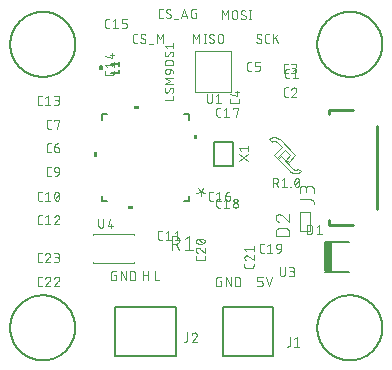
<source format=gbr>
G04 EAGLE Gerber RS-274X export*
G75*
%MOMM*%
%FSLAX34Y34*%
%LPD*%
%INSilkscreen Top*%
%IPPOS*%
%AMOC8*
5,1,8,0,0,1.08239X$1,22.5*%
G01*
%ADD10C,0.152400*%
%ADD11C,0.076200*%
%ADD12C,0.040000*%
%ADD13C,0.200000*%
%ADD14C,0.177800*%
%ADD15C,0.100000*%
%ADD16C,0.100000*%
%ADD17C,0.127000*%
%ADD18C,0.080000*%
%ADD19C,0.203200*%
%ADD20R,0.675000X2.450000*%
%ADD21C,0.101600*%
%ADD22C,0.085000*%
%ADD23C,0.254000*%

G36*
X111407Y215023D02*
X111407Y215023D01*
X111409Y215022D01*
X111452Y215042D01*
X111496Y215060D01*
X111496Y215062D01*
X111498Y215063D01*
X111531Y215148D01*
X111531Y217688D01*
X111530Y217690D01*
X111531Y217692D01*
X111511Y217735D01*
X111493Y217779D01*
X111491Y217779D01*
X111490Y217781D01*
X111405Y217814D01*
X107595Y217814D01*
X107593Y217813D01*
X107591Y217814D01*
X107548Y217794D01*
X107504Y217776D01*
X107504Y217774D01*
X107502Y217773D01*
X107469Y217688D01*
X107469Y215148D01*
X107470Y215146D01*
X107469Y215144D01*
X107489Y215101D01*
X107507Y215057D01*
X107509Y215057D01*
X107510Y215055D01*
X107595Y215022D01*
X111405Y215022D01*
X111407Y215023D01*
G37*
G36*
X160690Y189470D02*
X160690Y189470D01*
X160692Y189469D01*
X160735Y189489D01*
X160779Y189507D01*
X160779Y189509D01*
X160781Y189510D01*
X160814Y189595D01*
X160814Y193405D01*
X160813Y193407D01*
X160814Y193409D01*
X160794Y193452D01*
X160776Y193496D01*
X160774Y193496D01*
X160773Y193498D01*
X160688Y193531D01*
X158148Y193531D01*
X158146Y193530D01*
X158144Y193531D01*
X158101Y193511D01*
X158057Y193493D01*
X158057Y193491D01*
X158055Y193490D01*
X158022Y193405D01*
X158022Y189595D01*
X158023Y189593D01*
X158022Y189591D01*
X158042Y189548D01*
X158060Y189504D01*
X158062Y189504D01*
X158063Y189502D01*
X158148Y189469D01*
X160688Y189469D01*
X160690Y189470D01*
G37*
G36*
X75854Y174470D02*
X75854Y174470D01*
X75856Y174469D01*
X75899Y174489D01*
X75943Y174507D01*
X75943Y174509D01*
X75945Y174510D01*
X75978Y174595D01*
X75978Y178405D01*
X75977Y178407D01*
X75978Y178409D01*
X75958Y178452D01*
X75940Y178496D01*
X75938Y178496D01*
X75937Y178498D01*
X75852Y178531D01*
X73312Y178531D01*
X73310Y178530D01*
X73308Y178531D01*
X73265Y178511D01*
X73221Y178493D01*
X73221Y178491D01*
X73219Y178490D01*
X73186Y178405D01*
X73186Y174595D01*
X73187Y174593D01*
X73186Y174591D01*
X73206Y174548D01*
X73224Y174504D01*
X73226Y174504D01*
X73227Y174502D01*
X73312Y174469D01*
X75852Y174469D01*
X75854Y174470D01*
G37*
G36*
X106407Y130187D02*
X106407Y130187D01*
X106409Y130186D01*
X106452Y130206D01*
X106496Y130224D01*
X106496Y130226D01*
X106498Y130227D01*
X106531Y130312D01*
X106531Y132852D01*
X106530Y132854D01*
X106531Y132856D01*
X106511Y132899D01*
X106493Y132943D01*
X106491Y132943D01*
X106490Y132945D01*
X106405Y132978D01*
X102595Y132978D01*
X102593Y132977D01*
X102591Y132978D01*
X102548Y132958D01*
X102504Y132940D01*
X102504Y132938D01*
X102502Y132937D01*
X102469Y132852D01*
X102469Y130312D01*
X102470Y130310D01*
X102469Y130308D01*
X102489Y130265D01*
X102507Y130221D01*
X102509Y130221D01*
X102510Y130219D01*
X102595Y130186D01*
X106405Y130186D01*
X106407Y130187D01*
G37*
D10*
X2500Y30000D02*
X2508Y30675D01*
X2533Y31349D01*
X2575Y32023D01*
X2632Y32695D01*
X2707Y33366D01*
X2798Y34035D01*
X2905Y34701D01*
X3028Y35365D01*
X3168Y36025D01*
X3324Y36682D01*
X3496Y37335D01*
X3684Y37983D01*
X3888Y38626D01*
X4108Y39264D01*
X4343Y39897D01*
X4593Y40524D01*
X4859Y41144D01*
X5140Y41758D01*
X5436Y42364D01*
X5747Y42963D01*
X6073Y43555D01*
X6412Y44138D01*
X6767Y44712D01*
X7135Y45278D01*
X7516Y45835D01*
X7912Y46382D01*
X8320Y46919D01*
X8742Y47446D01*
X9177Y47962D01*
X9624Y48468D01*
X10083Y48962D01*
X10555Y49445D01*
X11038Y49917D01*
X11532Y50376D01*
X12038Y50823D01*
X12554Y51258D01*
X13081Y51680D01*
X13618Y52088D01*
X14165Y52484D01*
X14722Y52865D01*
X15288Y53233D01*
X15862Y53588D01*
X16445Y53927D01*
X17037Y54253D01*
X17636Y54564D01*
X18242Y54860D01*
X18856Y55141D01*
X19476Y55407D01*
X20103Y55657D01*
X20736Y55892D01*
X21374Y56112D01*
X22017Y56316D01*
X22665Y56504D01*
X23318Y56676D01*
X23975Y56832D01*
X24635Y56972D01*
X25299Y57095D01*
X25965Y57202D01*
X26634Y57293D01*
X27305Y57368D01*
X27977Y57425D01*
X28651Y57467D01*
X29325Y57492D01*
X30000Y57500D01*
X30675Y57492D01*
X31349Y57467D01*
X32023Y57425D01*
X32695Y57368D01*
X33366Y57293D01*
X34035Y57202D01*
X34701Y57095D01*
X35365Y56972D01*
X36025Y56832D01*
X36682Y56676D01*
X37335Y56504D01*
X37983Y56316D01*
X38626Y56112D01*
X39264Y55892D01*
X39897Y55657D01*
X40524Y55407D01*
X41144Y55141D01*
X41758Y54860D01*
X42364Y54564D01*
X42963Y54253D01*
X43555Y53927D01*
X44138Y53588D01*
X44712Y53233D01*
X45278Y52865D01*
X45835Y52484D01*
X46382Y52088D01*
X46919Y51680D01*
X47446Y51258D01*
X47962Y50823D01*
X48468Y50376D01*
X48962Y49917D01*
X49445Y49445D01*
X49917Y48962D01*
X50376Y48468D01*
X50823Y47962D01*
X51258Y47446D01*
X51680Y46919D01*
X52088Y46382D01*
X52484Y45835D01*
X52865Y45278D01*
X53233Y44712D01*
X53588Y44138D01*
X53927Y43555D01*
X54253Y42963D01*
X54564Y42364D01*
X54860Y41758D01*
X55141Y41144D01*
X55407Y40524D01*
X55657Y39897D01*
X55892Y39264D01*
X56112Y38626D01*
X56316Y37983D01*
X56504Y37335D01*
X56676Y36682D01*
X56832Y36025D01*
X56972Y35365D01*
X57095Y34701D01*
X57202Y34035D01*
X57293Y33366D01*
X57368Y32695D01*
X57425Y32023D01*
X57467Y31349D01*
X57492Y30675D01*
X57500Y30000D01*
X57492Y29325D01*
X57467Y28651D01*
X57425Y27977D01*
X57368Y27305D01*
X57293Y26634D01*
X57202Y25965D01*
X57095Y25299D01*
X56972Y24635D01*
X56832Y23975D01*
X56676Y23318D01*
X56504Y22665D01*
X56316Y22017D01*
X56112Y21374D01*
X55892Y20736D01*
X55657Y20103D01*
X55407Y19476D01*
X55141Y18856D01*
X54860Y18242D01*
X54564Y17636D01*
X54253Y17037D01*
X53927Y16445D01*
X53588Y15862D01*
X53233Y15288D01*
X52865Y14722D01*
X52484Y14165D01*
X52088Y13618D01*
X51680Y13081D01*
X51258Y12554D01*
X50823Y12038D01*
X50376Y11532D01*
X49917Y11038D01*
X49445Y10555D01*
X48962Y10083D01*
X48468Y9624D01*
X47962Y9177D01*
X47446Y8742D01*
X46919Y8320D01*
X46382Y7912D01*
X45835Y7516D01*
X45278Y7135D01*
X44712Y6767D01*
X44138Y6412D01*
X43555Y6073D01*
X42963Y5747D01*
X42364Y5436D01*
X41758Y5140D01*
X41144Y4859D01*
X40524Y4593D01*
X39897Y4343D01*
X39264Y4108D01*
X38626Y3888D01*
X37983Y3684D01*
X37335Y3496D01*
X36682Y3324D01*
X36025Y3168D01*
X35365Y3028D01*
X34701Y2905D01*
X34035Y2798D01*
X33366Y2707D01*
X32695Y2632D01*
X32023Y2575D01*
X31349Y2533D01*
X30675Y2508D01*
X30000Y2500D01*
X29325Y2508D01*
X28651Y2533D01*
X27977Y2575D01*
X27305Y2632D01*
X26634Y2707D01*
X25965Y2798D01*
X25299Y2905D01*
X24635Y3028D01*
X23975Y3168D01*
X23318Y3324D01*
X22665Y3496D01*
X22017Y3684D01*
X21374Y3888D01*
X20736Y4108D01*
X20103Y4343D01*
X19476Y4593D01*
X18856Y4859D01*
X18242Y5140D01*
X17636Y5436D01*
X17037Y5747D01*
X16445Y6073D01*
X15862Y6412D01*
X15288Y6767D01*
X14722Y7135D01*
X14165Y7516D01*
X13618Y7912D01*
X13081Y8320D01*
X12554Y8742D01*
X12038Y9177D01*
X11532Y9624D01*
X11038Y10083D01*
X10555Y10555D01*
X10083Y11038D01*
X9624Y11532D01*
X9177Y12038D01*
X8742Y12554D01*
X8320Y13081D01*
X7912Y13618D01*
X7516Y14165D01*
X7135Y14722D01*
X6767Y15288D01*
X6412Y15862D01*
X6073Y16445D01*
X5747Y17037D01*
X5436Y17636D01*
X5140Y18242D01*
X4859Y18856D01*
X4593Y19476D01*
X4343Y20103D01*
X4108Y20736D01*
X3888Y21374D01*
X3684Y22017D01*
X3496Y22665D01*
X3324Y23318D01*
X3168Y23975D01*
X3028Y24635D01*
X2905Y25299D01*
X2798Y25965D01*
X2707Y26634D01*
X2632Y27305D01*
X2575Y27977D01*
X2533Y28651D01*
X2508Y29325D01*
X2500Y30000D01*
X262500Y30000D02*
X262508Y30675D01*
X262533Y31349D01*
X262575Y32023D01*
X262632Y32695D01*
X262707Y33366D01*
X262798Y34035D01*
X262905Y34701D01*
X263028Y35365D01*
X263168Y36025D01*
X263324Y36682D01*
X263496Y37335D01*
X263684Y37983D01*
X263888Y38626D01*
X264108Y39264D01*
X264343Y39897D01*
X264593Y40524D01*
X264859Y41144D01*
X265140Y41758D01*
X265436Y42364D01*
X265747Y42963D01*
X266073Y43555D01*
X266412Y44138D01*
X266767Y44712D01*
X267135Y45278D01*
X267516Y45835D01*
X267912Y46382D01*
X268320Y46919D01*
X268742Y47446D01*
X269177Y47962D01*
X269624Y48468D01*
X270083Y48962D01*
X270555Y49445D01*
X271038Y49917D01*
X271532Y50376D01*
X272038Y50823D01*
X272554Y51258D01*
X273081Y51680D01*
X273618Y52088D01*
X274165Y52484D01*
X274722Y52865D01*
X275288Y53233D01*
X275862Y53588D01*
X276445Y53927D01*
X277037Y54253D01*
X277636Y54564D01*
X278242Y54860D01*
X278856Y55141D01*
X279476Y55407D01*
X280103Y55657D01*
X280736Y55892D01*
X281374Y56112D01*
X282017Y56316D01*
X282665Y56504D01*
X283318Y56676D01*
X283975Y56832D01*
X284635Y56972D01*
X285299Y57095D01*
X285965Y57202D01*
X286634Y57293D01*
X287305Y57368D01*
X287977Y57425D01*
X288651Y57467D01*
X289325Y57492D01*
X290000Y57500D01*
X290675Y57492D01*
X291349Y57467D01*
X292023Y57425D01*
X292695Y57368D01*
X293366Y57293D01*
X294035Y57202D01*
X294701Y57095D01*
X295365Y56972D01*
X296025Y56832D01*
X296682Y56676D01*
X297335Y56504D01*
X297983Y56316D01*
X298626Y56112D01*
X299264Y55892D01*
X299897Y55657D01*
X300524Y55407D01*
X301144Y55141D01*
X301758Y54860D01*
X302364Y54564D01*
X302963Y54253D01*
X303555Y53927D01*
X304138Y53588D01*
X304712Y53233D01*
X305278Y52865D01*
X305835Y52484D01*
X306382Y52088D01*
X306919Y51680D01*
X307446Y51258D01*
X307962Y50823D01*
X308468Y50376D01*
X308962Y49917D01*
X309445Y49445D01*
X309917Y48962D01*
X310376Y48468D01*
X310823Y47962D01*
X311258Y47446D01*
X311680Y46919D01*
X312088Y46382D01*
X312484Y45835D01*
X312865Y45278D01*
X313233Y44712D01*
X313588Y44138D01*
X313927Y43555D01*
X314253Y42963D01*
X314564Y42364D01*
X314860Y41758D01*
X315141Y41144D01*
X315407Y40524D01*
X315657Y39897D01*
X315892Y39264D01*
X316112Y38626D01*
X316316Y37983D01*
X316504Y37335D01*
X316676Y36682D01*
X316832Y36025D01*
X316972Y35365D01*
X317095Y34701D01*
X317202Y34035D01*
X317293Y33366D01*
X317368Y32695D01*
X317425Y32023D01*
X317467Y31349D01*
X317492Y30675D01*
X317500Y30000D01*
X317492Y29325D01*
X317467Y28651D01*
X317425Y27977D01*
X317368Y27305D01*
X317293Y26634D01*
X317202Y25965D01*
X317095Y25299D01*
X316972Y24635D01*
X316832Y23975D01*
X316676Y23318D01*
X316504Y22665D01*
X316316Y22017D01*
X316112Y21374D01*
X315892Y20736D01*
X315657Y20103D01*
X315407Y19476D01*
X315141Y18856D01*
X314860Y18242D01*
X314564Y17636D01*
X314253Y17037D01*
X313927Y16445D01*
X313588Y15862D01*
X313233Y15288D01*
X312865Y14722D01*
X312484Y14165D01*
X312088Y13618D01*
X311680Y13081D01*
X311258Y12554D01*
X310823Y12038D01*
X310376Y11532D01*
X309917Y11038D01*
X309445Y10555D01*
X308962Y10083D01*
X308468Y9624D01*
X307962Y9177D01*
X307446Y8742D01*
X306919Y8320D01*
X306382Y7912D01*
X305835Y7516D01*
X305278Y7135D01*
X304712Y6767D01*
X304138Y6412D01*
X303555Y6073D01*
X302963Y5747D01*
X302364Y5436D01*
X301758Y5140D01*
X301144Y4859D01*
X300524Y4593D01*
X299897Y4343D01*
X299264Y4108D01*
X298626Y3888D01*
X297983Y3684D01*
X297335Y3496D01*
X296682Y3324D01*
X296025Y3168D01*
X295365Y3028D01*
X294701Y2905D01*
X294035Y2798D01*
X293366Y2707D01*
X292695Y2632D01*
X292023Y2575D01*
X291349Y2533D01*
X290675Y2508D01*
X290000Y2500D01*
X289325Y2508D01*
X288651Y2533D01*
X287977Y2575D01*
X287305Y2632D01*
X286634Y2707D01*
X285965Y2798D01*
X285299Y2905D01*
X284635Y3028D01*
X283975Y3168D01*
X283318Y3324D01*
X282665Y3496D01*
X282017Y3684D01*
X281374Y3888D01*
X280736Y4108D01*
X280103Y4343D01*
X279476Y4593D01*
X278856Y4859D01*
X278242Y5140D01*
X277636Y5436D01*
X277037Y5747D01*
X276445Y6073D01*
X275862Y6412D01*
X275288Y6767D01*
X274722Y7135D01*
X274165Y7516D01*
X273618Y7912D01*
X273081Y8320D01*
X272554Y8742D01*
X272038Y9177D01*
X271532Y9624D01*
X271038Y10083D01*
X270555Y10555D01*
X270083Y11038D01*
X269624Y11532D01*
X269177Y12038D01*
X268742Y12554D01*
X268320Y13081D01*
X267912Y13618D01*
X267516Y14165D01*
X267135Y14722D01*
X266767Y15288D01*
X266412Y15862D01*
X266073Y16445D01*
X265747Y17037D01*
X265436Y17636D01*
X265140Y18242D01*
X264859Y18856D01*
X264593Y19476D01*
X264343Y20103D01*
X264108Y20736D01*
X263888Y21374D01*
X263684Y22017D01*
X263496Y22665D01*
X263324Y23318D01*
X263168Y23975D01*
X263028Y24635D01*
X262905Y25299D01*
X262798Y25965D01*
X262707Y26634D01*
X262632Y27305D01*
X262575Y27977D01*
X262533Y28651D01*
X262508Y29325D01*
X262500Y30000D01*
X262500Y270000D02*
X262508Y270675D01*
X262533Y271349D01*
X262575Y272023D01*
X262632Y272695D01*
X262707Y273366D01*
X262798Y274035D01*
X262905Y274701D01*
X263028Y275365D01*
X263168Y276025D01*
X263324Y276682D01*
X263496Y277335D01*
X263684Y277983D01*
X263888Y278626D01*
X264108Y279264D01*
X264343Y279897D01*
X264593Y280524D01*
X264859Y281144D01*
X265140Y281758D01*
X265436Y282364D01*
X265747Y282963D01*
X266073Y283555D01*
X266412Y284138D01*
X266767Y284712D01*
X267135Y285278D01*
X267516Y285835D01*
X267912Y286382D01*
X268320Y286919D01*
X268742Y287446D01*
X269177Y287962D01*
X269624Y288468D01*
X270083Y288962D01*
X270555Y289445D01*
X271038Y289917D01*
X271532Y290376D01*
X272038Y290823D01*
X272554Y291258D01*
X273081Y291680D01*
X273618Y292088D01*
X274165Y292484D01*
X274722Y292865D01*
X275288Y293233D01*
X275862Y293588D01*
X276445Y293927D01*
X277037Y294253D01*
X277636Y294564D01*
X278242Y294860D01*
X278856Y295141D01*
X279476Y295407D01*
X280103Y295657D01*
X280736Y295892D01*
X281374Y296112D01*
X282017Y296316D01*
X282665Y296504D01*
X283318Y296676D01*
X283975Y296832D01*
X284635Y296972D01*
X285299Y297095D01*
X285965Y297202D01*
X286634Y297293D01*
X287305Y297368D01*
X287977Y297425D01*
X288651Y297467D01*
X289325Y297492D01*
X290000Y297500D01*
X290675Y297492D01*
X291349Y297467D01*
X292023Y297425D01*
X292695Y297368D01*
X293366Y297293D01*
X294035Y297202D01*
X294701Y297095D01*
X295365Y296972D01*
X296025Y296832D01*
X296682Y296676D01*
X297335Y296504D01*
X297983Y296316D01*
X298626Y296112D01*
X299264Y295892D01*
X299897Y295657D01*
X300524Y295407D01*
X301144Y295141D01*
X301758Y294860D01*
X302364Y294564D01*
X302963Y294253D01*
X303555Y293927D01*
X304138Y293588D01*
X304712Y293233D01*
X305278Y292865D01*
X305835Y292484D01*
X306382Y292088D01*
X306919Y291680D01*
X307446Y291258D01*
X307962Y290823D01*
X308468Y290376D01*
X308962Y289917D01*
X309445Y289445D01*
X309917Y288962D01*
X310376Y288468D01*
X310823Y287962D01*
X311258Y287446D01*
X311680Y286919D01*
X312088Y286382D01*
X312484Y285835D01*
X312865Y285278D01*
X313233Y284712D01*
X313588Y284138D01*
X313927Y283555D01*
X314253Y282963D01*
X314564Y282364D01*
X314860Y281758D01*
X315141Y281144D01*
X315407Y280524D01*
X315657Y279897D01*
X315892Y279264D01*
X316112Y278626D01*
X316316Y277983D01*
X316504Y277335D01*
X316676Y276682D01*
X316832Y276025D01*
X316972Y275365D01*
X317095Y274701D01*
X317202Y274035D01*
X317293Y273366D01*
X317368Y272695D01*
X317425Y272023D01*
X317467Y271349D01*
X317492Y270675D01*
X317500Y270000D01*
X317492Y269325D01*
X317467Y268651D01*
X317425Y267977D01*
X317368Y267305D01*
X317293Y266634D01*
X317202Y265965D01*
X317095Y265299D01*
X316972Y264635D01*
X316832Y263975D01*
X316676Y263318D01*
X316504Y262665D01*
X316316Y262017D01*
X316112Y261374D01*
X315892Y260736D01*
X315657Y260103D01*
X315407Y259476D01*
X315141Y258856D01*
X314860Y258242D01*
X314564Y257636D01*
X314253Y257037D01*
X313927Y256445D01*
X313588Y255862D01*
X313233Y255288D01*
X312865Y254722D01*
X312484Y254165D01*
X312088Y253618D01*
X311680Y253081D01*
X311258Y252554D01*
X310823Y252038D01*
X310376Y251532D01*
X309917Y251038D01*
X309445Y250555D01*
X308962Y250083D01*
X308468Y249624D01*
X307962Y249177D01*
X307446Y248742D01*
X306919Y248320D01*
X306382Y247912D01*
X305835Y247516D01*
X305278Y247135D01*
X304712Y246767D01*
X304138Y246412D01*
X303555Y246073D01*
X302963Y245747D01*
X302364Y245436D01*
X301758Y245140D01*
X301144Y244859D01*
X300524Y244593D01*
X299897Y244343D01*
X299264Y244108D01*
X298626Y243888D01*
X297983Y243684D01*
X297335Y243496D01*
X296682Y243324D01*
X296025Y243168D01*
X295365Y243028D01*
X294701Y242905D01*
X294035Y242798D01*
X293366Y242707D01*
X292695Y242632D01*
X292023Y242575D01*
X291349Y242533D01*
X290675Y242508D01*
X290000Y242500D01*
X289325Y242508D01*
X288651Y242533D01*
X287977Y242575D01*
X287305Y242632D01*
X286634Y242707D01*
X285965Y242798D01*
X285299Y242905D01*
X284635Y243028D01*
X283975Y243168D01*
X283318Y243324D01*
X282665Y243496D01*
X282017Y243684D01*
X281374Y243888D01*
X280736Y244108D01*
X280103Y244343D01*
X279476Y244593D01*
X278856Y244859D01*
X278242Y245140D01*
X277636Y245436D01*
X277037Y245747D01*
X276445Y246073D01*
X275862Y246412D01*
X275288Y246767D01*
X274722Y247135D01*
X274165Y247516D01*
X273618Y247912D01*
X273081Y248320D01*
X272554Y248742D01*
X272038Y249177D01*
X271532Y249624D01*
X271038Y250083D01*
X270555Y250555D01*
X270083Y251038D01*
X269624Y251532D01*
X269177Y252038D01*
X268742Y252554D01*
X268320Y253081D01*
X267912Y253618D01*
X267516Y254165D01*
X267135Y254722D01*
X266767Y255288D01*
X266412Y255862D01*
X266073Y256445D01*
X265747Y257037D01*
X265436Y257636D01*
X265140Y258242D01*
X264859Y258856D01*
X264593Y259476D01*
X264343Y260103D01*
X264108Y260736D01*
X263888Y261374D01*
X263684Y262017D01*
X263496Y262665D01*
X263324Y263318D01*
X263168Y263975D01*
X263028Y264635D01*
X262905Y265299D01*
X262798Y265965D01*
X262707Y266634D01*
X262632Y267305D01*
X262575Y267977D01*
X262533Y268651D01*
X262508Y269325D01*
X262500Y270000D01*
X2500Y270000D02*
X2508Y270675D01*
X2533Y271349D01*
X2575Y272023D01*
X2632Y272695D01*
X2707Y273366D01*
X2798Y274035D01*
X2905Y274701D01*
X3028Y275365D01*
X3168Y276025D01*
X3324Y276682D01*
X3496Y277335D01*
X3684Y277983D01*
X3888Y278626D01*
X4108Y279264D01*
X4343Y279897D01*
X4593Y280524D01*
X4859Y281144D01*
X5140Y281758D01*
X5436Y282364D01*
X5747Y282963D01*
X6073Y283555D01*
X6412Y284138D01*
X6767Y284712D01*
X7135Y285278D01*
X7516Y285835D01*
X7912Y286382D01*
X8320Y286919D01*
X8742Y287446D01*
X9177Y287962D01*
X9624Y288468D01*
X10083Y288962D01*
X10555Y289445D01*
X11038Y289917D01*
X11532Y290376D01*
X12038Y290823D01*
X12554Y291258D01*
X13081Y291680D01*
X13618Y292088D01*
X14165Y292484D01*
X14722Y292865D01*
X15288Y293233D01*
X15862Y293588D01*
X16445Y293927D01*
X17037Y294253D01*
X17636Y294564D01*
X18242Y294860D01*
X18856Y295141D01*
X19476Y295407D01*
X20103Y295657D01*
X20736Y295892D01*
X21374Y296112D01*
X22017Y296316D01*
X22665Y296504D01*
X23318Y296676D01*
X23975Y296832D01*
X24635Y296972D01*
X25299Y297095D01*
X25965Y297202D01*
X26634Y297293D01*
X27305Y297368D01*
X27977Y297425D01*
X28651Y297467D01*
X29325Y297492D01*
X30000Y297500D01*
X30675Y297492D01*
X31349Y297467D01*
X32023Y297425D01*
X32695Y297368D01*
X33366Y297293D01*
X34035Y297202D01*
X34701Y297095D01*
X35365Y296972D01*
X36025Y296832D01*
X36682Y296676D01*
X37335Y296504D01*
X37983Y296316D01*
X38626Y296112D01*
X39264Y295892D01*
X39897Y295657D01*
X40524Y295407D01*
X41144Y295141D01*
X41758Y294860D01*
X42364Y294564D01*
X42963Y294253D01*
X43555Y293927D01*
X44138Y293588D01*
X44712Y293233D01*
X45278Y292865D01*
X45835Y292484D01*
X46382Y292088D01*
X46919Y291680D01*
X47446Y291258D01*
X47962Y290823D01*
X48468Y290376D01*
X48962Y289917D01*
X49445Y289445D01*
X49917Y288962D01*
X50376Y288468D01*
X50823Y287962D01*
X51258Y287446D01*
X51680Y286919D01*
X52088Y286382D01*
X52484Y285835D01*
X52865Y285278D01*
X53233Y284712D01*
X53588Y284138D01*
X53927Y283555D01*
X54253Y282963D01*
X54564Y282364D01*
X54860Y281758D01*
X55141Y281144D01*
X55407Y280524D01*
X55657Y279897D01*
X55892Y279264D01*
X56112Y278626D01*
X56316Y277983D01*
X56504Y277335D01*
X56676Y276682D01*
X56832Y276025D01*
X56972Y275365D01*
X57095Y274701D01*
X57202Y274035D01*
X57293Y273366D01*
X57368Y272695D01*
X57425Y272023D01*
X57467Y271349D01*
X57492Y270675D01*
X57500Y270000D01*
X57492Y269325D01*
X57467Y268651D01*
X57425Y267977D01*
X57368Y267305D01*
X57293Y266634D01*
X57202Y265965D01*
X57095Y265299D01*
X56972Y264635D01*
X56832Y263975D01*
X56676Y263318D01*
X56504Y262665D01*
X56316Y262017D01*
X56112Y261374D01*
X55892Y260736D01*
X55657Y260103D01*
X55407Y259476D01*
X55141Y258856D01*
X54860Y258242D01*
X54564Y257636D01*
X54253Y257037D01*
X53927Y256445D01*
X53588Y255862D01*
X53233Y255288D01*
X52865Y254722D01*
X52484Y254165D01*
X52088Y253618D01*
X51680Y253081D01*
X51258Y252554D01*
X50823Y252038D01*
X50376Y251532D01*
X49917Y251038D01*
X49445Y250555D01*
X48962Y250083D01*
X48468Y249624D01*
X47962Y249177D01*
X47446Y248742D01*
X46919Y248320D01*
X46382Y247912D01*
X45835Y247516D01*
X45278Y247135D01*
X44712Y246767D01*
X44138Y246412D01*
X43555Y246073D01*
X42963Y245747D01*
X42364Y245436D01*
X41758Y245140D01*
X41144Y244859D01*
X40524Y244593D01*
X39897Y244343D01*
X39264Y244108D01*
X38626Y243888D01*
X37983Y243684D01*
X37335Y243496D01*
X36682Y243324D01*
X36025Y243168D01*
X35365Y243028D01*
X34701Y242905D01*
X34035Y242798D01*
X33366Y242707D01*
X32695Y242632D01*
X32023Y242575D01*
X31349Y242533D01*
X30675Y242508D01*
X30000Y242500D01*
X29325Y242508D01*
X28651Y242533D01*
X27977Y242575D01*
X27305Y242632D01*
X26634Y242707D01*
X25965Y242798D01*
X25299Y242905D01*
X24635Y243028D01*
X23975Y243168D01*
X23318Y243324D01*
X22665Y243496D01*
X22017Y243684D01*
X21374Y243888D01*
X20736Y244108D01*
X20103Y244343D01*
X19476Y244593D01*
X18856Y244859D01*
X18242Y245140D01*
X17636Y245436D01*
X17037Y245747D01*
X16445Y246073D01*
X15862Y246412D01*
X15288Y246767D01*
X14722Y247135D01*
X14165Y247516D01*
X13618Y247912D01*
X13081Y248320D01*
X12554Y248742D01*
X12038Y249177D01*
X11532Y249624D01*
X11038Y250083D01*
X10555Y250555D01*
X10083Y251038D01*
X9624Y251532D01*
X9177Y252038D01*
X8742Y252554D01*
X8320Y253081D01*
X7912Y253618D01*
X7516Y254165D01*
X7135Y254722D01*
X6767Y255288D01*
X6412Y255862D01*
X6073Y256445D01*
X5747Y257037D01*
X5436Y257636D01*
X5140Y258242D01*
X4859Y258856D01*
X4593Y259476D01*
X4343Y260103D01*
X4108Y260736D01*
X3888Y261374D01*
X3684Y262017D01*
X3496Y262665D01*
X3324Y263318D01*
X3168Y263975D01*
X3028Y264635D01*
X2905Y265299D01*
X2798Y265965D01*
X2707Y266634D01*
X2632Y267305D01*
X2575Y267977D01*
X2533Y268651D01*
X2508Y269325D01*
X2500Y270000D01*
D11*
X108143Y271131D02*
X109863Y271131D01*
X108143Y271131D02*
X108061Y271133D01*
X107980Y271139D01*
X107898Y271149D01*
X107817Y271162D01*
X107737Y271179D01*
X107658Y271201D01*
X107580Y271226D01*
X107504Y271254D01*
X107428Y271286D01*
X107355Y271322D01*
X107283Y271361D01*
X107213Y271404D01*
X107145Y271450D01*
X107080Y271499D01*
X107017Y271551D01*
X106956Y271606D01*
X106898Y271664D01*
X106843Y271725D01*
X106791Y271788D01*
X106742Y271853D01*
X106696Y271921D01*
X106653Y271991D01*
X106614Y272063D01*
X106578Y272136D01*
X106546Y272212D01*
X106518Y272288D01*
X106493Y272366D01*
X106471Y272445D01*
X106454Y272525D01*
X106441Y272606D01*
X106431Y272688D01*
X106425Y272769D01*
X106423Y272851D01*
X106424Y272851D02*
X106424Y277149D01*
X106423Y277149D02*
X106425Y277231D01*
X106431Y277312D01*
X106441Y277394D01*
X106454Y277475D01*
X106471Y277555D01*
X106493Y277634D01*
X106518Y277712D01*
X106546Y277788D01*
X106578Y277864D01*
X106614Y277937D01*
X106653Y278009D01*
X106696Y278079D01*
X106742Y278147D01*
X106791Y278212D01*
X106843Y278275D01*
X106898Y278336D01*
X106956Y278394D01*
X107017Y278449D01*
X107080Y278501D01*
X107145Y278550D01*
X107213Y278596D01*
X107283Y278639D01*
X107355Y278678D01*
X107428Y278714D01*
X107504Y278746D01*
X107580Y278774D01*
X107658Y278799D01*
X107737Y278821D01*
X107817Y278838D01*
X107898Y278851D01*
X107979Y278861D01*
X108061Y278867D01*
X108143Y278869D01*
X109863Y278869D01*
X116867Y272851D02*
X116865Y272769D01*
X116859Y272688D01*
X116849Y272606D01*
X116836Y272525D01*
X116819Y272445D01*
X116797Y272366D01*
X116772Y272288D01*
X116744Y272212D01*
X116712Y272136D01*
X116676Y272063D01*
X116637Y271991D01*
X116594Y271921D01*
X116548Y271853D01*
X116499Y271788D01*
X116447Y271725D01*
X116392Y271664D01*
X116334Y271606D01*
X116273Y271551D01*
X116210Y271499D01*
X116145Y271450D01*
X116077Y271404D01*
X116007Y271361D01*
X115935Y271322D01*
X115861Y271286D01*
X115786Y271254D01*
X115710Y271226D01*
X115632Y271201D01*
X115552Y271179D01*
X115472Y271162D01*
X115392Y271149D01*
X115310Y271139D01*
X115229Y271133D01*
X115147Y271131D01*
X115027Y271133D01*
X114908Y271139D01*
X114789Y271149D01*
X114670Y271162D01*
X114552Y271180D01*
X114434Y271202D01*
X114318Y271227D01*
X114202Y271256D01*
X114087Y271289D01*
X113973Y271326D01*
X113861Y271366D01*
X113750Y271410D01*
X113640Y271458D01*
X113532Y271510D01*
X113426Y271564D01*
X113322Y271623D01*
X113219Y271685D01*
X113119Y271750D01*
X113021Y271818D01*
X112925Y271889D01*
X112832Y271964D01*
X112741Y272042D01*
X112653Y272122D01*
X112567Y272206D01*
X112782Y277149D02*
X112784Y277231D01*
X112790Y277312D01*
X112800Y277394D01*
X112813Y277475D01*
X112830Y277555D01*
X112852Y277634D01*
X112877Y277712D01*
X112905Y277788D01*
X112937Y277864D01*
X112973Y277937D01*
X113012Y278009D01*
X113055Y278079D01*
X113101Y278147D01*
X113150Y278212D01*
X113202Y278275D01*
X113257Y278336D01*
X113315Y278394D01*
X113376Y278449D01*
X113439Y278501D01*
X113504Y278550D01*
X113572Y278596D01*
X113642Y278639D01*
X113714Y278678D01*
X113787Y278714D01*
X113863Y278746D01*
X113939Y278774D01*
X114017Y278799D01*
X114096Y278821D01*
X114176Y278838D01*
X114257Y278851D01*
X114339Y278861D01*
X114420Y278867D01*
X114502Y278869D01*
X114611Y278867D01*
X114720Y278862D01*
X114829Y278852D01*
X114937Y278839D01*
X115045Y278823D01*
X115153Y278803D01*
X115259Y278779D01*
X115365Y278751D01*
X115470Y278720D01*
X115573Y278686D01*
X115676Y278648D01*
X115777Y278606D01*
X115876Y278562D01*
X115974Y278513D01*
X116070Y278462D01*
X116165Y278407D01*
X116257Y278349D01*
X116348Y278288D01*
X116436Y278224D01*
X113643Y275645D02*
X113573Y275688D01*
X113505Y275735D01*
X113439Y275785D01*
X113376Y275838D01*
X113315Y275894D01*
X113258Y275952D01*
X113203Y276014D01*
X113150Y276077D01*
X113101Y276144D01*
X113056Y276212D01*
X113013Y276283D01*
X112974Y276355D01*
X112938Y276429D01*
X112906Y276505D01*
X112877Y276583D01*
X112853Y276661D01*
X112831Y276741D01*
X112814Y276821D01*
X112800Y276903D01*
X112791Y276984D01*
X112785Y277067D01*
X112783Y277149D01*
X116006Y274355D02*
X116076Y274312D01*
X116144Y274265D01*
X116210Y274215D01*
X116273Y274162D01*
X116334Y274106D01*
X116391Y274048D01*
X116446Y273986D01*
X116499Y273922D01*
X116548Y273856D01*
X116593Y273788D01*
X116636Y273717D01*
X116675Y273645D01*
X116711Y273571D01*
X116743Y273495D01*
X116772Y273417D01*
X116796Y273339D01*
X116818Y273259D01*
X116835Y273179D01*
X116849Y273097D01*
X116858Y273016D01*
X116864Y272933D01*
X116866Y272851D01*
X116007Y274355D02*
X113642Y275645D01*
X119627Y270271D02*
X123066Y270271D01*
X126417Y271131D02*
X126417Y278869D01*
X128997Y274570D01*
X131576Y278869D01*
X131576Y271131D01*
X131508Y292131D02*
X129788Y292131D01*
X129706Y292133D01*
X129625Y292139D01*
X129543Y292149D01*
X129462Y292162D01*
X129382Y292179D01*
X129303Y292201D01*
X129225Y292226D01*
X129149Y292254D01*
X129073Y292286D01*
X129000Y292322D01*
X128928Y292361D01*
X128858Y292404D01*
X128790Y292450D01*
X128725Y292499D01*
X128662Y292551D01*
X128601Y292606D01*
X128543Y292664D01*
X128488Y292725D01*
X128436Y292788D01*
X128387Y292853D01*
X128341Y292921D01*
X128298Y292991D01*
X128259Y293063D01*
X128223Y293136D01*
X128191Y293212D01*
X128163Y293288D01*
X128138Y293366D01*
X128116Y293445D01*
X128099Y293525D01*
X128086Y293606D01*
X128076Y293688D01*
X128070Y293769D01*
X128068Y293851D01*
X128069Y293851D02*
X128069Y298149D01*
X128068Y298149D02*
X128070Y298231D01*
X128076Y298312D01*
X128086Y298394D01*
X128099Y298475D01*
X128116Y298555D01*
X128138Y298634D01*
X128163Y298712D01*
X128191Y298788D01*
X128223Y298864D01*
X128259Y298937D01*
X128298Y299009D01*
X128341Y299079D01*
X128387Y299147D01*
X128436Y299212D01*
X128488Y299275D01*
X128543Y299336D01*
X128601Y299394D01*
X128662Y299449D01*
X128725Y299501D01*
X128790Y299550D01*
X128858Y299596D01*
X128928Y299639D01*
X129000Y299678D01*
X129073Y299714D01*
X129149Y299746D01*
X129225Y299774D01*
X129303Y299799D01*
X129382Y299821D01*
X129462Y299838D01*
X129543Y299851D01*
X129624Y299861D01*
X129706Y299867D01*
X129788Y299869D01*
X131508Y299869D01*
X138512Y293851D02*
X138510Y293769D01*
X138504Y293688D01*
X138494Y293606D01*
X138481Y293525D01*
X138464Y293445D01*
X138442Y293366D01*
X138417Y293288D01*
X138389Y293212D01*
X138357Y293136D01*
X138321Y293063D01*
X138282Y292991D01*
X138239Y292921D01*
X138193Y292853D01*
X138144Y292788D01*
X138092Y292725D01*
X138037Y292664D01*
X137979Y292606D01*
X137918Y292551D01*
X137855Y292499D01*
X137790Y292450D01*
X137722Y292404D01*
X137652Y292361D01*
X137580Y292322D01*
X137506Y292286D01*
X137431Y292254D01*
X137355Y292226D01*
X137277Y292201D01*
X137197Y292179D01*
X137117Y292162D01*
X137037Y292149D01*
X136955Y292139D01*
X136874Y292133D01*
X136792Y292131D01*
X136672Y292133D01*
X136553Y292139D01*
X136434Y292149D01*
X136315Y292162D01*
X136197Y292180D01*
X136079Y292202D01*
X135963Y292227D01*
X135847Y292256D01*
X135732Y292289D01*
X135618Y292326D01*
X135506Y292366D01*
X135395Y292410D01*
X135285Y292458D01*
X135177Y292510D01*
X135071Y292564D01*
X134967Y292623D01*
X134864Y292685D01*
X134764Y292750D01*
X134666Y292818D01*
X134570Y292889D01*
X134477Y292964D01*
X134386Y293042D01*
X134298Y293122D01*
X134212Y293206D01*
X134427Y298149D02*
X134429Y298231D01*
X134435Y298312D01*
X134445Y298394D01*
X134458Y298475D01*
X134475Y298555D01*
X134497Y298634D01*
X134522Y298712D01*
X134550Y298788D01*
X134582Y298864D01*
X134618Y298937D01*
X134657Y299009D01*
X134700Y299079D01*
X134746Y299147D01*
X134795Y299212D01*
X134847Y299275D01*
X134902Y299336D01*
X134960Y299394D01*
X135021Y299449D01*
X135084Y299501D01*
X135149Y299550D01*
X135217Y299596D01*
X135287Y299639D01*
X135359Y299678D01*
X135432Y299714D01*
X135508Y299746D01*
X135584Y299774D01*
X135662Y299799D01*
X135741Y299821D01*
X135821Y299838D01*
X135902Y299851D01*
X135984Y299861D01*
X136065Y299867D01*
X136147Y299869D01*
X136256Y299867D01*
X136365Y299862D01*
X136474Y299852D01*
X136582Y299839D01*
X136690Y299823D01*
X136798Y299803D01*
X136904Y299779D01*
X137010Y299751D01*
X137115Y299720D01*
X137218Y299686D01*
X137321Y299648D01*
X137422Y299606D01*
X137521Y299562D01*
X137619Y299513D01*
X137715Y299462D01*
X137810Y299407D01*
X137902Y299349D01*
X137993Y299288D01*
X138081Y299224D01*
X135288Y296645D02*
X135218Y296688D01*
X135150Y296735D01*
X135084Y296785D01*
X135021Y296838D01*
X134960Y296894D01*
X134903Y296952D01*
X134848Y297014D01*
X134795Y297077D01*
X134746Y297144D01*
X134701Y297212D01*
X134658Y297283D01*
X134619Y297355D01*
X134583Y297429D01*
X134551Y297505D01*
X134522Y297583D01*
X134498Y297661D01*
X134476Y297741D01*
X134459Y297821D01*
X134445Y297903D01*
X134436Y297984D01*
X134430Y298067D01*
X134428Y298149D01*
X137651Y295355D02*
X137721Y295312D01*
X137789Y295265D01*
X137855Y295215D01*
X137918Y295162D01*
X137979Y295106D01*
X138036Y295048D01*
X138091Y294986D01*
X138144Y294922D01*
X138193Y294856D01*
X138238Y294788D01*
X138281Y294717D01*
X138320Y294645D01*
X138356Y294571D01*
X138388Y294495D01*
X138417Y294417D01*
X138441Y294339D01*
X138463Y294259D01*
X138480Y294179D01*
X138494Y294097D01*
X138503Y294016D01*
X138509Y293933D01*
X138511Y293851D01*
X137651Y295355D02*
X135287Y296645D01*
X141272Y291271D02*
X144711Y291271D01*
X147297Y292131D02*
X149877Y299869D01*
X152456Y292131D01*
X151811Y294066D02*
X147942Y294066D01*
X158642Y296430D02*
X159931Y296430D01*
X159931Y292131D01*
X157352Y292131D01*
X157270Y292133D01*
X157189Y292139D01*
X157107Y292149D01*
X157026Y292162D01*
X156946Y292179D01*
X156867Y292201D01*
X156789Y292226D01*
X156713Y292254D01*
X156637Y292286D01*
X156564Y292322D01*
X156492Y292361D01*
X156422Y292404D01*
X156354Y292450D01*
X156289Y292499D01*
X156226Y292551D01*
X156165Y292606D01*
X156107Y292664D01*
X156052Y292725D01*
X156000Y292788D01*
X155951Y292853D01*
X155905Y292921D01*
X155862Y292991D01*
X155823Y293063D01*
X155787Y293136D01*
X155755Y293212D01*
X155727Y293288D01*
X155702Y293366D01*
X155680Y293445D01*
X155663Y293525D01*
X155650Y293606D01*
X155640Y293688D01*
X155634Y293769D01*
X155632Y293851D01*
X155632Y298149D01*
X155634Y298231D01*
X155640Y298312D01*
X155650Y298394D01*
X155663Y298475D01*
X155680Y298555D01*
X155702Y298634D01*
X155727Y298712D01*
X155755Y298788D01*
X155787Y298864D01*
X155823Y298937D01*
X155862Y299009D01*
X155905Y299079D01*
X155951Y299147D01*
X156000Y299212D01*
X156052Y299275D01*
X156107Y299336D01*
X156165Y299394D01*
X156226Y299449D01*
X156289Y299501D01*
X156354Y299550D01*
X156422Y299596D01*
X156492Y299639D01*
X156564Y299678D01*
X156637Y299714D01*
X156713Y299746D01*
X156789Y299774D01*
X156867Y299799D01*
X156946Y299821D01*
X157026Y299838D01*
X157107Y299851D01*
X157188Y299861D01*
X157270Y299867D01*
X157352Y299869D01*
X159931Y299869D01*
X157563Y278869D02*
X157563Y271131D01*
X160142Y274570D02*
X157563Y278869D01*
X160142Y274570D02*
X162722Y278869D01*
X162722Y271131D01*
X167027Y271131D02*
X167027Y278869D01*
X166168Y271131D02*
X167887Y271131D01*
X167887Y278869D02*
X166168Y278869D01*
X173322Y271131D02*
X173404Y271133D01*
X173485Y271139D01*
X173567Y271149D01*
X173647Y271162D01*
X173727Y271179D01*
X173807Y271201D01*
X173885Y271226D01*
X173961Y271254D01*
X174036Y271286D01*
X174110Y271322D01*
X174182Y271361D01*
X174252Y271404D01*
X174320Y271450D01*
X174385Y271499D01*
X174448Y271551D01*
X174509Y271606D01*
X174567Y271664D01*
X174622Y271725D01*
X174674Y271788D01*
X174723Y271853D01*
X174769Y271921D01*
X174812Y271991D01*
X174851Y272063D01*
X174887Y272136D01*
X174919Y272212D01*
X174947Y272288D01*
X174972Y272366D01*
X174994Y272445D01*
X175011Y272525D01*
X175024Y272606D01*
X175034Y272688D01*
X175040Y272769D01*
X175042Y272851D01*
X173322Y271131D02*
X173202Y271133D01*
X173083Y271139D01*
X172964Y271149D01*
X172845Y271162D01*
X172727Y271180D01*
X172609Y271202D01*
X172493Y271227D01*
X172377Y271256D01*
X172262Y271289D01*
X172148Y271326D01*
X172036Y271366D01*
X171925Y271410D01*
X171815Y271458D01*
X171707Y271510D01*
X171601Y271564D01*
X171497Y271623D01*
X171394Y271685D01*
X171294Y271750D01*
X171196Y271818D01*
X171100Y271889D01*
X171007Y271964D01*
X170916Y272042D01*
X170828Y272122D01*
X170742Y272206D01*
X170958Y277149D02*
X170960Y277231D01*
X170966Y277312D01*
X170976Y277394D01*
X170989Y277475D01*
X171006Y277555D01*
X171028Y277634D01*
X171053Y277712D01*
X171081Y277788D01*
X171113Y277864D01*
X171149Y277937D01*
X171188Y278009D01*
X171231Y278079D01*
X171277Y278147D01*
X171326Y278212D01*
X171378Y278275D01*
X171433Y278336D01*
X171491Y278394D01*
X171552Y278449D01*
X171615Y278501D01*
X171680Y278550D01*
X171748Y278596D01*
X171818Y278639D01*
X171890Y278678D01*
X171963Y278714D01*
X172039Y278746D01*
X172115Y278774D01*
X172193Y278799D01*
X172272Y278821D01*
X172352Y278838D01*
X172433Y278851D01*
X172515Y278861D01*
X172596Y278867D01*
X172678Y278869D01*
X172787Y278867D01*
X172896Y278862D01*
X173005Y278852D01*
X173113Y278839D01*
X173221Y278823D01*
X173329Y278803D01*
X173435Y278779D01*
X173541Y278751D01*
X173646Y278720D01*
X173749Y278686D01*
X173852Y278648D01*
X173953Y278606D01*
X174052Y278562D01*
X174150Y278513D01*
X174246Y278462D01*
X174341Y278407D01*
X174433Y278349D01*
X174524Y278288D01*
X174612Y278224D01*
X171818Y275645D02*
X171748Y275688D01*
X171680Y275735D01*
X171614Y275785D01*
X171551Y275838D01*
X171490Y275894D01*
X171433Y275952D01*
X171378Y276014D01*
X171325Y276077D01*
X171276Y276144D01*
X171231Y276212D01*
X171188Y276283D01*
X171149Y276355D01*
X171113Y276429D01*
X171081Y276505D01*
X171052Y276583D01*
X171028Y276661D01*
X171006Y276741D01*
X170989Y276821D01*
X170975Y276903D01*
X170966Y276984D01*
X170960Y277067D01*
X170958Y277149D01*
X174181Y274355D02*
X174251Y274312D01*
X174319Y274265D01*
X174385Y274215D01*
X174448Y274162D01*
X174509Y274106D01*
X174566Y274048D01*
X174621Y273986D01*
X174674Y273922D01*
X174723Y273856D01*
X174768Y273788D01*
X174811Y273717D01*
X174850Y273645D01*
X174886Y273571D01*
X174918Y273495D01*
X174947Y273417D01*
X174971Y273339D01*
X174993Y273259D01*
X175010Y273179D01*
X175024Y273097D01*
X175033Y273016D01*
X175039Y272933D01*
X175041Y272851D01*
X174182Y274355D02*
X171818Y275645D01*
X178138Y276720D02*
X178138Y273280D01*
X178138Y276720D02*
X178140Y276811D01*
X178146Y276902D01*
X178155Y276993D01*
X178169Y277083D01*
X178186Y277173D01*
X178207Y277262D01*
X178232Y277349D01*
X178261Y277436D01*
X178293Y277521D01*
X178329Y277605D01*
X178368Y277687D01*
X178411Y277768D01*
X178457Y277847D01*
X178507Y277923D01*
X178559Y277998D01*
X178615Y278070D01*
X178674Y278140D01*
X178736Y278207D01*
X178800Y278271D01*
X178867Y278333D01*
X178937Y278392D01*
X179009Y278448D01*
X179084Y278500D01*
X179160Y278550D01*
X179239Y278596D01*
X179320Y278639D01*
X179402Y278678D01*
X179486Y278714D01*
X179571Y278746D01*
X179658Y278775D01*
X179745Y278800D01*
X179834Y278821D01*
X179924Y278838D01*
X180014Y278852D01*
X180105Y278861D01*
X180196Y278867D01*
X180287Y278869D01*
X180378Y278867D01*
X180469Y278861D01*
X180560Y278852D01*
X180650Y278838D01*
X180740Y278821D01*
X180829Y278800D01*
X180916Y278775D01*
X181003Y278746D01*
X181088Y278714D01*
X181172Y278678D01*
X181254Y278639D01*
X181335Y278596D01*
X181414Y278550D01*
X181490Y278500D01*
X181565Y278448D01*
X181637Y278392D01*
X181707Y278333D01*
X181774Y278271D01*
X181838Y278207D01*
X181900Y278140D01*
X181959Y278070D01*
X182015Y277998D01*
X182067Y277923D01*
X182117Y277847D01*
X182163Y277768D01*
X182206Y277687D01*
X182245Y277605D01*
X182281Y277521D01*
X182313Y277436D01*
X182342Y277349D01*
X182367Y277262D01*
X182388Y277173D01*
X182405Y277083D01*
X182419Y276993D01*
X182428Y276902D01*
X182434Y276811D01*
X182436Y276720D01*
X182437Y276720D02*
X182437Y273280D01*
X182436Y273280D02*
X182434Y273189D01*
X182428Y273098D01*
X182419Y273007D01*
X182405Y272917D01*
X182388Y272827D01*
X182367Y272738D01*
X182342Y272651D01*
X182313Y272564D01*
X182281Y272479D01*
X182245Y272395D01*
X182206Y272313D01*
X182163Y272232D01*
X182117Y272153D01*
X182067Y272077D01*
X182015Y272002D01*
X181959Y271930D01*
X181900Y271860D01*
X181838Y271793D01*
X181774Y271729D01*
X181707Y271667D01*
X181637Y271608D01*
X181565Y271552D01*
X181490Y271500D01*
X181414Y271450D01*
X181335Y271404D01*
X181254Y271361D01*
X181172Y271322D01*
X181088Y271286D01*
X181003Y271254D01*
X180916Y271225D01*
X180829Y271200D01*
X180740Y271179D01*
X180650Y271162D01*
X180560Y271148D01*
X180469Y271139D01*
X180378Y271133D01*
X180287Y271131D01*
X180196Y271133D01*
X180105Y271139D01*
X180014Y271148D01*
X179924Y271162D01*
X179834Y271179D01*
X179745Y271200D01*
X179658Y271225D01*
X179571Y271254D01*
X179486Y271286D01*
X179402Y271322D01*
X179320Y271361D01*
X179239Y271404D01*
X179160Y271450D01*
X179084Y271500D01*
X179009Y271552D01*
X178937Y271608D01*
X178867Y271667D01*
X178800Y271729D01*
X178736Y271793D01*
X178674Y271860D01*
X178615Y271930D01*
X178559Y272002D01*
X178507Y272077D01*
X178457Y272153D01*
X178411Y272232D01*
X178368Y272313D01*
X178329Y272395D01*
X178293Y272479D01*
X178261Y272564D01*
X178232Y272651D01*
X178207Y272738D01*
X178186Y272827D01*
X178169Y272917D01*
X178155Y273007D01*
X178146Y273098D01*
X178140Y273189D01*
X178138Y273280D01*
X181443Y291131D02*
X181443Y298869D01*
X184022Y294570D01*
X186602Y298869D01*
X186602Y291131D01*
X190288Y293280D02*
X190288Y296720D01*
X190290Y296811D01*
X190296Y296902D01*
X190305Y296993D01*
X190319Y297083D01*
X190336Y297173D01*
X190357Y297262D01*
X190382Y297349D01*
X190411Y297436D01*
X190443Y297521D01*
X190479Y297605D01*
X190518Y297687D01*
X190561Y297768D01*
X190607Y297847D01*
X190657Y297923D01*
X190709Y297998D01*
X190765Y298070D01*
X190824Y298140D01*
X190886Y298207D01*
X190950Y298271D01*
X191017Y298333D01*
X191087Y298392D01*
X191159Y298448D01*
X191234Y298500D01*
X191310Y298550D01*
X191389Y298596D01*
X191470Y298639D01*
X191552Y298678D01*
X191636Y298714D01*
X191721Y298746D01*
X191808Y298775D01*
X191895Y298800D01*
X191984Y298821D01*
X192074Y298838D01*
X192164Y298852D01*
X192255Y298861D01*
X192346Y298867D01*
X192437Y298869D01*
X192528Y298867D01*
X192619Y298861D01*
X192710Y298852D01*
X192800Y298838D01*
X192890Y298821D01*
X192979Y298800D01*
X193066Y298775D01*
X193153Y298746D01*
X193238Y298714D01*
X193322Y298678D01*
X193404Y298639D01*
X193485Y298596D01*
X193564Y298550D01*
X193640Y298500D01*
X193715Y298448D01*
X193787Y298392D01*
X193857Y298333D01*
X193924Y298271D01*
X193988Y298207D01*
X194050Y298140D01*
X194109Y298070D01*
X194165Y297998D01*
X194217Y297923D01*
X194267Y297847D01*
X194313Y297768D01*
X194356Y297687D01*
X194395Y297605D01*
X194431Y297521D01*
X194463Y297436D01*
X194492Y297349D01*
X194517Y297262D01*
X194538Y297173D01*
X194555Y297083D01*
X194569Y296993D01*
X194578Y296902D01*
X194584Y296811D01*
X194586Y296720D01*
X194587Y296720D02*
X194587Y293280D01*
X194586Y293280D02*
X194584Y293189D01*
X194578Y293098D01*
X194569Y293007D01*
X194555Y292917D01*
X194538Y292827D01*
X194517Y292738D01*
X194492Y292651D01*
X194463Y292564D01*
X194431Y292479D01*
X194395Y292395D01*
X194356Y292313D01*
X194313Y292232D01*
X194267Y292153D01*
X194217Y292077D01*
X194165Y292002D01*
X194109Y291930D01*
X194050Y291860D01*
X193988Y291793D01*
X193924Y291729D01*
X193857Y291667D01*
X193787Y291608D01*
X193715Y291552D01*
X193640Y291500D01*
X193564Y291450D01*
X193485Y291404D01*
X193404Y291361D01*
X193322Y291322D01*
X193238Y291286D01*
X193153Y291254D01*
X193066Y291225D01*
X192979Y291200D01*
X192890Y291179D01*
X192800Y291162D01*
X192710Y291148D01*
X192619Y291139D01*
X192528Y291133D01*
X192437Y291131D01*
X192346Y291133D01*
X192255Y291139D01*
X192164Y291148D01*
X192074Y291162D01*
X191984Y291179D01*
X191895Y291200D01*
X191808Y291225D01*
X191721Y291254D01*
X191636Y291286D01*
X191552Y291322D01*
X191470Y291361D01*
X191389Y291404D01*
X191310Y291450D01*
X191234Y291500D01*
X191159Y291552D01*
X191087Y291608D01*
X191017Y291667D01*
X190950Y291729D01*
X190886Y291793D01*
X190824Y291860D01*
X190765Y291930D01*
X190709Y292002D01*
X190657Y292077D01*
X190607Y292153D01*
X190561Y292232D01*
X190518Y292313D01*
X190479Y292395D01*
X190443Y292479D01*
X190411Y292564D01*
X190382Y292651D01*
X190357Y292738D01*
X190336Y292827D01*
X190319Y292917D01*
X190305Y293007D01*
X190296Y293098D01*
X190290Y293189D01*
X190288Y293280D01*
X200262Y291131D02*
X200344Y291133D01*
X200425Y291139D01*
X200507Y291149D01*
X200587Y291162D01*
X200667Y291179D01*
X200747Y291201D01*
X200825Y291226D01*
X200901Y291254D01*
X200976Y291286D01*
X201050Y291322D01*
X201122Y291361D01*
X201192Y291404D01*
X201260Y291450D01*
X201325Y291499D01*
X201388Y291551D01*
X201449Y291606D01*
X201507Y291664D01*
X201562Y291725D01*
X201614Y291788D01*
X201663Y291853D01*
X201709Y291921D01*
X201752Y291991D01*
X201791Y292063D01*
X201827Y292136D01*
X201859Y292212D01*
X201887Y292288D01*
X201912Y292366D01*
X201934Y292445D01*
X201951Y292525D01*
X201964Y292606D01*
X201974Y292688D01*
X201980Y292769D01*
X201982Y292851D01*
X200262Y291131D02*
X200142Y291133D01*
X200023Y291139D01*
X199904Y291149D01*
X199785Y291162D01*
X199667Y291180D01*
X199549Y291202D01*
X199433Y291227D01*
X199317Y291256D01*
X199202Y291289D01*
X199088Y291326D01*
X198976Y291366D01*
X198865Y291410D01*
X198755Y291458D01*
X198647Y291510D01*
X198541Y291564D01*
X198437Y291623D01*
X198334Y291685D01*
X198234Y291750D01*
X198136Y291818D01*
X198040Y291889D01*
X197947Y291964D01*
X197856Y292042D01*
X197768Y292122D01*
X197682Y292206D01*
X197897Y297149D02*
X197899Y297231D01*
X197905Y297312D01*
X197915Y297394D01*
X197928Y297475D01*
X197945Y297555D01*
X197967Y297634D01*
X197992Y297712D01*
X198020Y297788D01*
X198052Y297864D01*
X198088Y297937D01*
X198127Y298009D01*
X198170Y298079D01*
X198216Y298147D01*
X198265Y298212D01*
X198317Y298275D01*
X198372Y298336D01*
X198430Y298394D01*
X198491Y298449D01*
X198554Y298501D01*
X198619Y298550D01*
X198687Y298596D01*
X198757Y298639D01*
X198829Y298678D01*
X198902Y298714D01*
X198978Y298746D01*
X199054Y298774D01*
X199132Y298799D01*
X199211Y298821D01*
X199291Y298838D01*
X199372Y298851D01*
X199454Y298861D01*
X199535Y298867D01*
X199617Y298869D01*
X199726Y298867D01*
X199835Y298862D01*
X199944Y298852D01*
X200052Y298839D01*
X200160Y298823D01*
X200268Y298803D01*
X200374Y298779D01*
X200480Y298751D01*
X200585Y298720D01*
X200688Y298686D01*
X200791Y298648D01*
X200892Y298606D01*
X200991Y298562D01*
X201089Y298513D01*
X201185Y298462D01*
X201280Y298407D01*
X201372Y298349D01*
X201463Y298288D01*
X201551Y298224D01*
X198758Y295645D02*
X198688Y295688D01*
X198620Y295735D01*
X198554Y295785D01*
X198491Y295838D01*
X198430Y295894D01*
X198373Y295952D01*
X198318Y296014D01*
X198265Y296077D01*
X198216Y296144D01*
X198171Y296212D01*
X198128Y296283D01*
X198089Y296355D01*
X198053Y296429D01*
X198021Y296505D01*
X197992Y296583D01*
X197968Y296661D01*
X197946Y296741D01*
X197929Y296821D01*
X197915Y296903D01*
X197906Y296984D01*
X197900Y297067D01*
X197898Y297149D01*
X201121Y294355D02*
X201191Y294312D01*
X201259Y294265D01*
X201325Y294215D01*
X201388Y294162D01*
X201449Y294106D01*
X201506Y294048D01*
X201561Y293986D01*
X201614Y293922D01*
X201663Y293856D01*
X201708Y293788D01*
X201751Y293717D01*
X201790Y293645D01*
X201826Y293571D01*
X201858Y293495D01*
X201887Y293417D01*
X201911Y293339D01*
X201933Y293259D01*
X201950Y293179D01*
X201964Y293097D01*
X201973Y293016D01*
X201979Y292933D01*
X201981Y292851D01*
X201122Y294355D02*
X198758Y295645D01*
X205697Y298869D02*
X205697Y291131D01*
X204838Y291131D02*
X206557Y291131D01*
X206557Y298869D02*
X204838Y298869D01*
X215077Y272851D02*
X215075Y272769D01*
X215069Y272688D01*
X215059Y272606D01*
X215046Y272525D01*
X215029Y272445D01*
X215007Y272366D01*
X214982Y272288D01*
X214954Y272212D01*
X214922Y272136D01*
X214886Y272063D01*
X214847Y271991D01*
X214804Y271921D01*
X214758Y271853D01*
X214709Y271788D01*
X214657Y271725D01*
X214602Y271664D01*
X214544Y271606D01*
X214483Y271551D01*
X214420Y271499D01*
X214355Y271450D01*
X214287Y271404D01*
X214217Y271361D01*
X214145Y271322D01*
X214071Y271286D01*
X213996Y271254D01*
X213920Y271226D01*
X213842Y271201D01*
X213762Y271179D01*
X213682Y271162D01*
X213602Y271149D01*
X213520Y271139D01*
X213439Y271133D01*
X213357Y271131D01*
X213237Y271133D01*
X213118Y271139D01*
X212999Y271149D01*
X212880Y271162D01*
X212762Y271180D01*
X212644Y271202D01*
X212528Y271227D01*
X212412Y271256D01*
X212297Y271289D01*
X212183Y271326D01*
X212071Y271366D01*
X211960Y271410D01*
X211850Y271458D01*
X211742Y271510D01*
X211636Y271564D01*
X211532Y271623D01*
X211429Y271685D01*
X211329Y271750D01*
X211231Y271818D01*
X211135Y271889D01*
X211042Y271964D01*
X210951Y272042D01*
X210863Y272122D01*
X210777Y272206D01*
X210993Y277149D02*
X210995Y277231D01*
X211001Y277312D01*
X211011Y277394D01*
X211024Y277475D01*
X211041Y277555D01*
X211063Y277634D01*
X211088Y277712D01*
X211116Y277788D01*
X211148Y277864D01*
X211184Y277937D01*
X211223Y278009D01*
X211266Y278079D01*
X211312Y278147D01*
X211361Y278212D01*
X211413Y278275D01*
X211468Y278336D01*
X211526Y278394D01*
X211587Y278449D01*
X211650Y278501D01*
X211715Y278550D01*
X211783Y278596D01*
X211853Y278639D01*
X211925Y278678D01*
X211998Y278714D01*
X212074Y278746D01*
X212150Y278774D01*
X212228Y278799D01*
X212307Y278821D01*
X212387Y278838D01*
X212468Y278851D01*
X212550Y278861D01*
X212631Y278867D01*
X212713Y278869D01*
X212822Y278867D01*
X212931Y278862D01*
X213040Y278852D01*
X213148Y278839D01*
X213256Y278823D01*
X213364Y278803D01*
X213470Y278779D01*
X213576Y278751D01*
X213681Y278720D01*
X213784Y278686D01*
X213887Y278648D01*
X213988Y278606D01*
X214087Y278562D01*
X214185Y278513D01*
X214281Y278462D01*
X214376Y278407D01*
X214468Y278349D01*
X214559Y278288D01*
X214647Y278224D01*
X211853Y275645D02*
X211783Y275688D01*
X211715Y275735D01*
X211649Y275785D01*
X211586Y275838D01*
X211525Y275894D01*
X211468Y275952D01*
X211413Y276014D01*
X211360Y276077D01*
X211311Y276144D01*
X211266Y276212D01*
X211223Y276283D01*
X211184Y276355D01*
X211148Y276429D01*
X211116Y276505D01*
X211087Y276583D01*
X211063Y276661D01*
X211041Y276741D01*
X211024Y276821D01*
X211010Y276903D01*
X211001Y276984D01*
X210995Y277067D01*
X210993Y277149D01*
X214216Y274355D02*
X214286Y274312D01*
X214354Y274265D01*
X214420Y274215D01*
X214483Y274162D01*
X214544Y274106D01*
X214601Y274048D01*
X214656Y273986D01*
X214709Y273922D01*
X214758Y273856D01*
X214803Y273788D01*
X214846Y273717D01*
X214885Y273645D01*
X214921Y273571D01*
X214953Y273495D01*
X214982Y273417D01*
X215006Y273339D01*
X215028Y273259D01*
X215045Y273179D01*
X215059Y273097D01*
X215068Y273016D01*
X215074Y272933D01*
X215076Y272851D01*
X214217Y274355D02*
X211853Y275645D01*
X219869Y271131D02*
X221589Y271131D01*
X219869Y271131D02*
X219787Y271133D01*
X219706Y271139D01*
X219624Y271149D01*
X219543Y271162D01*
X219463Y271179D01*
X219384Y271201D01*
X219306Y271226D01*
X219230Y271254D01*
X219154Y271286D01*
X219081Y271322D01*
X219009Y271361D01*
X218939Y271404D01*
X218871Y271450D01*
X218806Y271499D01*
X218743Y271551D01*
X218682Y271606D01*
X218624Y271664D01*
X218569Y271725D01*
X218517Y271788D01*
X218468Y271853D01*
X218422Y271921D01*
X218379Y271991D01*
X218340Y272063D01*
X218304Y272136D01*
X218272Y272212D01*
X218244Y272288D01*
X218219Y272366D01*
X218197Y272445D01*
X218180Y272525D01*
X218167Y272606D01*
X218157Y272688D01*
X218151Y272769D01*
X218149Y272851D01*
X218149Y277149D01*
X218151Y277231D01*
X218157Y277312D01*
X218167Y277394D01*
X218180Y277475D01*
X218197Y277555D01*
X218219Y277634D01*
X218244Y277712D01*
X218272Y277788D01*
X218304Y277864D01*
X218340Y277937D01*
X218379Y278009D01*
X218422Y278079D01*
X218468Y278147D01*
X218517Y278212D01*
X218569Y278275D01*
X218624Y278336D01*
X218682Y278394D01*
X218743Y278449D01*
X218806Y278501D01*
X218871Y278550D01*
X218939Y278596D01*
X219009Y278639D01*
X219081Y278678D01*
X219154Y278714D01*
X219230Y278746D01*
X219306Y278774D01*
X219384Y278799D01*
X219463Y278821D01*
X219543Y278838D01*
X219624Y278851D01*
X219705Y278861D01*
X219787Y278867D01*
X219869Y278869D01*
X221589Y278869D01*
X224923Y278869D02*
X224923Y271131D01*
X224923Y274140D02*
X229222Y278869D01*
X226643Y275860D02*
X229222Y271131D01*
X214390Y65131D02*
X211811Y65131D01*
X214390Y65131D02*
X214472Y65133D01*
X214553Y65139D01*
X214635Y65149D01*
X214716Y65162D01*
X214796Y65179D01*
X214875Y65201D01*
X214953Y65226D01*
X215029Y65254D01*
X215105Y65286D01*
X215178Y65322D01*
X215250Y65361D01*
X215320Y65404D01*
X215388Y65450D01*
X215453Y65499D01*
X215516Y65551D01*
X215577Y65606D01*
X215635Y65664D01*
X215690Y65725D01*
X215742Y65788D01*
X215791Y65853D01*
X215837Y65921D01*
X215880Y65991D01*
X215919Y66063D01*
X215955Y66136D01*
X215987Y66212D01*
X216015Y66288D01*
X216040Y66366D01*
X216062Y66445D01*
X216079Y66525D01*
X216092Y66606D01*
X216102Y66687D01*
X216108Y66769D01*
X216110Y66851D01*
X216110Y67710D01*
X216108Y67792D01*
X216102Y67873D01*
X216092Y67955D01*
X216079Y68036D01*
X216062Y68116D01*
X216040Y68195D01*
X216015Y68273D01*
X215987Y68349D01*
X215955Y68425D01*
X215919Y68498D01*
X215880Y68570D01*
X215837Y68640D01*
X215791Y68708D01*
X215742Y68773D01*
X215690Y68836D01*
X215635Y68897D01*
X215577Y68955D01*
X215516Y69010D01*
X215453Y69062D01*
X215388Y69111D01*
X215320Y69157D01*
X215250Y69200D01*
X215178Y69239D01*
X215105Y69275D01*
X215029Y69307D01*
X214953Y69335D01*
X214875Y69360D01*
X214796Y69382D01*
X214716Y69399D01*
X214635Y69412D01*
X214553Y69422D01*
X214472Y69428D01*
X214390Y69430D01*
X211811Y69430D01*
X211811Y72869D01*
X216110Y72869D01*
X219031Y72869D02*
X221610Y65131D01*
X224189Y72869D01*
X180989Y69430D02*
X179700Y69430D01*
X180989Y69430D02*
X180989Y65131D01*
X178410Y65131D01*
X178328Y65133D01*
X178247Y65139D01*
X178165Y65149D01*
X178084Y65162D01*
X178004Y65179D01*
X177925Y65201D01*
X177847Y65226D01*
X177771Y65254D01*
X177695Y65286D01*
X177622Y65322D01*
X177550Y65361D01*
X177480Y65404D01*
X177412Y65450D01*
X177347Y65499D01*
X177284Y65551D01*
X177223Y65606D01*
X177165Y65664D01*
X177110Y65725D01*
X177058Y65788D01*
X177009Y65853D01*
X176963Y65921D01*
X176920Y65991D01*
X176881Y66063D01*
X176845Y66136D01*
X176813Y66212D01*
X176785Y66288D01*
X176760Y66366D01*
X176738Y66445D01*
X176721Y66525D01*
X176708Y66606D01*
X176698Y66688D01*
X176692Y66769D01*
X176690Y66851D01*
X176691Y66851D02*
X176691Y71149D01*
X176690Y71149D02*
X176692Y71231D01*
X176698Y71312D01*
X176708Y71394D01*
X176721Y71475D01*
X176738Y71555D01*
X176760Y71634D01*
X176785Y71712D01*
X176813Y71788D01*
X176845Y71864D01*
X176881Y71937D01*
X176920Y72009D01*
X176963Y72079D01*
X177009Y72147D01*
X177058Y72212D01*
X177110Y72275D01*
X177165Y72336D01*
X177223Y72394D01*
X177284Y72449D01*
X177347Y72501D01*
X177412Y72550D01*
X177480Y72596D01*
X177550Y72639D01*
X177622Y72678D01*
X177695Y72714D01*
X177771Y72746D01*
X177847Y72774D01*
X177925Y72799D01*
X178004Y72821D01*
X178084Y72838D01*
X178165Y72851D01*
X178246Y72861D01*
X178328Y72867D01*
X178410Y72869D01*
X180989Y72869D01*
X184851Y72869D02*
X184851Y65131D01*
X189149Y65131D02*
X184851Y72869D01*
X189149Y72869D02*
X189149Y65131D01*
X193011Y65131D02*
X193011Y72869D01*
X195160Y72869D01*
X195251Y72867D01*
X195342Y72861D01*
X195433Y72852D01*
X195523Y72838D01*
X195613Y72821D01*
X195702Y72800D01*
X195789Y72775D01*
X195876Y72746D01*
X195961Y72714D01*
X196045Y72678D01*
X196127Y72639D01*
X196208Y72596D01*
X196287Y72550D01*
X196363Y72500D01*
X196438Y72448D01*
X196510Y72392D01*
X196580Y72333D01*
X196647Y72271D01*
X196711Y72207D01*
X196773Y72140D01*
X196832Y72070D01*
X196888Y71998D01*
X196940Y71923D01*
X196990Y71847D01*
X197036Y71768D01*
X197079Y71687D01*
X197118Y71605D01*
X197154Y71521D01*
X197186Y71436D01*
X197215Y71349D01*
X197240Y71262D01*
X197261Y71173D01*
X197278Y71083D01*
X197292Y70993D01*
X197301Y70902D01*
X197307Y70811D01*
X197309Y70720D01*
X197309Y67280D01*
X197307Y67189D01*
X197301Y67098D01*
X197292Y67007D01*
X197278Y66917D01*
X197261Y66827D01*
X197240Y66738D01*
X197215Y66651D01*
X197186Y66564D01*
X197154Y66479D01*
X197118Y66395D01*
X197079Y66313D01*
X197036Y66232D01*
X196990Y66153D01*
X196940Y66077D01*
X196888Y66002D01*
X196832Y65930D01*
X196773Y65860D01*
X196711Y65793D01*
X196647Y65729D01*
X196580Y65667D01*
X196510Y65608D01*
X196438Y65552D01*
X196363Y65500D01*
X196287Y65450D01*
X196208Y65404D01*
X196127Y65361D01*
X196045Y65322D01*
X195961Y65286D01*
X195876Y65254D01*
X195789Y65225D01*
X195702Y65200D01*
X195613Y65179D01*
X195523Y65162D01*
X195433Y65148D01*
X195342Y65139D01*
X195251Y65133D01*
X195160Y65131D01*
X193011Y65131D01*
D12*
X243961Y176000D02*
X230490Y189470D01*
X239470Y176000D02*
X235878Y172408D01*
X238123Y170163D01*
X243961Y176000D01*
X232735Y182735D02*
X226000Y176000D01*
X228245Y173755D01*
X234980Y180490D01*
X231388Y175102D02*
X229143Y172857D01*
X239470Y162530D01*
X239471Y162530D02*
X239584Y162419D01*
X239700Y162312D01*
X239819Y162207D01*
X239940Y162105D01*
X240064Y162006D01*
X240190Y161911D01*
X240319Y161818D01*
X240450Y161729D01*
X240583Y161643D01*
X240718Y161561D01*
X240855Y161482D01*
X240994Y161406D01*
X241135Y161334D01*
X241277Y161265D01*
X241422Y161200D01*
X241568Y161138D01*
X241715Y161080D01*
X241864Y161026D01*
X242014Y160976D01*
X242165Y160929D01*
X242317Y160886D01*
X242471Y160847D01*
X242625Y160812D01*
X242780Y160781D01*
X242936Y160753D01*
X243093Y160730D01*
X243250Y160710D01*
X243408Y160694D01*
X243565Y160682D01*
X243724Y160674D01*
X243882Y160670D01*
X244040Y160670D01*
X244198Y160674D01*
X244357Y160682D01*
X244514Y160694D01*
X244672Y160710D01*
X244829Y160730D01*
X244986Y160753D01*
X245142Y160781D01*
X245297Y160812D01*
X245451Y160847D01*
X245605Y160886D01*
X245757Y160929D01*
X245908Y160976D01*
X246058Y161026D01*
X246207Y161080D01*
X246354Y161138D01*
X246500Y161200D01*
X246645Y161265D01*
X246787Y161334D01*
X246928Y161406D01*
X247067Y161482D01*
X247204Y161561D01*
X247339Y161643D01*
X247472Y161729D01*
X247603Y161818D01*
X247732Y161911D01*
X247858Y162006D01*
X247982Y162105D01*
X248103Y162207D01*
X248222Y162312D01*
X248338Y162419D01*
X248451Y162530D01*
X246206Y164775D01*
X246126Y164698D01*
X246044Y164624D01*
X245959Y164553D01*
X245872Y164484D01*
X245782Y164419D01*
X245690Y164357D01*
X245596Y164298D01*
X245500Y164243D01*
X245402Y164191D01*
X245303Y164142D01*
X245202Y164097D01*
X245099Y164056D01*
X244995Y164018D01*
X244889Y163984D01*
X244783Y163953D01*
X244675Y163926D01*
X244567Y163903D01*
X244458Y163884D01*
X244348Y163869D01*
X244238Y163857D01*
X244127Y163849D01*
X244016Y163845D01*
X243906Y163845D01*
X243795Y163849D01*
X243684Y163857D01*
X243574Y163869D01*
X243464Y163884D01*
X243355Y163903D01*
X243247Y163926D01*
X243139Y163953D01*
X243033Y163984D01*
X242927Y164018D01*
X242823Y164056D01*
X242720Y164097D01*
X242619Y164142D01*
X242520Y164191D01*
X242422Y164243D01*
X242326Y164298D01*
X242232Y164357D01*
X242140Y164419D01*
X242050Y164484D01*
X241963Y164553D01*
X241878Y164624D01*
X241796Y164698D01*
X241716Y164775D01*
X241715Y164775D02*
X231388Y175102D01*
X223755Y187225D02*
X221510Y189470D01*
X221623Y189581D01*
X221739Y189688D01*
X221858Y189793D01*
X221979Y189895D01*
X222103Y189994D01*
X222229Y190089D01*
X222358Y190182D01*
X222489Y190271D01*
X222622Y190357D01*
X222757Y190439D01*
X222894Y190518D01*
X223033Y190594D01*
X223174Y190666D01*
X223316Y190735D01*
X223461Y190800D01*
X223607Y190862D01*
X223754Y190920D01*
X223903Y190974D01*
X224053Y191024D01*
X224204Y191071D01*
X224357Y191114D01*
X224510Y191153D01*
X224664Y191188D01*
X224819Y191219D01*
X224975Y191247D01*
X225132Y191270D01*
X225289Y191290D01*
X225447Y191306D01*
X225604Y191318D01*
X225763Y191326D01*
X225921Y191330D01*
X226079Y191330D01*
X226237Y191326D01*
X226396Y191318D01*
X226553Y191306D01*
X226711Y191290D01*
X226868Y191270D01*
X227025Y191247D01*
X227181Y191219D01*
X227336Y191188D01*
X227490Y191153D01*
X227643Y191114D01*
X227796Y191071D01*
X227947Y191024D01*
X228097Y190974D01*
X228246Y190920D01*
X228393Y190862D01*
X228539Y190800D01*
X228684Y190735D01*
X228826Y190666D01*
X228967Y190594D01*
X229106Y190518D01*
X229243Y190439D01*
X229378Y190357D01*
X229511Y190271D01*
X229642Y190182D01*
X229771Y190089D01*
X229897Y189994D01*
X230021Y189895D01*
X230142Y189793D01*
X230261Y189688D01*
X230377Y189581D01*
X230490Y189470D01*
X228245Y187225D02*
X228165Y187302D01*
X228083Y187376D01*
X227998Y187447D01*
X227911Y187516D01*
X227821Y187581D01*
X227729Y187643D01*
X227635Y187701D01*
X227539Y187757D01*
X227441Y187809D01*
X227342Y187858D01*
X227241Y187903D01*
X227138Y187944D01*
X227034Y187982D01*
X226928Y188016D01*
X226822Y188047D01*
X226714Y188074D01*
X226606Y188097D01*
X226497Y188116D01*
X226387Y188131D01*
X226277Y188143D01*
X226166Y188151D01*
X226055Y188155D01*
X225945Y188155D01*
X225834Y188151D01*
X225723Y188143D01*
X225613Y188131D01*
X225503Y188116D01*
X225394Y188097D01*
X225286Y188074D01*
X225178Y188047D01*
X225072Y188016D01*
X224966Y187982D01*
X224862Y187944D01*
X224759Y187903D01*
X224658Y187858D01*
X224559Y187809D01*
X224461Y187757D01*
X224365Y187701D01*
X224271Y187643D01*
X224179Y187581D01*
X224089Y187516D01*
X224002Y187447D01*
X223917Y187376D01*
X223835Y187302D01*
X223755Y187225D01*
X234980Y180490D02*
X239470Y176000D01*
X232735Y182735D02*
X228245Y187225D01*
D11*
X224697Y156869D02*
X224697Y149131D01*
X224697Y156869D02*
X226846Y156869D01*
X226937Y156867D01*
X227028Y156861D01*
X227119Y156852D01*
X227209Y156838D01*
X227299Y156821D01*
X227388Y156800D01*
X227475Y156775D01*
X227562Y156746D01*
X227647Y156714D01*
X227731Y156678D01*
X227813Y156639D01*
X227894Y156596D01*
X227973Y156550D01*
X228049Y156500D01*
X228124Y156448D01*
X228196Y156392D01*
X228266Y156333D01*
X228333Y156271D01*
X228397Y156207D01*
X228459Y156140D01*
X228518Y156070D01*
X228574Y155998D01*
X228626Y155923D01*
X228676Y155847D01*
X228722Y155768D01*
X228765Y155687D01*
X228804Y155605D01*
X228840Y155521D01*
X228872Y155436D01*
X228901Y155349D01*
X228926Y155262D01*
X228947Y155173D01*
X228964Y155083D01*
X228978Y154993D01*
X228987Y154902D01*
X228993Y154811D01*
X228995Y154720D01*
X228993Y154629D01*
X228987Y154538D01*
X228978Y154447D01*
X228964Y154357D01*
X228947Y154267D01*
X228926Y154178D01*
X228901Y154091D01*
X228872Y154004D01*
X228840Y153919D01*
X228804Y153835D01*
X228765Y153753D01*
X228722Y153672D01*
X228676Y153593D01*
X228626Y153517D01*
X228574Y153442D01*
X228518Y153370D01*
X228459Y153300D01*
X228397Y153233D01*
X228333Y153169D01*
X228266Y153107D01*
X228196Y153048D01*
X228124Y152992D01*
X228049Y152940D01*
X227973Y152890D01*
X227894Y152844D01*
X227813Y152801D01*
X227731Y152762D01*
X227647Y152726D01*
X227562Y152694D01*
X227475Y152665D01*
X227388Y152640D01*
X227299Y152619D01*
X227209Y152602D01*
X227119Y152588D01*
X227028Y152579D01*
X226937Y152573D01*
X226846Y152571D01*
X226846Y152570D02*
X224697Y152570D01*
X227276Y152570D02*
X228996Y149131D01*
X232294Y155149D02*
X234444Y156869D01*
X234444Y149131D01*
X236593Y149131D02*
X232294Y149131D01*
X239584Y149131D02*
X239584Y149561D01*
X240014Y149561D01*
X240014Y149131D01*
X239584Y149131D01*
X243004Y153000D02*
X243006Y153152D01*
X243011Y153304D01*
X243020Y153456D01*
X243033Y153608D01*
X243049Y153759D01*
X243069Y153910D01*
X243093Y154061D01*
X243120Y154211D01*
X243151Y154360D01*
X243185Y154508D01*
X243223Y154655D01*
X243264Y154802D01*
X243309Y154947D01*
X243357Y155092D01*
X243409Y155235D01*
X243464Y155377D01*
X243522Y155518D01*
X243584Y155657D01*
X243649Y155794D01*
X243676Y155868D01*
X243708Y155941D01*
X243742Y156011D01*
X243780Y156081D01*
X243822Y156148D01*
X243867Y156213D01*
X243915Y156275D01*
X243966Y156336D01*
X244019Y156393D01*
X244076Y156448D01*
X244136Y156500D01*
X244197Y156549D01*
X244262Y156595D01*
X244328Y156638D01*
X244397Y156677D01*
X244467Y156713D01*
X244539Y156745D01*
X244612Y156774D01*
X244687Y156799D01*
X244763Y156820D01*
X244840Y156838D01*
X244918Y156851D01*
X244996Y156861D01*
X245075Y156867D01*
X245154Y156869D01*
X245233Y156867D01*
X245312Y156861D01*
X245390Y156851D01*
X245468Y156838D01*
X245545Y156820D01*
X245621Y156799D01*
X245696Y156774D01*
X245769Y156745D01*
X245841Y156713D01*
X245911Y156677D01*
X245980Y156638D01*
X246046Y156595D01*
X246111Y156549D01*
X246172Y156500D01*
X246232Y156448D01*
X246289Y156393D01*
X246343Y156336D01*
X246394Y156275D01*
X246441Y156213D01*
X246486Y156148D01*
X246528Y156081D01*
X246566Y156011D01*
X246601Y155941D01*
X246632Y155868D01*
X246659Y155794D01*
X246724Y155657D01*
X246786Y155518D01*
X246844Y155377D01*
X246899Y155235D01*
X246951Y155092D01*
X246999Y154948D01*
X247044Y154802D01*
X247085Y154656D01*
X247123Y154508D01*
X247157Y154360D01*
X247188Y154211D01*
X247215Y154061D01*
X247239Y153910D01*
X247259Y153759D01*
X247275Y153608D01*
X247288Y153456D01*
X247297Y153304D01*
X247302Y153152D01*
X247304Y153000D01*
X243004Y153000D02*
X243006Y152848D01*
X243011Y152696D01*
X243020Y152544D01*
X243033Y152392D01*
X243049Y152241D01*
X243069Y152090D01*
X243093Y151939D01*
X243120Y151790D01*
X243151Y151640D01*
X243185Y151492D01*
X243223Y151345D01*
X243264Y151198D01*
X243309Y151053D01*
X243357Y150908D01*
X243409Y150765D01*
X243464Y150623D01*
X243522Y150482D01*
X243584Y150343D01*
X243649Y150206D01*
X243676Y150132D01*
X243708Y150059D01*
X243742Y149988D01*
X243780Y149919D01*
X243822Y149852D01*
X243867Y149787D01*
X243915Y149725D01*
X243966Y149664D01*
X244019Y149607D01*
X244076Y149552D01*
X244136Y149500D01*
X244197Y149451D01*
X244262Y149405D01*
X244328Y149362D01*
X244397Y149323D01*
X244467Y149287D01*
X244539Y149255D01*
X244612Y149226D01*
X244687Y149201D01*
X244763Y149180D01*
X244840Y149162D01*
X244918Y149149D01*
X244996Y149139D01*
X245075Y149133D01*
X245154Y149131D01*
X246659Y150206D02*
X246724Y150343D01*
X246786Y150482D01*
X246844Y150623D01*
X246899Y150765D01*
X246951Y150908D01*
X246999Y151052D01*
X247044Y151198D01*
X247085Y151345D01*
X247123Y151492D01*
X247157Y151640D01*
X247188Y151789D01*
X247215Y151939D01*
X247239Y152090D01*
X247259Y152241D01*
X247275Y152392D01*
X247288Y152544D01*
X247297Y152696D01*
X247302Y152848D01*
X247304Y153000D01*
X246659Y150206D02*
X246632Y150132D01*
X246600Y150059D01*
X246566Y149989D01*
X246528Y149919D01*
X246486Y149852D01*
X246441Y149787D01*
X246393Y149725D01*
X246342Y149664D01*
X246289Y149607D01*
X246232Y149552D01*
X246172Y149500D01*
X246111Y149451D01*
X246046Y149405D01*
X245980Y149362D01*
X245911Y149323D01*
X245841Y149287D01*
X245769Y149255D01*
X245696Y149226D01*
X245621Y149201D01*
X245545Y149180D01*
X245468Y149162D01*
X245390Y149149D01*
X245312Y149139D01*
X245233Y149133D01*
X245154Y149131D01*
X243434Y150851D02*
X246873Y155149D01*
X91989Y74430D02*
X90700Y74430D01*
X91989Y74430D02*
X91989Y70131D01*
X89410Y70131D01*
X89328Y70133D01*
X89247Y70139D01*
X89165Y70149D01*
X89084Y70162D01*
X89004Y70179D01*
X88925Y70201D01*
X88847Y70226D01*
X88771Y70254D01*
X88695Y70286D01*
X88622Y70322D01*
X88550Y70361D01*
X88480Y70404D01*
X88412Y70450D01*
X88347Y70499D01*
X88284Y70551D01*
X88223Y70606D01*
X88165Y70664D01*
X88110Y70725D01*
X88058Y70788D01*
X88009Y70853D01*
X87963Y70921D01*
X87920Y70991D01*
X87881Y71063D01*
X87845Y71136D01*
X87813Y71212D01*
X87785Y71288D01*
X87760Y71366D01*
X87738Y71445D01*
X87721Y71525D01*
X87708Y71606D01*
X87698Y71688D01*
X87692Y71769D01*
X87690Y71851D01*
X87691Y71851D02*
X87691Y76149D01*
X87690Y76149D02*
X87692Y76231D01*
X87698Y76312D01*
X87708Y76394D01*
X87721Y76475D01*
X87738Y76555D01*
X87760Y76634D01*
X87785Y76712D01*
X87813Y76788D01*
X87845Y76864D01*
X87881Y76937D01*
X87920Y77009D01*
X87963Y77079D01*
X88009Y77147D01*
X88058Y77212D01*
X88110Y77275D01*
X88165Y77336D01*
X88223Y77394D01*
X88284Y77449D01*
X88347Y77501D01*
X88412Y77550D01*
X88480Y77596D01*
X88550Y77639D01*
X88622Y77678D01*
X88695Y77714D01*
X88771Y77746D01*
X88847Y77774D01*
X88925Y77799D01*
X89004Y77821D01*
X89084Y77838D01*
X89165Y77851D01*
X89246Y77861D01*
X89328Y77867D01*
X89410Y77869D01*
X91989Y77869D01*
X95851Y77869D02*
X95851Y70131D01*
X100149Y70131D02*
X95851Y77869D01*
X100149Y77869D02*
X100149Y70131D01*
X104011Y70131D02*
X104011Y77869D01*
X106160Y77869D01*
X106251Y77867D01*
X106342Y77861D01*
X106433Y77852D01*
X106523Y77838D01*
X106613Y77821D01*
X106702Y77800D01*
X106789Y77775D01*
X106876Y77746D01*
X106961Y77714D01*
X107045Y77678D01*
X107127Y77639D01*
X107208Y77596D01*
X107287Y77550D01*
X107363Y77500D01*
X107438Y77448D01*
X107510Y77392D01*
X107580Y77333D01*
X107647Y77271D01*
X107711Y77207D01*
X107773Y77140D01*
X107832Y77070D01*
X107888Y76998D01*
X107940Y76923D01*
X107990Y76847D01*
X108036Y76768D01*
X108079Y76687D01*
X108118Y76605D01*
X108154Y76521D01*
X108186Y76436D01*
X108215Y76349D01*
X108240Y76262D01*
X108261Y76173D01*
X108278Y76083D01*
X108292Y75993D01*
X108301Y75902D01*
X108307Y75811D01*
X108309Y75720D01*
X108309Y72280D01*
X108307Y72189D01*
X108301Y72098D01*
X108292Y72007D01*
X108278Y71917D01*
X108261Y71827D01*
X108240Y71738D01*
X108215Y71651D01*
X108186Y71564D01*
X108154Y71479D01*
X108118Y71395D01*
X108079Y71313D01*
X108036Y71232D01*
X107990Y71153D01*
X107940Y71077D01*
X107888Y71002D01*
X107832Y70930D01*
X107773Y70860D01*
X107711Y70793D01*
X107647Y70729D01*
X107580Y70667D01*
X107510Y70608D01*
X107438Y70552D01*
X107363Y70500D01*
X107287Y70450D01*
X107208Y70404D01*
X107127Y70361D01*
X107045Y70322D01*
X106961Y70286D01*
X106876Y70254D01*
X106789Y70225D01*
X106702Y70200D01*
X106613Y70179D01*
X106523Y70162D01*
X106433Y70148D01*
X106342Y70139D01*
X106251Y70133D01*
X106160Y70131D01*
X104011Y70131D01*
X114851Y70131D02*
X114851Y77869D01*
X114851Y74430D02*
X119149Y74430D01*
X119149Y77869D02*
X119149Y70131D01*
X125280Y70131D02*
X125280Y77869D01*
X125280Y70131D02*
X128720Y70131D01*
X236991Y241531D02*
X238711Y241531D01*
X236991Y241531D02*
X236909Y241533D01*
X236828Y241539D01*
X236746Y241549D01*
X236665Y241562D01*
X236585Y241579D01*
X236506Y241601D01*
X236428Y241626D01*
X236352Y241654D01*
X236276Y241686D01*
X236203Y241722D01*
X236131Y241761D01*
X236061Y241804D01*
X235993Y241850D01*
X235928Y241899D01*
X235865Y241951D01*
X235804Y242006D01*
X235746Y242064D01*
X235691Y242125D01*
X235639Y242188D01*
X235590Y242253D01*
X235544Y242321D01*
X235501Y242391D01*
X235462Y242463D01*
X235426Y242536D01*
X235394Y242612D01*
X235366Y242688D01*
X235341Y242766D01*
X235319Y242845D01*
X235302Y242925D01*
X235289Y243006D01*
X235279Y243088D01*
X235273Y243169D01*
X235271Y243251D01*
X235272Y243251D02*
X235272Y247549D01*
X235271Y247549D02*
X235273Y247631D01*
X235279Y247712D01*
X235289Y247794D01*
X235302Y247875D01*
X235319Y247955D01*
X235341Y248034D01*
X235366Y248112D01*
X235394Y248188D01*
X235426Y248264D01*
X235462Y248337D01*
X235501Y248409D01*
X235544Y248479D01*
X235590Y248547D01*
X235639Y248612D01*
X235691Y248675D01*
X235746Y248736D01*
X235804Y248794D01*
X235865Y248849D01*
X235928Y248901D01*
X235993Y248950D01*
X236061Y248996D01*
X236131Y249039D01*
X236203Y249078D01*
X236276Y249114D01*
X236352Y249146D01*
X236428Y249174D01*
X236506Y249199D01*
X236585Y249221D01*
X236665Y249238D01*
X236746Y249251D01*
X236827Y249261D01*
X236909Y249267D01*
X236991Y249269D01*
X238711Y249269D01*
X241670Y247549D02*
X243820Y249269D01*
X243820Y241531D01*
X245969Y241531D02*
X241670Y241531D01*
X29061Y137531D02*
X27341Y137531D01*
X27259Y137533D01*
X27178Y137539D01*
X27096Y137549D01*
X27015Y137562D01*
X26935Y137579D01*
X26856Y137601D01*
X26778Y137626D01*
X26702Y137654D01*
X26626Y137686D01*
X26553Y137722D01*
X26481Y137761D01*
X26411Y137804D01*
X26343Y137850D01*
X26278Y137899D01*
X26215Y137951D01*
X26154Y138006D01*
X26096Y138064D01*
X26041Y138125D01*
X25989Y138188D01*
X25940Y138253D01*
X25894Y138321D01*
X25851Y138391D01*
X25812Y138463D01*
X25776Y138536D01*
X25744Y138612D01*
X25716Y138688D01*
X25691Y138766D01*
X25669Y138845D01*
X25652Y138925D01*
X25639Y139006D01*
X25629Y139088D01*
X25623Y139169D01*
X25621Y139251D01*
X25622Y139251D02*
X25622Y143549D01*
X25621Y143549D02*
X25623Y143631D01*
X25629Y143712D01*
X25639Y143794D01*
X25652Y143875D01*
X25669Y143955D01*
X25691Y144034D01*
X25716Y144112D01*
X25744Y144188D01*
X25776Y144264D01*
X25812Y144337D01*
X25851Y144409D01*
X25894Y144479D01*
X25940Y144547D01*
X25989Y144612D01*
X26041Y144675D01*
X26096Y144736D01*
X26154Y144794D01*
X26215Y144849D01*
X26278Y144901D01*
X26343Y144950D01*
X26411Y144996D01*
X26481Y145039D01*
X26553Y145078D01*
X26626Y145114D01*
X26702Y145146D01*
X26778Y145174D01*
X26856Y145199D01*
X26935Y145221D01*
X27015Y145238D01*
X27096Y145251D01*
X27177Y145261D01*
X27259Y145267D01*
X27341Y145269D01*
X29061Y145269D01*
X32020Y143549D02*
X34170Y145269D01*
X34170Y137531D01*
X36319Y137531D02*
X32020Y137531D01*
X39670Y141400D02*
X39672Y141552D01*
X39677Y141704D01*
X39686Y141856D01*
X39699Y142008D01*
X39715Y142159D01*
X39735Y142310D01*
X39759Y142461D01*
X39786Y142611D01*
X39817Y142760D01*
X39851Y142908D01*
X39889Y143055D01*
X39930Y143202D01*
X39975Y143347D01*
X40023Y143492D01*
X40075Y143635D01*
X40130Y143777D01*
X40188Y143918D01*
X40250Y144057D01*
X40315Y144194D01*
X40342Y144268D01*
X40374Y144341D01*
X40408Y144411D01*
X40446Y144481D01*
X40488Y144548D01*
X40533Y144613D01*
X40581Y144675D01*
X40632Y144736D01*
X40685Y144793D01*
X40742Y144848D01*
X40802Y144900D01*
X40863Y144949D01*
X40928Y144995D01*
X40994Y145038D01*
X41063Y145077D01*
X41133Y145113D01*
X41205Y145145D01*
X41278Y145174D01*
X41353Y145199D01*
X41429Y145220D01*
X41506Y145238D01*
X41584Y145251D01*
X41662Y145261D01*
X41741Y145267D01*
X41820Y145269D01*
X41899Y145267D01*
X41978Y145261D01*
X42056Y145251D01*
X42134Y145238D01*
X42211Y145220D01*
X42287Y145199D01*
X42362Y145174D01*
X42435Y145145D01*
X42507Y145113D01*
X42577Y145077D01*
X42646Y145038D01*
X42712Y144995D01*
X42777Y144949D01*
X42838Y144900D01*
X42898Y144848D01*
X42955Y144793D01*
X43009Y144736D01*
X43060Y144675D01*
X43107Y144613D01*
X43152Y144548D01*
X43194Y144481D01*
X43232Y144411D01*
X43267Y144341D01*
X43298Y144268D01*
X43325Y144194D01*
X43390Y144057D01*
X43452Y143918D01*
X43510Y143777D01*
X43565Y143635D01*
X43617Y143492D01*
X43665Y143348D01*
X43710Y143202D01*
X43751Y143056D01*
X43789Y142908D01*
X43823Y142760D01*
X43854Y142611D01*
X43881Y142461D01*
X43905Y142310D01*
X43925Y142159D01*
X43941Y142008D01*
X43954Y141856D01*
X43963Y141704D01*
X43968Y141552D01*
X43970Y141400D01*
X39670Y141400D02*
X39672Y141248D01*
X39677Y141096D01*
X39686Y140944D01*
X39699Y140792D01*
X39715Y140641D01*
X39735Y140490D01*
X39759Y140339D01*
X39786Y140190D01*
X39817Y140040D01*
X39851Y139892D01*
X39889Y139745D01*
X39930Y139598D01*
X39975Y139453D01*
X40023Y139308D01*
X40075Y139165D01*
X40130Y139023D01*
X40188Y138882D01*
X40250Y138743D01*
X40315Y138606D01*
X40342Y138532D01*
X40374Y138459D01*
X40408Y138388D01*
X40446Y138319D01*
X40488Y138252D01*
X40533Y138187D01*
X40581Y138125D01*
X40632Y138064D01*
X40685Y138007D01*
X40742Y137952D01*
X40802Y137900D01*
X40863Y137851D01*
X40928Y137805D01*
X40994Y137762D01*
X41063Y137723D01*
X41133Y137687D01*
X41205Y137655D01*
X41278Y137626D01*
X41353Y137601D01*
X41429Y137580D01*
X41506Y137562D01*
X41584Y137549D01*
X41662Y137539D01*
X41741Y137533D01*
X41820Y137531D01*
X43324Y138606D02*
X43389Y138743D01*
X43451Y138882D01*
X43509Y139023D01*
X43564Y139165D01*
X43616Y139308D01*
X43664Y139452D01*
X43709Y139598D01*
X43750Y139745D01*
X43788Y139892D01*
X43822Y140040D01*
X43853Y140189D01*
X43880Y140339D01*
X43904Y140490D01*
X43924Y140641D01*
X43940Y140792D01*
X43953Y140944D01*
X43962Y141096D01*
X43967Y141248D01*
X43969Y141400D01*
X43325Y138606D02*
X43298Y138532D01*
X43266Y138459D01*
X43232Y138389D01*
X43194Y138319D01*
X43152Y138252D01*
X43107Y138187D01*
X43059Y138125D01*
X43008Y138064D01*
X42955Y138007D01*
X42898Y137952D01*
X42838Y137900D01*
X42777Y137851D01*
X42712Y137805D01*
X42646Y137762D01*
X42577Y137723D01*
X42507Y137687D01*
X42435Y137655D01*
X42362Y137626D01*
X42287Y137601D01*
X42211Y137580D01*
X42134Y137562D01*
X42056Y137549D01*
X41978Y137539D01*
X41899Y137533D01*
X41820Y137531D01*
X40100Y139251D02*
X43539Y143549D01*
X129341Y104531D02*
X131061Y104531D01*
X129341Y104531D02*
X129259Y104533D01*
X129178Y104539D01*
X129096Y104549D01*
X129015Y104562D01*
X128935Y104579D01*
X128856Y104601D01*
X128778Y104626D01*
X128702Y104654D01*
X128626Y104686D01*
X128553Y104722D01*
X128481Y104761D01*
X128411Y104804D01*
X128343Y104850D01*
X128278Y104899D01*
X128215Y104951D01*
X128154Y105006D01*
X128096Y105064D01*
X128041Y105125D01*
X127989Y105188D01*
X127940Y105253D01*
X127894Y105321D01*
X127851Y105391D01*
X127812Y105463D01*
X127776Y105536D01*
X127744Y105612D01*
X127716Y105688D01*
X127691Y105766D01*
X127669Y105845D01*
X127652Y105925D01*
X127639Y106006D01*
X127629Y106088D01*
X127623Y106169D01*
X127621Y106251D01*
X127622Y106251D02*
X127622Y110549D01*
X127621Y110549D02*
X127623Y110631D01*
X127629Y110712D01*
X127639Y110794D01*
X127652Y110875D01*
X127669Y110955D01*
X127691Y111034D01*
X127716Y111112D01*
X127744Y111188D01*
X127776Y111264D01*
X127812Y111337D01*
X127851Y111409D01*
X127894Y111479D01*
X127940Y111547D01*
X127989Y111612D01*
X128041Y111675D01*
X128096Y111736D01*
X128154Y111794D01*
X128215Y111849D01*
X128278Y111901D01*
X128343Y111950D01*
X128411Y111996D01*
X128481Y112039D01*
X128553Y112078D01*
X128626Y112114D01*
X128702Y112146D01*
X128778Y112174D01*
X128856Y112199D01*
X128935Y112221D01*
X129015Y112238D01*
X129096Y112251D01*
X129177Y112261D01*
X129259Y112267D01*
X129341Y112269D01*
X131061Y112269D01*
X134020Y110549D02*
X136170Y112269D01*
X136170Y104531D01*
X138319Y104531D02*
X134020Y104531D01*
X141670Y110549D02*
X143820Y112269D01*
X143820Y104531D01*
X145969Y104531D02*
X141670Y104531D01*
X29061Y117531D02*
X27341Y117531D01*
X27259Y117533D01*
X27178Y117539D01*
X27096Y117549D01*
X27015Y117562D01*
X26935Y117579D01*
X26856Y117601D01*
X26778Y117626D01*
X26702Y117654D01*
X26626Y117686D01*
X26553Y117722D01*
X26481Y117761D01*
X26411Y117804D01*
X26343Y117850D01*
X26278Y117899D01*
X26215Y117951D01*
X26154Y118006D01*
X26096Y118064D01*
X26041Y118125D01*
X25989Y118188D01*
X25940Y118253D01*
X25894Y118321D01*
X25851Y118391D01*
X25812Y118463D01*
X25776Y118536D01*
X25744Y118612D01*
X25716Y118688D01*
X25691Y118766D01*
X25669Y118845D01*
X25652Y118925D01*
X25639Y119006D01*
X25629Y119088D01*
X25623Y119169D01*
X25621Y119251D01*
X25622Y119251D02*
X25622Y123549D01*
X25621Y123549D02*
X25623Y123631D01*
X25629Y123712D01*
X25639Y123794D01*
X25652Y123875D01*
X25669Y123955D01*
X25691Y124034D01*
X25716Y124112D01*
X25744Y124188D01*
X25776Y124264D01*
X25812Y124337D01*
X25851Y124409D01*
X25894Y124479D01*
X25940Y124547D01*
X25989Y124612D01*
X26041Y124675D01*
X26096Y124736D01*
X26154Y124794D01*
X26215Y124849D01*
X26278Y124901D01*
X26343Y124950D01*
X26411Y124996D01*
X26481Y125039D01*
X26553Y125078D01*
X26626Y125114D01*
X26702Y125146D01*
X26778Y125174D01*
X26856Y125199D01*
X26935Y125221D01*
X27015Y125238D01*
X27096Y125251D01*
X27177Y125261D01*
X27259Y125267D01*
X27341Y125269D01*
X29061Y125269D01*
X32020Y123549D02*
X34170Y125269D01*
X34170Y117531D01*
X36319Y117531D02*
X32020Y117531D01*
X42035Y125270D02*
X42122Y125268D01*
X42208Y125262D01*
X42295Y125252D01*
X42381Y125239D01*
X42466Y125221D01*
X42550Y125200D01*
X42633Y125175D01*
X42715Y125147D01*
X42796Y125114D01*
X42875Y125078D01*
X42952Y125039D01*
X43027Y124996D01*
X43101Y124950D01*
X43172Y124900D01*
X43241Y124848D01*
X43308Y124792D01*
X43372Y124734D01*
X43434Y124672D01*
X43492Y124608D01*
X43548Y124541D01*
X43600Y124472D01*
X43650Y124401D01*
X43696Y124327D01*
X43739Y124252D01*
X43778Y124175D01*
X43814Y124096D01*
X43847Y124015D01*
X43875Y123933D01*
X43900Y123850D01*
X43921Y123766D01*
X43939Y123681D01*
X43952Y123595D01*
X43962Y123508D01*
X43968Y123422D01*
X43970Y123335D01*
X42035Y125269D02*
X41937Y125267D01*
X41840Y125261D01*
X41743Y125252D01*
X41646Y125238D01*
X41550Y125221D01*
X41454Y125200D01*
X41360Y125176D01*
X41267Y125147D01*
X41174Y125115D01*
X41083Y125080D01*
X40994Y125040D01*
X40906Y124998D01*
X40820Y124952D01*
X40736Y124902D01*
X40653Y124850D01*
X40573Y124794D01*
X40496Y124735D01*
X40420Y124673D01*
X40347Y124608D01*
X40277Y124540D01*
X40209Y124470D01*
X40144Y124397D01*
X40082Y124321D01*
X40024Y124243D01*
X39968Y124163D01*
X39915Y124081D01*
X39866Y123996D01*
X39820Y123910D01*
X39777Y123822D01*
X39738Y123733D01*
X39703Y123642D01*
X39671Y123550D01*
X43324Y121830D02*
X43387Y121893D01*
X43447Y121958D01*
X43504Y122025D01*
X43559Y122095D01*
X43610Y122167D01*
X43658Y122242D01*
X43703Y122318D01*
X43745Y122396D01*
X43783Y122476D01*
X43818Y122557D01*
X43849Y122640D01*
X43877Y122724D01*
X43901Y122809D01*
X43922Y122896D01*
X43939Y122982D01*
X43952Y123070D01*
X43961Y123158D01*
X43967Y123246D01*
X43969Y123335D01*
X43324Y121830D02*
X39670Y117531D01*
X43969Y117531D01*
X29061Y218531D02*
X27341Y218531D01*
X27259Y218533D01*
X27178Y218539D01*
X27096Y218549D01*
X27015Y218562D01*
X26935Y218579D01*
X26856Y218601D01*
X26778Y218626D01*
X26702Y218654D01*
X26626Y218686D01*
X26553Y218722D01*
X26481Y218761D01*
X26411Y218804D01*
X26343Y218850D01*
X26278Y218899D01*
X26215Y218951D01*
X26154Y219006D01*
X26096Y219064D01*
X26041Y219125D01*
X25989Y219188D01*
X25940Y219253D01*
X25894Y219321D01*
X25851Y219391D01*
X25812Y219463D01*
X25776Y219536D01*
X25744Y219612D01*
X25716Y219688D01*
X25691Y219766D01*
X25669Y219845D01*
X25652Y219925D01*
X25639Y220006D01*
X25629Y220088D01*
X25623Y220169D01*
X25621Y220251D01*
X25622Y220251D02*
X25622Y224549D01*
X25621Y224549D02*
X25623Y224631D01*
X25629Y224712D01*
X25639Y224794D01*
X25652Y224875D01*
X25669Y224955D01*
X25691Y225034D01*
X25716Y225112D01*
X25744Y225188D01*
X25776Y225264D01*
X25812Y225337D01*
X25851Y225409D01*
X25894Y225479D01*
X25940Y225547D01*
X25989Y225612D01*
X26041Y225675D01*
X26096Y225736D01*
X26154Y225794D01*
X26215Y225849D01*
X26278Y225901D01*
X26343Y225950D01*
X26411Y225996D01*
X26481Y226039D01*
X26553Y226078D01*
X26626Y226114D01*
X26702Y226146D01*
X26778Y226174D01*
X26856Y226199D01*
X26935Y226221D01*
X27015Y226238D01*
X27096Y226251D01*
X27177Y226261D01*
X27259Y226267D01*
X27341Y226269D01*
X29061Y226269D01*
X32020Y224549D02*
X34170Y226269D01*
X34170Y218531D01*
X36319Y218531D02*
X32020Y218531D01*
X39670Y218531D02*
X41820Y218531D01*
X41911Y218533D01*
X42002Y218539D01*
X42093Y218548D01*
X42183Y218562D01*
X42273Y218579D01*
X42362Y218600D01*
X42449Y218625D01*
X42536Y218654D01*
X42621Y218686D01*
X42705Y218722D01*
X42787Y218761D01*
X42868Y218804D01*
X42947Y218850D01*
X43023Y218900D01*
X43098Y218952D01*
X43170Y219008D01*
X43240Y219067D01*
X43307Y219129D01*
X43371Y219193D01*
X43433Y219260D01*
X43492Y219330D01*
X43548Y219402D01*
X43600Y219477D01*
X43650Y219553D01*
X43696Y219632D01*
X43739Y219713D01*
X43778Y219795D01*
X43814Y219879D01*
X43846Y219964D01*
X43875Y220051D01*
X43900Y220138D01*
X43921Y220227D01*
X43938Y220317D01*
X43952Y220407D01*
X43961Y220498D01*
X43967Y220589D01*
X43969Y220680D01*
X43967Y220771D01*
X43961Y220862D01*
X43952Y220953D01*
X43938Y221043D01*
X43921Y221133D01*
X43900Y221222D01*
X43875Y221309D01*
X43846Y221396D01*
X43814Y221481D01*
X43778Y221565D01*
X43739Y221647D01*
X43696Y221728D01*
X43650Y221807D01*
X43600Y221883D01*
X43548Y221958D01*
X43492Y222030D01*
X43433Y222100D01*
X43371Y222167D01*
X43307Y222231D01*
X43240Y222293D01*
X43170Y222352D01*
X43098Y222408D01*
X43023Y222460D01*
X42947Y222510D01*
X42868Y222556D01*
X42787Y222599D01*
X42705Y222638D01*
X42621Y222674D01*
X42536Y222706D01*
X42449Y222735D01*
X42362Y222760D01*
X42273Y222781D01*
X42183Y222798D01*
X42093Y222812D01*
X42002Y222821D01*
X41911Y222827D01*
X41820Y222829D01*
X42249Y226269D02*
X39670Y226269D01*
X42249Y226269D02*
X42331Y226267D01*
X42412Y226261D01*
X42494Y226251D01*
X42575Y226238D01*
X42655Y226221D01*
X42734Y226199D01*
X42812Y226174D01*
X42888Y226146D01*
X42964Y226114D01*
X43037Y226078D01*
X43109Y226039D01*
X43179Y225996D01*
X43247Y225950D01*
X43312Y225901D01*
X43375Y225849D01*
X43436Y225794D01*
X43494Y225736D01*
X43549Y225675D01*
X43601Y225612D01*
X43650Y225547D01*
X43696Y225479D01*
X43739Y225409D01*
X43778Y225337D01*
X43814Y225264D01*
X43846Y225188D01*
X43874Y225112D01*
X43899Y225034D01*
X43921Y224955D01*
X43938Y224875D01*
X43951Y224794D01*
X43961Y224712D01*
X43967Y224631D01*
X43969Y224549D01*
X43967Y224467D01*
X43961Y224386D01*
X43951Y224304D01*
X43938Y224223D01*
X43921Y224143D01*
X43899Y224064D01*
X43874Y223986D01*
X43846Y223910D01*
X43814Y223834D01*
X43778Y223761D01*
X43739Y223689D01*
X43696Y223619D01*
X43650Y223551D01*
X43601Y223486D01*
X43549Y223423D01*
X43494Y223362D01*
X43436Y223304D01*
X43375Y223249D01*
X43312Y223197D01*
X43247Y223148D01*
X43179Y223102D01*
X43109Y223059D01*
X43037Y223020D01*
X42964Y222984D01*
X42888Y222952D01*
X42812Y222924D01*
X42734Y222899D01*
X42655Y222877D01*
X42575Y222860D01*
X42494Y222847D01*
X42412Y222837D01*
X42331Y222831D01*
X42249Y222829D01*
X42249Y222830D02*
X40530Y222830D01*
X90269Y245751D02*
X90269Y247470D01*
X90269Y245751D02*
X90267Y245669D01*
X90261Y245588D01*
X90251Y245506D01*
X90238Y245425D01*
X90221Y245345D01*
X90199Y245266D01*
X90174Y245188D01*
X90146Y245112D01*
X90114Y245036D01*
X90078Y244963D01*
X90039Y244891D01*
X89996Y244821D01*
X89950Y244753D01*
X89901Y244688D01*
X89849Y244625D01*
X89794Y244564D01*
X89736Y244506D01*
X89675Y244451D01*
X89612Y244399D01*
X89547Y244350D01*
X89479Y244304D01*
X89409Y244261D01*
X89337Y244222D01*
X89264Y244186D01*
X89188Y244154D01*
X89112Y244126D01*
X89034Y244101D01*
X88955Y244079D01*
X88875Y244062D01*
X88794Y244049D01*
X88713Y244039D01*
X88631Y244033D01*
X88549Y244031D01*
X84251Y244031D01*
X84169Y244033D01*
X84088Y244039D01*
X84006Y244049D01*
X83925Y244062D01*
X83845Y244079D01*
X83766Y244101D01*
X83688Y244126D01*
X83612Y244154D01*
X83536Y244186D01*
X83463Y244222D01*
X83391Y244261D01*
X83321Y244304D01*
X83253Y244350D01*
X83188Y244399D01*
X83125Y244451D01*
X83064Y244506D01*
X83006Y244564D01*
X82951Y244625D01*
X82899Y244688D01*
X82850Y244753D01*
X82804Y244821D01*
X82761Y244891D01*
X82722Y244963D01*
X82686Y245036D01*
X82654Y245112D01*
X82626Y245188D01*
X82601Y245266D01*
X82579Y245345D01*
X82562Y245425D01*
X82549Y245506D01*
X82539Y245587D01*
X82533Y245669D01*
X82531Y245751D01*
X82531Y247470D01*
X84251Y250430D02*
X82531Y252579D01*
X90269Y252579D01*
X90269Y250430D02*
X90269Y254728D01*
X88549Y258080D02*
X82531Y259799D01*
X88549Y258080D02*
X88549Y262378D01*
X86830Y261089D02*
X90269Y261089D01*
X86470Y283731D02*
X84751Y283731D01*
X84669Y283733D01*
X84588Y283739D01*
X84506Y283749D01*
X84425Y283762D01*
X84345Y283779D01*
X84266Y283801D01*
X84188Y283826D01*
X84112Y283854D01*
X84036Y283886D01*
X83963Y283922D01*
X83891Y283961D01*
X83821Y284004D01*
X83753Y284050D01*
X83688Y284099D01*
X83625Y284151D01*
X83564Y284206D01*
X83506Y284264D01*
X83451Y284325D01*
X83399Y284388D01*
X83350Y284453D01*
X83304Y284521D01*
X83261Y284591D01*
X83222Y284663D01*
X83186Y284736D01*
X83154Y284812D01*
X83126Y284888D01*
X83101Y284966D01*
X83079Y285045D01*
X83062Y285125D01*
X83049Y285206D01*
X83039Y285288D01*
X83033Y285369D01*
X83031Y285451D01*
X83031Y289749D01*
X83033Y289831D01*
X83039Y289912D01*
X83049Y289994D01*
X83062Y290075D01*
X83079Y290155D01*
X83101Y290234D01*
X83126Y290312D01*
X83154Y290388D01*
X83186Y290464D01*
X83222Y290537D01*
X83261Y290609D01*
X83304Y290679D01*
X83350Y290747D01*
X83399Y290812D01*
X83451Y290875D01*
X83506Y290936D01*
X83564Y290994D01*
X83625Y291049D01*
X83688Y291101D01*
X83753Y291150D01*
X83821Y291196D01*
X83891Y291239D01*
X83963Y291278D01*
X84036Y291314D01*
X84112Y291346D01*
X84188Y291374D01*
X84266Y291399D01*
X84345Y291421D01*
X84425Y291438D01*
X84506Y291451D01*
X84587Y291461D01*
X84669Y291467D01*
X84751Y291469D01*
X86470Y291469D01*
X89430Y289749D02*
X91579Y291469D01*
X91579Y283731D01*
X89430Y283731D02*
X93728Y283731D01*
X97080Y283731D02*
X99659Y283731D01*
X99741Y283733D01*
X99822Y283739D01*
X99904Y283749D01*
X99985Y283762D01*
X100065Y283779D01*
X100144Y283801D01*
X100222Y283826D01*
X100298Y283854D01*
X100374Y283886D01*
X100447Y283922D01*
X100519Y283961D01*
X100589Y284004D01*
X100657Y284050D01*
X100722Y284099D01*
X100785Y284151D01*
X100846Y284206D01*
X100904Y284264D01*
X100959Y284325D01*
X101011Y284388D01*
X101060Y284453D01*
X101106Y284521D01*
X101149Y284591D01*
X101188Y284663D01*
X101224Y284736D01*
X101256Y284812D01*
X101284Y284888D01*
X101309Y284966D01*
X101331Y285045D01*
X101348Y285125D01*
X101361Y285206D01*
X101371Y285287D01*
X101377Y285369D01*
X101379Y285451D01*
X101378Y285451D02*
X101378Y286310D01*
X101379Y286310D02*
X101377Y286392D01*
X101371Y286473D01*
X101361Y286555D01*
X101348Y286636D01*
X101331Y286716D01*
X101309Y286795D01*
X101284Y286873D01*
X101256Y286949D01*
X101224Y287025D01*
X101188Y287098D01*
X101149Y287170D01*
X101106Y287240D01*
X101060Y287308D01*
X101011Y287373D01*
X100959Y287436D01*
X100904Y287497D01*
X100846Y287555D01*
X100785Y287610D01*
X100722Y287662D01*
X100657Y287711D01*
X100589Y287757D01*
X100519Y287800D01*
X100447Y287839D01*
X100374Y287875D01*
X100298Y287907D01*
X100222Y287935D01*
X100144Y287960D01*
X100065Y287982D01*
X99985Y287999D01*
X99904Y288012D01*
X99822Y288022D01*
X99741Y288028D01*
X99659Y288030D01*
X97080Y288030D01*
X97080Y291469D01*
X101378Y291469D01*
X235751Y225731D02*
X237470Y225731D01*
X235751Y225731D02*
X235669Y225733D01*
X235588Y225739D01*
X235506Y225749D01*
X235425Y225762D01*
X235345Y225779D01*
X235266Y225801D01*
X235188Y225826D01*
X235112Y225854D01*
X235036Y225886D01*
X234963Y225922D01*
X234891Y225961D01*
X234821Y226004D01*
X234753Y226050D01*
X234688Y226099D01*
X234625Y226151D01*
X234564Y226206D01*
X234506Y226264D01*
X234451Y226325D01*
X234399Y226388D01*
X234350Y226453D01*
X234304Y226521D01*
X234261Y226591D01*
X234222Y226663D01*
X234186Y226736D01*
X234154Y226812D01*
X234126Y226888D01*
X234101Y226966D01*
X234079Y227045D01*
X234062Y227125D01*
X234049Y227206D01*
X234039Y227288D01*
X234033Y227369D01*
X234031Y227451D01*
X234031Y231749D01*
X234033Y231831D01*
X234039Y231912D01*
X234049Y231994D01*
X234062Y232075D01*
X234079Y232155D01*
X234101Y232234D01*
X234126Y232312D01*
X234154Y232388D01*
X234186Y232464D01*
X234222Y232537D01*
X234261Y232609D01*
X234304Y232679D01*
X234350Y232747D01*
X234399Y232812D01*
X234451Y232875D01*
X234506Y232936D01*
X234564Y232994D01*
X234625Y233049D01*
X234688Y233101D01*
X234753Y233150D01*
X234821Y233196D01*
X234891Y233239D01*
X234963Y233278D01*
X235036Y233314D01*
X235112Y233346D01*
X235188Y233374D01*
X235266Y233399D01*
X235345Y233421D01*
X235425Y233438D01*
X235506Y233451D01*
X235587Y233461D01*
X235669Y233467D01*
X235751Y233469D01*
X237470Y233469D01*
X242794Y233470D02*
X242881Y233468D01*
X242967Y233462D01*
X243054Y233452D01*
X243140Y233439D01*
X243225Y233421D01*
X243309Y233400D01*
X243392Y233375D01*
X243474Y233347D01*
X243555Y233314D01*
X243634Y233278D01*
X243711Y233239D01*
X243786Y233196D01*
X243860Y233150D01*
X243931Y233100D01*
X244000Y233048D01*
X244067Y232992D01*
X244131Y232934D01*
X244193Y232872D01*
X244251Y232808D01*
X244307Y232741D01*
X244359Y232672D01*
X244409Y232601D01*
X244455Y232527D01*
X244498Y232452D01*
X244537Y232375D01*
X244573Y232296D01*
X244606Y232215D01*
X244634Y232133D01*
X244659Y232050D01*
X244680Y231966D01*
X244698Y231881D01*
X244711Y231795D01*
X244721Y231708D01*
X244727Y231622D01*
X244729Y231535D01*
X242794Y233469D02*
X242696Y233467D01*
X242599Y233461D01*
X242502Y233452D01*
X242405Y233438D01*
X242309Y233421D01*
X242213Y233400D01*
X242119Y233376D01*
X242026Y233347D01*
X241933Y233315D01*
X241842Y233280D01*
X241753Y233240D01*
X241665Y233198D01*
X241579Y233152D01*
X241495Y233102D01*
X241412Y233050D01*
X241332Y232994D01*
X241255Y232935D01*
X241179Y232873D01*
X241106Y232808D01*
X241036Y232740D01*
X240968Y232670D01*
X240903Y232597D01*
X240841Y232521D01*
X240783Y232443D01*
X240727Y232363D01*
X240674Y232281D01*
X240625Y232196D01*
X240579Y232110D01*
X240536Y232022D01*
X240497Y231933D01*
X240462Y231842D01*
X240430Y231750D01*
X244084Y230030D02*
X244147Y230093D01*
X244207Y230158D01*
X244264Y230225D01*
X244319Y230295D01*
X244370Y230367D01*
X244418Y230442D01*
X244463Y230518D01*
X244505Y230596D01*
X244543Y230676D01*
X244578Y230757D01*
X244609Y230840D01*
X244637Y230924D01*
X244661Y231009D01*
X244682Y231096D01*
X244699Y231182D01*
X244712Y231270D01*
X244721Y231358D01*
X244727Y231446D01*
X244729Y231535D01*
X244084Y230030D02*
X240430Y225731D01*
X244728Y225731D01*
X237470Y245731D02*
X235751Y245731D01*
X235669Y245733D01*
X235588Y245739D01*
X235506Y245749D01*
X235425Y245762D01*
X235345Y245779D01*
X235266Y245801D01*
X235188Y245826D01*
X235112Y245854D01*
X235036Y245886D01*
X234963Y245922D01*
X234891Y245961D01*
X234821Y246004D01*
X234753Y246050D01*
X234688Y246099D01*
X234625Y246151D01*
X234564Y246206D01*
X234506Y246264D01*
X234451Y246325D01*
X234399Y246388D01*
X234350Y246453D01*
X234304Y246521D01*
X234261Y246591D01*
X234222Y246663D01*
X234186Y246736D01*
X234154Y246812D01*
X234126Y246888D01*
X234101Y246966D01*
X234079Y247045D01*
X234062Y247125D01*
X234049Y247206D01*
X234039Y247288D01*
X234033Y247369D01*
X234031Y247451D01*
X234031Y251749D01*
X234033Y251831D01*
X234039Y251912D01*
X234049Y251994D01*
X234062Y252075D01*
X234079Y252155D01*
X234101Y252234D01*
X234126Y252312D01*
X234154Y252388D01*
X234186Y252464D01*
X234222Y252537D01*
X234261Y252609D01*
X234304Y252679D01*
X234350Y252747D01*
X234399Y252812D01*
X234451Y252875D01*
X234506Y252936D01*
X234564Y252994D01*
X234625Y253049D01*
X234688Y253101D01*
X234753Y253150D01*
X234821Y253196D01*
X234891Y253239D01*
X234963Y253278D01*
X235036Y253314D01*
X235112Y253346D01*
X235188Y253374D01*
X235266Y253399D01*
X235345Y253421D01*
X235425Y253438D01*
X235506Y253451D01*
X235587Y253461D01*
X235669Y253467D01*
X235751Y253469D01*
X237470Y253469D01*
X240430Y245731D02*
X242579Y245731D01*
X242670Y245733D01*
X242761Y245739D01*
X242852Y245748D01*
X242942Y245762D01*
X243032Y245779D01*
X243121Y245800D01*
X243208Y245825D01*
X243295Y245854D01*
X243380Y245886D01*
X243464Y245922D01*
X243546Y245961D01*
X243627Y246004D01*
X243706Y246050D01*
X243782Y246100D01*
X243857Y246152D01*
X243929Y246208D01*
X243999Y246267D01*
X244066Y246329D01*
X244130Y246393D01*
X244192Y246460D01*
X244251Y246530D01*
X244307Y246602D01*
X244359Y246677D01*
X244409Y246753D01*
X244455Y246832D01*
X244498Y246913D01*
X244537Y246995D01*
X244573Y247079D01*
X244605Y247164D01*
X244634Y247251D01*
X244659Y247338D01*
X244680Y247427D01*
X244697Y247517D01*
X244711Y247607D01*
X244720Y247698D01*
X244726Y247789D01*
X244728Y247880D01*
X244726Y247971D01*
X244720Y248062D01*
X244711Y248153D01*
X244697Y248243D01*
X244680Y248333D01*
X244659Y248422D01*
X244634Y248509D01*
X244605Y248596D01*
X244573Y248681D01*
X244537Y248765D01*
X244498Y248847D01*
X244455Y248928D01*
X244409Y249007D01*
X244359Y249083D01*
X244307Y249158D01*
X244251Y249230D01*
X244192Y249300D01*
X244130Y249367D01*
X244066Y249431D01*
X243999Y249493D01*
X243929Y249552D01*
X243857Y249608D01*
X243782Y249660D01*
X243706Y249710D01*
X243627Y249756D01*
X243546Y249799D01*
X243464Y249838D01*
X243380Y249874D01*
X243295Y249906D01*
X243208Y249935D01*
X243121Y249960D01*
X243032Y249981D01*
X242942Y249998D01*
X242852Y250012D01*
X242761Y250021D01*
X242670Y250027D01*
X242579Y250029D01*
X243009Y253469D02*
X240430Y253469D01*
X243009Y253469D02*
X243091Y253467D01*
X243172Y253461D01*
X243254Y253451D01*
X243335Y253438D01*
X243415Y253421D01*
X243494Y253399D01*
X243572Y253374D01*
X243648Y253346D01*
X243724Y253314D01*
X243797Y253278D01*
X243869Y253239D01*
X243939Y253196D01*
X244007Y253150D01*
X244072Y253101D01*
X244135Y253049D01*
X244196Y252994D01*
X244254Y252936D01*
X244309Y252875D01*
X244361Y252812D01*
X244410Y252747D01*
X244456Y252679D01*
X244499Y252609D01*
X244538Y252537D01*
X244574Y252464D01*
X244606Y252388D01*
X244634Y252312D01*
X244659Y252234D01*
X244681Y252155D01*
X244698Y252075D01*
X244711Y251994D01*
X244721Y251912D01*
X244727Y251831D01*
X244729Y251749D01*
X244727Y251667D01*
X244721Y251586D01*
X244711Y251504D01*
X244698Y251423D01*
X244681Y251343D01*
X244659Y251264D01*
X244634Y251186D01*
X244606Y251110D01*
X244574Y251034D01*
X244538Y250961D01*
X244499Y250889D01*
X244456Y250819D01*
X244410Y250751D01*
X244361Y250686D01*
X244309Y250623D01*
X244254Y250562D01*
X244196Y250504D01*
X244135Y250449D01*
X244072Y250397D01*
X244007Y250348D01*
X243939Y250302D01*
X243869Y250259D01*
X243797Y250220D01*
X243724Y250184D01*
X243648Y250152D01*
X243572Y250124D01*
X243494Y250099D01*
X243415Y250077D01*
X243335Y250060D01*
X243254Y250047D01*
X243172Y250037D01*
X243091Y250031D01*
X243009Y250029D01*
X243009Y250030D02*
X241289Y250030D01*
X196269Y223470D02*
X196269Y221751D01*
X196267Y221669D01*
X196261Y221588D01*
X196251Y221506D01*
X196238Y221425D01*
X196221Y221345D01*
X196199Y221266D01*
X196174Y221188D01*
X196146Y221112D01*
X196114Y221036D01*
X196078Y220963D01*
X196039Y220891D01*
X195996Y220821D01*
X195950Y220753D01*
X195901Y220688D01*
X195849Y220625D01*
X195794Y220564D01*
X195736Y220506D01*
X195675Y220451D01*
X195612Y220399D01*
X195547Y220350D01*
X195479Y220304D01*
X195409Y220261D01*
X195337Y220222D01*
X195264Y220186D01*
X195188Y220154D01*
X195112Y220126D01*
X195034Y220101D01*
X194955Y220079D01*
X194875Y220062D01*
X194794Y220049D01*
X194713Y220039D01*
X194631Y220033D01*
X194549Y220031D01*
X190251Y220031D01*
X190169Y220033D01*
X190088Y220039D01*
X190006Y220049D01*
X189925Y220062D01*
X189845Y220079D01*
X189766Y220101D01*
X189688Y220126D01*
X189612Y220154D01*
X189536Y220186D01*
X189463Y220222D01*
X189391Y220261D01*
X189321Y220304D01*
X189253Y220350D01*
X189188Y220399D01*
X189125Y220451D01*
X189064Y220506D01*
X189006Y220564D01*
X188951Y220625D01*
X188899Y220688D01*
X188850Y220753D01*
X188804Y220821D01*
X188761Y220891D01*
X188722Y220963D01*
X188686Y221036D01*
X188654Y221112D01*
X188626Y221188D01*
X188601Y221266D01*
X188579Y221345D01*
X188562Y221425D01*
X188549Y221506D01*
X188539Y221587D01*
X188533Y221669D01*
X188531Y221751D01*
X188531Y223470D01*
X188531Y228149D02*
X194549Y226430D01*
X194549Y230728D01*
X192830Y229439D02*
X196269Y229439D01*
X204991Y247531D02*
X206711Y247531D01*
X204991Y247531D02*
X204909Y247533D01*
X204828Y247539D01*
X204746Y247549D01*
X204665Y247562D01*
X204585Y247579D01*
X204506Y247601D01*
X204428Y247626D01*
X204352Y247654D01*
X204276Y247686D01*
X204203Y247722D01*
X204131Y247761D01*
X204061Y247804D01*
X203993Y247850D01*
X203928Y247899D01*
X203865Y247951D01*
X203804Y248006D01*
X203746Y248064D01*
X203691Y248125D01*
X203639Y248188D01*
X203590Y248253D01*
X203544Y248321D01*
X203501Y248391D01*
X203462Y248463D01*
X203426Y248536D01*
X203394Y248612D01*
X203366Y248688D01*
X203341Y248766D01*
X203319Y248845D01*
X203302Y248925D01*
X203289Y249006D01*
X203279Y249088D01*
X203273Y249169D01*
X203271Y249251D01*
X203272Y249251D02*
X203272Y253549D01*
X203271Y253549D02*
X203273Y253631D01*
X203279Y253712D01*
X203289Y253794D01*
X203302Y253875D01*
X203319Y253955D01*
X203341Y254034D01*
X203366Y254112D01*
X203394Y254188D01*
X203426Y254264D01*
X203462Y254337D01*
X203501Y254409D01*
X203544Y254479D01*
X203590Y254547D01*
X203639Y254612D01*
X203691Y254675D01*
X203746Y254736D01*
X203804Y254794D01*
X203865Y254849D01*
X203928Y254901D01*
X203993Y254950D01*
X204061Y254996D01*
X204131Y255039D01*
X204203Y255078D01*
X204276Y255114D01*
X204352Y255146D01*
X204428Y255174D01*
X204506Y255199D01*
X204585Y255221D01*
X204665Y255238D01*
X204746Y255251D01*
X204827Y255261D01*
X204909Y255267D01*
X204991Y255269D01*
X206711Y255269D01*
X209670Y247531D02*
X212249Y247531D01*
X212331Y247533D01*
X212412Y247539D01*
X212494Y247549D01*
X212575Y247562D01*
X212655Y247579D01*
X212734Y247601D01*
X212812Y247626D01*
X212888Y247654D01*
X212964Y247686D01*
X213037Y247722D01*
X213109Y247761D01*
X213179Y247804D01*
X213247Y247850D01*
X213312Y247899D01*
X213375Y247951D01*
X213436Y248006D01*
X213494Y248064D01*
X213549Y248125D01*
X213601Y248188D01*
X213650Y248253D01*
X213696Y248321D01*
X213739Y248391D01*
X213778Y248463D01*
X213814Y248536D01*
X213846Y248612D01*
X213874Y248688D01*
X213899Y248766D01*
X213921Y248845D01*
X213938Y248925D01*
X213951Y249006D01*
X213961Y249087D01*
X213967Y249169D01*
X213969Y249251D01*
X213969Y250110D01*
X213967Y250192D01*
X213961Y250273D01*
X213951Y250355D01*
X213938Y250436D01*
X213921Y250516D01*
X213899Y250595D01*
X213874Y250673D01*
X213846Y250749D01*
X213814Y250825D01*
X213778Y250898D01*
X213739Y250970D01*
X213696Y251040D01*
X213650Y251108D01*
X213601Y251173D01*
X213549Y251236D01*
X213494Y251297D01*
X213436Y251355D01*
X213375Y251410D01*
X213312Y251462D01*
X213247Y251511D01*
X213179Y251557D01*
X213109Y251600D01*
X213037Y251639D01*
X212964Y251675D01*
X212888Y251707D01*
X212812Y251735D01*
X212734Y251760D01*
X212655Y251782D01*
X212575Y251799D01*
X212494Y251812D01*
X212412Y251822D01*
X212331Y251828D01*
X212249Y251830D01*
X209670Y251830D01*
X209670Y255269D01*
X213969Y255269D01*
X36711Y178531D02*
X34991Y178531D01*
X34909Y178533D01*
X34828Y178539D01*
X34746Y178549D01*
X34665Y178562D01*
X34585Y178579D01*
X34506Y178601D01*
X34428Y178626D01*
X34352Y178654D01*
X34276Y178686D01*
X34203Y178722D01*
X34131Y178761D01*
X34061Y178804D01*
X33993Y178850D01*
X33928Y178899D01*
X33865Y178951D01*
X33804Y179006D01*
X33746Y179064D01*
X33691Y179125D01*
X33639Y179188D01*
X33590Y179253D01*
X33544Y179321D01*
X33501Y179391D01*
X33462Y179463D01*
X33426Y179536D01*
X33394Y179612D01*
X33366Y179688D01*
X33341Y179766D01*
X33319Y179845D01*
X33302Y179925D01*
X33289Y180006D01*
X33279Y180088D01*
X33273Y180169D01*
X33271Y180251D01*
X33272Y180251D02*
X33272Y184549D01*
X33271Y184549D02*
X33273Y184631D01*
X33279Y184712D01*
X33289Y184794D01*
X33302Y184875D01*
X33319Y184955D01*
X33341Y185034D01*
X33366Y185112D01*
X33394Y185188D01*
X33426Y185264D01*
X33462Y185337D01*
X33501Y185409D01*
X33544Y185479D01*
X33590Y185547D01*
X33639Y185612D01*
X33691Y185675D01*
X33746Y185736D01*
X33804Y185794D01*
X33865Y185849D01*
X33928Y185901D01*
X33993Y185950D01*
X34061Y185996D01*
X34131Y186039D01*
X34203Y186078D01*
X34276Y186114D01*
X34352Y186146D01*
X34428Y186174D01*
X34506Y186199D01*
X34585Y186221D01*
X34665Y186238D01*
X34746Y186251D01*
X34827Y186261D01*
X34909Y186267D01*
X34991Y186269D01*
X36711Y186269D01*
X39670Y182830D02*
X42249Y182830D01*
X42331Y182828D01*
X42412Y182822D01*
X42494Y182812D01*
X42575Y182799D01*
X42655Y182782D01*
X42734Y182760D01*
X42812Y182735D01*
X42888Y182707D01*
X42964Y182675D01*
X43037Y182639D01*
X43109Y182600D01*
X43179Y182557D01*
X43247Y182511D01*
X43312Y182462D01*
X43375Y182410D01*
X43436Y182355D01*
X43494Y182297D01*
X43549Y182236D01*
X43601Y182173D01*
X43650Y182108D01*
X43696Y182040D01*
X43739Y181970D01*
X43778Y181898D01*
X43814Y181825D01*
X43846Y181749D01*
X43874Y181673D01*
X43899Y181595D01*
X43921Y181516D01*
X43938Y181436D01*
X43951Y181355D01*
X43961Y181273D01*
X43967Y181192D01*
X43969Y181110D01*
X43969Y180680D01*
X43967Y180589D01*
X43961Y180498D01*
X43952Y180407D01*
X43938Y180317D01*
X43921Y180227D01*
X43900Y180138D01*
X43875Y180051D01*
X43846Y179964D01*
X43814Y179879D01*
X43778Y179795D01*
X43739Y179713D01*
X43696Y179632D01*
X43650Y179553D01*
X43600Y179477D01*
X43548Y179402D01*
X43492Y179330D01*
X43433Y179260D01*
X43371Y179193D01*
X43307Y179129D01*
X43240Y179067D01*
X43170Y179008D01*
X43098Y178952D01*
X43023Y178900D01*
X42947Y178850D01*
X42868Y178804D01*
X42787Y178761D01*
X42705Y178722D01*
X42621Y178686D01*
X42536Y178654D01*
X42449Y178625D01*
X42362Y178600D01*
X42273Y178579D01*
X42183Y178562D01*
X42093Y178548D01*
X42002Y178539D01*
X41911Y178533D01*
X41820Y178531D01*
X41729Y178533D01*
X41638Y178539D01*
X41547Y178548D01*
X41457Y178562D01*
X41367Y178579D01*
X41278Y178600D01*
X41191Y178625D01*
X41104Y178654D01*
X41019Y178686D01*
X40935Y178722D01*
X40853Y178761D01*
X40772Y178804D01*
X40693Y178850D01*
X40617Y178900D01*
X40542Y178952D01*
X40470Y179008D01*
X40400Y179067D01*
X40333Y179129D01*
X40269Y179193D01*
X40207Y179260D01*
X40148Y179330D01*
X40092Y179402D01*
X40040Y179477D01*
X39990Y179553D01*
X39944Y179632D01*
X39901Y179713D01*
X39862Y179795D01*
X39826Y179879D01*
X39794Y179964D01*
X39765Y180051D01*
X39740Y180138D01*
X39719Y180227D01*
X39702Y180317D01*
X39688Y180407D01*
X39679Y180498D01*
X39673Y180589D01*
X39671Y180680D01*
X39670Y180680D02*
X39670Y182830D01*
X39672Y182945D01*
X39678Y183060D01*
X39687Y183174D01*
X39701Y183288D01*
X39718Y183402D01*
X39739Y183515D01*
X39764Y183627D01*
X39792Y183739D01*
X39824Y183849D01*
X39860Y183958D01*
X39900Y184066D01*
X39943Y184173D01*
X39990Y184278D01*
X40040Y184381D01*
X40093Y184483D01*
X40150Y184583D01*
X40210Y184680D01*
X40274Y184776D01*
X40340Y184870D01*
X40410Y184961D01*
X40483Y185050D01*
X40558Y185137D01*
X40637Y185221D01*
X40718Y185302D01*
X40802Y185381D01*
X40889Y185456D01*
X40978Y185529D01*
X41069Y185599D01*
X41163Y185665D01*
X41259Y185729D01*
X41356Y185789D01*
X41456Y185846D01*
X41558Y185899D01*
X41661Y185949D01*
X41766Y185996D01*
X41873Y186039D01*
X41981Y186079D01*
X42090Y186115D01*
X42200Y186147D01*
X42312Y186175D01*
X42424Y186200D01*
X42537Y186221D01*
X42651Y186238D01*
X42765Y186252D01*
X42879Y186261D01*
X42994Y186267D01*
X43109Y186269D01*
X36711Y198531D02*
X34991Y198531D01*
X34909Y198533D01*
X34828Y198539D01*
X34746Y198549D01*
X34665Y198562D01*
X34585Y198579D01*
X34506Y198601D01*
X34428Y198626D01*
X34352Y198654D01*
X34276Y198686D01*
X34203Y198722D01*
X34131Y198761D01*
X34061Y198804D01*
X33993Y198850D01*
X33928Y198899D01*
X33865Y198951D01*
X33804Y199006D01*
X33746Y199064D01*
X33691Y199125D01*
X33639Y199188D01*
X33590Y199253D01*
X33544Y199321D01*
X33501Y199391D01*
X33462Y199463D01*
X33426Y199536D01*
X33394Y199612D01*
X33366Y199688D01*
X33341Y199766D01*
X33319Y199845D01*
X33302Y199925D01*
X33289Y200006D01*
X33279Y200088D01*
X33273Y200169D01*
X33271Y200251D01*
X33272Y200251D02*
X33272Y204549D01*
X33271Y204549D02*
X33273Y204631D01*
X33279Y204712D01*
X33289Y204794D01*
X33302Y204875D01*
X33319Y204955D01*
X33341Y205034D01*
X33366Y205112D01*
X33394Y205188D01*
X33426Y205264D01*
X33462Y205337D01*
X33501Y205409D01*
X33544Y205479D01*
X33590Y205547D01*
X33639Y205612D01*
X33691Y205675D01*
X33746Y205736D01*
X33804Y205794D01*
X33865Y205849D01*
X33928Y205901D01*
X33993Y205950D01*
X34061Y205996D01*
X34131Y206039D01*
X34203Y206078D01*
X34276Y206114D01*
X34352Y206146D01*
X34428Y206174D01*
X34506Y206199D01*
X34585Y206221D01*
X34665Y206238D01*
X34746Y206251D01*
X34827Y206261D01*
X34909Y206267D01*
X34991Y206269D01*
X36711Y206269D01*
X39670Y206269D02*
X39670Y205409D01*
X39670Y206269D02*
X43969Y206269D01*
X41820Y198531D01*
X36711Y158531D02*
X34991Y158531D01*
X34909Y158533D01*
X34828Y158539D01*
X34746Y158549D01*
X34665Y158562D01*
X34585Y158579D01*
X34506Y158601D01*
X34428Y158626D01*
X34352Y158654D01*
X34276Y158686D01*
X34203Y158722D01*
X34131Y158761D01*
X34061Y158804D01*
X33993Y158850D01*
X33928Y158899D01*
X33865Y158951D01*
X33804Y159006D01*
X33746Y159064D01*
X33691Y159125D01*
X33639Y159188D01*
X33590Y159253D01*
X33544Y159321D01*
X33501Y159391D01*
X33462Y159463D01*
X33426Y159536D01*
X33394Y159612D01*
X33366Y159688D01*
X33341Y159766D01*
X33319Y159845D01*
X33302Y159925D01*
X33289Y160006D01*
X33279Y160088D01*
X33273Y160169D01*
X33271Y160251D01*
X33272Y160251D02*
X33272Y164549D01*
X33271Y164549D02*
X33273Y164631D01*
X33279Y164712D01*
X33289Y164794D01*
X33302Y164875D01*
X33319Y164955D01*
X33341Y165034D01*
X33366Y165112D01*
X33394Y165188D01*
X33426Y165264D01*
X33462Y165337D01*
X33501Y165409D01*
X33544Y165479D01*
X33590Y165547D01*
X33639Y165612D01*
X33691Y165675D01*
X33746Y165736D01*
X33804Y165794D01*
X33865Y165849D01*
X33928Y165901D01*
X33993Y165950D01*
X34061Y165996D01*
X34131Y166039D01*
X34203Y166078D01*
X34276Y166114D01*
X34352Y166146D01*
X34428Y166174D01*
X34506Y166199D01*
X34585Y166221D01*
X34665Y166238D01*
X34746Y166251D01*
X34827Y166261D01*
X34909Y166267D01*
X34991Y166269D01*
X36711Y166269D01*
X41390Y161970D02*
X43969Y161970D01*
X41390Y161970D02*
X41308Y161972D01*
X41227Y161978D01*
X41145Y161988D01*
X41064Y162001D01*
X40984Y162018D01*
X40905Y162040D01*
X40827Y162065D01*
X40751Y162093D01*
X40675Y162125D01*
X40602Y162161D01*
X40530Y162200D01*
X40460Y162243D01*
X40392Y162289D01*
X40327Y162338D01*
X40264Y162390D01*
X40203Y162445D01*
X40145Y162503D01*
X40090Y162564D01*
X40038Y162627D01*
X39989Y162692D01*
X39943Y162760D01*
X39900Y162830D01*
X39861Y162902D01*
X39825Y162975D01*
X39793Y163051D01*
X39765Y163127D01*
X39740Y163205D01*
X39718Y163284D01*
X39701Y163364D01*
X39688Y163445D01*
X39678Y163527D01*
X39672Y163608D01*
X39670Y163690D01*
X39670Y164120D01*
X39671Y164120D02*
X39673Y164211D01*
X39679Y164302D01*
X39688Y164393D01*
X39702Y164483D01*
X39719Y164573D01*
X39740Y164662D01*
X39765Y164749D01*
X39794Y164836D01*
X39826Y164921D01*
X39862Y165005D01*
X39901Y165087D01*
X39944Y165168D01*
X39990Y165247D01*
X40040Y165323D01*
X40092Y165398D01*
X40148Y165470D01*
X40207Y165540D01*
X40269Y165607D01*
X40333Y165671D01*
X40400Y165733D01*
X40470Y165792D01*
X40542Y165848D01*
X40617Y165900D01*
X40693Y165950D01*
X40772Y165996D01*
X40853Y166039D01*
X40935Y166078D01*
X41019Y166114D01*
X41104Y166146D01*
X41191Y166175D01*
X41278Y166200D01*
X41367Y166221D01*
X41457Y166238D01*
X41547Y166252D01*
X41638Y166261D01*
X41729Y166267D01*
X41820Y166269D01*
X41911Y166267D01*
X42002Y166261D01*
X42093Y166252D01*
X42183Y166238D01*
X42273Y166221D01*
X42362Y166200D01*
X42449Y166175D01*
X42536Y166146D01*
X42621Y166114D01*
X42705Y166078D01*
X42787Y166039D01*
X42868Y165996D01*
X42947Y165950D01*
X43023Y165900D01*
X43098Y165848D01*
X43170Y165792D01*
X43240Y165733D01*
X43307Y165671D01*
X43371Y165607D01*
X43433Y165540D01*
X43492Y165470D01*
X43548Y165398D01*
X43600Y165323D01*
X43650Y165247D01*
X43696Y165168D01*
X43739Y165087D01*
X43778Y165005D01*
X43814Y164921D01*
X43846Y164836D01*
X43875Y164749D01*
X43900Y164662D01*
X43921Y164573D01*
X43938Y164483D01*
X43952Y164393D01*
X43961Y164302D01*
X43967Y164211D01*
X43969Y164120D01*
X43969Y161970D01*
X43967Y161855D01*
X43961Y161740D01*
X43952Y161626D01*
X43938Y161512D01*
X43921Y161398D01*
X43900Y161285D01*
X43875Y161173D01*
X43847Y161061D01*
X43815Y160951D01*
X43779Y160842D01*
X43739Y160734D01*
X43696Y160627D01*
X43649Y160522D01*
X43599Y160419D01*
X43546Y160317D01*
X43489Y160217D01*
X43429Y160120D01*
X43365Y160024D01*
X43299Y159930D01*
X43229Y159839D01*
X43156Y159750D01*
X43081Y159663D01*
X43002Y159579D01*
X42921Y159498D01*
X42837Y159419D01*
X42750Y159344D01*
X42661Y159271D01*
X42570Y159201D01*
X42476Y159135D01*
X42380Y159071D01*
X42283Y159011D01*
X42183Y158954D01*
X42081Y158901D01*
X41978Y158851D01*
X41873Y158804D01*
X41766Y158761D01*
X41658Y158721D01*
X41549Y158685D01*
X41439Y158653D01*
X41327Y158625D01*
X41215Y158600D01*
X41102Y158579D01*
X40988Y158562D01*
X40874Y158548D01*
X40760Y158539D01*
X40645Y158533D01*
X40530Y158531D01*
D13*
X78300Y250400D02*
X78302Y250463D01*
X78308Y250525D01*
X78318Y250587D01*
X78331Y250649D01*
X78349Y250709D01*
X78370Y250768D01*
X78395Y250826D01*
X78424Y250882D01*
X78456Y250936D01*
X78491Y250988D01*
X78529Y251037D01*
X78571Y251085D01*
X78615Y251129D01*
X78663Y251171D01*
X78712Y251209D01*
X78764Y251244D01*
X78818Y251276D01*
X78874Y251305D01*
X78932Y251330D01*
X78991Y251351D01*
X79051Y251369D01*
X79113Y251382D01*
X79175Y251392D01*
X79237Y251398D01*
X79300Y251400D01*
X79363Y251398D01*
X79425Y251392D01*
X79487Y251382D01*
X79549Y251369D01*
X79609Y251351D01*
X79668Y251330D01*
X79726Y251305D01*
X79782Y251276D01*
X79836Y251244D01*
X79888Y251209D01*
X79937Y251171D01*
X79985Y251129D01*
X80029Y251085D01*
X80071Y251037D01*
X80109Y250988D01*
X80144Y250936D01*
X80176Y250882D01*
X80205Y250826D01*
X80230Y250768D01*
X80251Y250709D01*
X80269Y250649D01*
X80282Y250587D01*
X80292Y250525D01*
X80298Y250463D01*
X80300Y250400D01*
X80298Y250337D01*
X80292Y250275D01*
X80282Y250213D01*
X80269Y250151D01*
X80251Y250091D01*
X80230Y250032D01*
X80205Y249974D01*
X80176Y249918D01*
X80144Y249864D01*
X80109Y249812D01*
X80071Y249763D01*
X80029Y249715D01*
X79985Y249671D01*
X79937Y249629D01*
X79888Y249591D01*
X79836Y249556D01*
X79782Y249524D01*
X79726Y249495D01*
X79668Y249470D01*
X79609Y249449D01*
X79549Y249431D01*
X79487Y249418D01*
X79425Y249408D01*
X79363Y249402D01*
X79300Y249400D01*
X79237Y249402D01*
X79175Y249408D01*
X79113Y249418D01*
X79051Y249431D01*
X78991Y249449D01*
X78932Y249470D01*
X78874Y249495D01*
X78818Y249524D01*
X78764Y249556D01*
X78712Y249591D01*
X78663Y249629D01*
X78615Y249671D01*
X78571Y249715D01*
X78529Y249763D01*
X78491Y249812D01*
X78456Y249864D01*
X78424Y249918D01*
X78395Y249974D01*
X78370Y250032D01*
X78349Y250091D01*
X78331Y250151D01*
X78318Y250213D01*
X78308Y250275D01*
X78302Y250337D01*
X78300Y250400D01*
D14*
X87809Y245359D02*
X94531Y245359D01*
X94531Y248346D01*
X89303Y251707D02*
X87809Y253574D01*
X94531Y253574D01*
X94531Y251707D02*
X94531Y255441D01*
D15*
X189000Y264500D02*
X189000Y229500D01*
X159000Y229500D01*
X159000Y264500D01*
X189000Y264500D01*
D16*
X182000Y257300D03*
D11*
X169174Y227683D02*
X169174Y222363D01*
X169176Y222274D01*
X169182Y222185D01*
X169192Y222096D01*
X169205Y222008D01*
X169222Y221920D01*
X169244Y221833D01*
X169269Y221748D01*
X169297Y221663D01*
X169330Y221580D01*
X169366Y221498D01*
X169405Y221418D01*
X169448Y221340D01*
X169494Y221264D01*
X169544Y221189D01*
X169597Y221117D01*
X169653Y221048D01*
X169712Y220981D01*
X169773Y220916D01*
X169838Y220855D01*
X169905Y220796D01*
X169974Y220740D01*
X170046Y220687D01*
X170121Y220637D01*
X170197Y220591D01*
X170275Y220548D01*
X170355Y220509D01*
X170437Y220473D01*
X170520Y220440D01*
X170605Y220412D01*
X170690Y220387D01*
X170777Y220365D01*
X170865Y220348D01*
X170953Y220335D01*
X171042Y220325D01*
X171131Y220319D01*
X171220Y220317D01*
X171309Y220319D01*
X171398Y220325D01*
X171487Y220335D01*
X171575Y220348D01*
X171663Y220365D01*
X171750Y220387D01*
X171835Y220412D01*
X171920Y220440D01*
X172003Y220473D01*
X172085Y220509D01*
X172165Y220548D01*
X172243Y220591D01*
X172319Y220637D01*
X172394Y220687D01*
X172466Y220740D01*
X172535Y220796D01*
X172602Y220855D01*
X172667Y220916D01*
X172728Y220981D01*
X172787Y221048D01*
X172843Y221117D01*
X172896Y221189D01*
X172946Y221264D01*
X172992Y221340D01*
X173035Y221418D01*
X173074Y221498D01*
X173110Y221580D01*
X173143Y221663D01*
X173171Y221748D01*
X173196Y221833D01*
X173218Y221920D01*
X173235Y222008D01*
X173248Y222096D01*
X173258Y222185D01*
X173264Y222274D01*
X173266Y222363D01*
X173267Y222363D02*
X173267Y227683D01*
X176733Y226046D02*
X178780Y227683D01*
X178780Y220317D01*
X180826Y220317D02*
X176733Y220317D01*
X140683Y223138D02*
X133317Y223138D01*
X140683Y223138D02*
X140683Y226412D01*
X140683Y231430D02*
X140681Y231508D01*
X140676Y231586D01*
X140666Y231663D01*
X140653Y231740D01*
X140637Y231816D01*
X140617Y231891D01*
X140593Y231965D01*
X140566Y232038D01*
X140535Y232110D01*
X140501Y232180D01*
X140464Y232249D01*
X140423Y232315D01*
X140379Y232380D01*
X140333Y232442D01*
X140283Y232502D01*
X140231Y232560D01*
X140176Y232615D01*
X140118Y232667D01*
X140058Y232717D01*
X139996Y232763D01*
X139931Y232807D01*
X139865Y232848D01*
X139796Y232885D01*
X139726Y232919D01*
X139654Y232950D01*
X139581Y232977D01*
X139507Y233001D01*
X139432Y233021D01*
X139356Y233037D01*
X139279Y233050D01*
X139202Y233060D01*
X139124Y233065D01*
X139046Y233067D01*
X140683Y231430D02*
X140681Y231316D01*
X140676Y231203D01*
X140666Y231089D01*
X140653Y230976D01*
X140636Y230864D01*
X140616Y230752D01*
X140592Y230641D01*
X140564Y230530D01*
X140533Y230421D01*
X140498Y230313D01*
X140459Y230206D01*
X140417Y230100D01*
X140372Y229996D01*
X140323Y229893D01*
X140270Y229792D01*
X140215Y229693D01*
X140156Y229595D01*
X140094Y229500D01*
X140029Y229407D01*
X139961Y229315D01*
X139890Y229227D01*
X139816Y229140D01*
X139739Y229056D01*
X139660Y228975D01*
X134954Y229179D02*
X134876Y229181D01*
X134798Y229186D01*
X134721Y229196D01*
X134644Y229209D01*
X134568Y229225D01*
X134493Y229245D01*
X134419Y229269D01*
X134346Y229296D01*
X134274Y229327D01*
X134204Y229361D01*
X134136Y229398D01*
X134069Y229439D01*
X134004Y229483D01*
X133942Y229529D01*
X133882Y229579D01*
X133824Y229631D01*
X133769Y229686D01*
X133717Y229744D01*
X133667Y229804D01*
X133621Y229866D01*
X133577Y229931D01*
X133536Y229998D01*
X133499Y230066D01*
X133465Y230136D01*
X133434Y230208D01*
X133407Y230281D01*
X133383Y230355D01*
X133363Y230430D01*
X133347Y230506D01*
X133334Y230583D01*
X133324Y230660D01*
X133319Y230738D01*
X133317Y230816D01*
X133319Y230926D01*
X133325Y231035D01*
X133335Y231145D01*
X133348Y231253D01*
X133366Y231362D01*
X133387Y231469D01*
X133413Y231576D01*
X133442Y231682D01*
X133474Y231787D01*
X133511Y231890D01*
X133551Y231992D01*
X133595Y232093D01*
X133643Y232192D01*
X133693Y232289D01*
X133748Y232384D01*
X133806Y232477D01*
X133867Y232568D01*
X133931Y232657D01*
X136386Y229998D02*
X136344Y229932D01*
X136300Y229867D01*
X136252Y229805D01*
X136202Y229745D01*
X136149Y229687D01*
X136093Y229632D01*
X136035Y229579D01*
X135974Y229530D01*
X135911Y229483D01*
X135846Y229439D01*
X135779Y229399D01*
X135710Y229362D01*
X135639Y229328D01*
X135567Y229297D01*
X135493Y229270D01*
X135418Y229246D01*
X135343Y229226D01*
X135266Y229210D01*
X135189Y229197D01*
X135111Y229187D01*
X135032Y229182D01*
X134954Y229180D01*
X137613Y232248D02*
X137655Y232315D01*
X137699Y232380D01*
X137747Y232442D01*
X137797Y232502D01*
X137850Y232560D01*
X137906Y232615D01*
X137965Y232667D01*
X138025Y232717D01*
X138089Y232764D01*
X138154Y232807D01*
X138221Y232848D01*
X138290Y232885D01*
X138361Y232919D01*
X138433Y232950D01*
X138507Y232977D01*
X138581Y233001D01*
X138657Y233021D01*
X138734Y233037D01*
X138811Y233050D01*
X138889Y233060D01*
X138968Y233065D01*
X139046Y233067D01*
X137614Y232248D02*
X136386Y229998D01*
X133317Y236368D02*
X140683Y236368D01*
X137409Y238823D02*
X133317Y236368D01*
X137409Y238823D02*
X133317Y241279D01*
X140683Y241279D01*
X137409Y246461D02*
X137409Y248916D01*
X137409Y246461D02*
X137407Y246383D01*
X137402Y246305D01*
X137392Y246228D01*
X137379Y246151D01*
X137363Y246075D01*
X137343Y246000D01*
X137319Y245926D01*
X137292Y245853D01*
X137261Y245781D01*
X137227Y245711D01*
X137190Y245643D01*
X137149Y245576D01*
X137105Y245511D01*
X137059Y245449D01*
X137009Y245389D01*
X136957Y245331D01*
X136902Y245276D01*
X136844Y245224D01*
X136784Y245174D01*
X136722Y245128D01*
X136657Y245084D01*
X136591Y245043D01*
X136522Y245006D01*
X136452Y244972D01*
X136380Y244941D01*
X136307Y244914D01*
X136233Y244890D01*
X136158Y244870D01*
X136082Y244854D01*
X136005Y244841D01*
X135928Y244831D01*
X135850Y244826D01*
X135772Y244824D01*
X135363Y244824D01*
X135274Y244826D01*
X135185Y244832D01*
X135096Y244842D01*
X135008Y244855D01*
X134920Y244872D01*
X134833Y244894D01*
X134748Y244919D01*
X134663Y244947D01*
X134580Y244980D01*
X134498Y245016D01*
X134418Y245055D01*
X134340Y245098D01*
X134264Y245144D01*
X134189Y245194D01*
X134117Y245247D01*
X134048Y245303D01*
X133981Y245362D01*
X133916Y245423D01*
X133855Y245488D01*
X133796Y245555D01*
X133740Y245624D01*
X133687Y245696D01*
X133637Y245771D01*
X133591Y245847D01*
X133548Y245925D01*
X133509Y246005D01*
X133473Y246087D01*
X133440Y246170D01*
X133412Y246255D01*
X133387Y246340D01*
X133365Y246427D01*
X133348Y246515D01*
X133335Y246603D01*
X133325Y246692D01*
X133319Y246781D01*
X133317Y246870D01*
X133319Y246959D01*
X133325Y247048D01*
X133335Y247137D01*
X133348Y247225D01*
X133365Y247313D01*
X133387Y247400D01*
X133412Y247485D01*
X133440Y247570D01*
X133473Y247653D01*
X133509Y247735D01*
X133548Y247815D01*
X133591Y247893D01*
X133637Y247969D01*
X133687Y248044D01*
X133740Y248116D01*
X133796Y248185D01*
X133855Y248252D01*
X133916Y248317D01*
X133981Y248378D01*
X134048Y248437D01*
X134117Y248493D01*
X134189Y248546D01*
X134264Y248596D01*
X134340Y248642D01*
X134418Y248685D01*
X134498Y248724D01*
X134580Y248760D01*
X134663Y248793D01*
X134748Y248821D01*
X134833Y248846D01*
X134920Y248868D01*
X135008Y248885D01*
X135096Y248898D01*
X135185Y248908D01*
X135274Y248914D01*
X135363Y248916D01*
X137409Y248916D01*
X137409Y248917D02*
X137521Y248915D01*
X137632Y248909D01*
X137744Y248900D01*
X137855Y248887D01*
X137965Y248869D01*
X138075Y248849D01*
X138184Y248824D01*
X138292Y248796D01*
X138399Y248764D01*
X138505Y248728D01*
X138610Y248689D01*
X138713Y248646D01*
X138815Y248600D01*
X138915Y248550D01*
X139014Y248497D01*
X139110Y248440D01*
X139205Y248381D01*
X139297Y248318D01*
X139387Y248252D01*
X139475Y248183D01*
X139561Y248111D01*
X139644Y248036D01*
X139724Y247958D01*
X139802Y247878D01*
X139877Y247795D01*
X139949Y247709D01*
X140018Y247621D01*
X140084Y247531D01*
X140147Y247439D01*
X140206Y247344D01*
X140263Y247248D01*
X140316Y247149D01*
X140366Y247049D01*
X140412Y246947D01*
X140455Y246844D01*
X140494Y246739D01*
X140530Y246633D01*
X140562Y246526D01*
X140590Y246418D01*
X140615Y246309D01*
X140635Y246199D01*
X140653Y246089D01*
X140666Y245978D01*
X140675Y245866D01*
X140681Y245755D01*
X140683Y245643D01*
X140683Y252383D02*
X133317Y252383D01*
X133317Y254429D01*
X133319Y254518D01*
X133325Y254607D01*
X133335Y254696D01*
X133348Y254784D01*
X133365Y254872D01*
X133387Y254959D01*
X133412Y255044D01*
X133440Y255129D01*
X133473Y255212D01*
X133509Y255294D01*
X133548Y255374D01*
X133591Y255452D01*
X133637Y255528D01*
X133687Y255603D01*
X133740Y255675D01*
X133796Y255744D01*
X133855Y255811D01*
X133916Y255876D01*
X133981Y255937D01*
X134048Y255996D01*
X134117Y256052D01*
X134189Y256105D01*
X134264Y256155D01*
X134340Y256201D01*
X134418Y256244D01*
X134498Y256283D01*
X134580Y256319D01*
X134663Y256352D01*
X134748Y256380D01*
X134833Y256405D01*
X134920Y256427D01*
X135008Y256444D01*
X135096Y256457D01*
X135185Y256467D01*
X135274Y256473D01*
X135363Y256475D01*
X138637Y256475D01*
X138726Y256473D01*
X138815Y256467D01*
X138904Y256457D01*
X138992Y256444D01*
X139080Y256427D01*
X139167Y256405D01*
X139252Y256380D01*
X139337Y256352D01*
X139420Y256319D01*
X139502Y256283D01*
X139582Y256244D01*
X139660Y256201D01*
X139736Y256155D01*
X139811Y256105D01*
X139883Y256052D01*
X139952Y255996D01*
X140019Y255937D01*
X140084Y255876D01*
X140145Y255811D01*
X140204Y255744D01*
X140260Y255675D01*
X140313Y255603D01*
X140363Y255528D01*
X140409Y255452D01*
X140452Y255374D01*
X140491Y255294D01*
X140527Y255212D01*
X140560Y255129D01*
X140588Y255044D01*
X140613Y254959D01*
X140635Y254872D01*
X140652Y254784D01*
X140665Y254696D01*
X140675Y254607D01*
X140681Y254518D01*
X140683Y254429D01*
X140683Y252383D01*
X140683Y262154D02*
X140681Y262232D01*
X140676Y262310D01*
X140666Y262387D01*
X140653Y262464D01*
X140637Y262540D01*
X140617Y262615D01*
X140593Y262689D01*
X140566Y262762D01*
X140535Y262834D01*
X140501Y262904D01*
X140464Y262973D01*
X140423Y263039D01*
X140379Y263104D01*
X140333Y263166D01*
X140283Y263226D01*
X140231Y263284D01*
X140176Y263339D01*
X140118Y263391D01*
X140058Y263441D01*
X139996Y263487D01*
X139931Y263531D01*
X139865Y263572D01*
X139796Y263609D01*
X139726Y263643D01*
X139654Y263674D01*
X139581Y263701D01*
X139507Y263725D01*
X139432Y263745D01*
X139356Y263761D01*
X139279Y263774D01*
X139202Y263784D01*
X139124Y263789D01*
X139046Y263791D01*
X140683Y262154D02*
X140681Y262040D01*
X140676Y261927D01*
X140666Y261813D01*
X140653Y261700D01*
X140636Y261588D01*
X140616Y261476D01*
X140592Y261365D01*
X140564Y261254D01*
X140533Y261145D01*
X140498Y261037D01*
X140459Y260930D01*
X140417Y260824D01*
X140372Y260720D01*
X140323Y260617D01*
X140270Y260516D01*
X140215Y260417D01*
X140156Y260319D01*
X140094Y260224D01*
X140029Y260131D01*
X139961Y260039D01*
X139890Y259951D01*
X139816Y259864D01*
X139739Y259780D01*
X139660Y259699D01*
X134954Y259903D02*
X134876Y259905D01*
X134798Y259910D01*
X134721Y259920D01*
X134644Y259933D01*
X134568Y259949D01*
X134493Y259969D01*
X134419Y259993D01*
X134346Y260020D01*
X134274Y260051D01*
X134204Y260085D01*
X134136Y260122D01*
X134069Y260163D01*
X134004Y260207D01*
X133942Y260253D01*
X133882Y260303D01*
X133824Y260355D01*
X133769Y260410D01*
X133717Y260468D01*
X133667Y260528D01*
X133621Y260590D01*
X133577Y260655D01*
X133536Y260722D01*
X133499Y260790D01*
X133465Y260860D01*
X133434Y260932D01*
X133407Y261005D01*
X133383Y261079D01*
X133363Y261154D01*
X133347Y261230D01*
X133334Y261307D01*
X133324Y261384D01*
X133319Y261462D01*
X133317Y261540D01*
X133319Y261650D01*
X133325Y261759D01*
X133335Y261869D01*
X133348Y261977D01*
X133366Y262086D01*
X133387Y262193D01*
X133413Y262300D01*
X133442Y262406D01*
X133474Y262511D01*
X133511Y262614D01*
X133551Y262716D01*
X133595Y262817D01*
X133643Y262916D01*
X133693Y263013D01*
X133748Y263108D01*
X133806Y263201D01*
X133867Y263292D01*
X133931Y263381D01*
X136386Y260721D02*
X136344Y260655D01*
X136300Y260590D01*
X136252Y260528D01*
X136202Y260468D01*
X136149Y260410D01*
X136093Y260355D01*
X136035Y260302D01*
X135974Y260253D01*
X135911Y260206D01*
X135846Y260162D01*
X135779Y260122D01*
X135710Y260085D01*
X135639Y260051D01*
X135567Y260020D01*
X135493Y259993D01*
X135418Y259969D01*
X135343Y259949D01*
X135266Y259933D01*
X135189Y259920D01*
X135111Y259910D01*
X135032Y259905D01*
X134954Y259903D01*
X137613Y262972D02*
X137655Y263039D01*
X137699Y263104D01*
X137747Y263166D01*
X137797Y263226D01*
X137850Y263284D01*
X137906Y263339D01*
X137965Y263391D01*
X138025Y263441D01*
X138089Y263488D01*
X138154Y263531D01*
X138221Y263572D01*
X138290Y263609D01*
X138361Y263643D01*
X138433Y263674D01*
X138507Y263701D01*
X138581Y263725D01*
X138657Y263745D01*
X138734Y263761D01*
X138811Y263774D01*
X138889Y263784D01*
X138968Y263789D01*
X139046Y263791D01*
X137614Y262972D02*
X136386Y260721D01*
X134954Y266770D02*
X133317Y268816D01*
X140683Y268816D01*
X140683Y266770D02*
X140683Y270862D01*
D10*
X149258Y137170D02*
X153830Y137170D01*
X80170Y137170D02*
X80170Y141742D01*
X80170Y210830D02*
X84742Y210830D01*
X149258Y210830D02*
X153830Y210830D01*
X80170Y210830D02*
X80170Y206258D01*
X80170Y137170D02*
X84742Y137170D01*
X153830Y137170D02*
X153830Y141742D01*
X153830Y206258D02*
X153830Y210830D01*
D11*
X163771Y145354D02*
X163771Y141375D01*
X163771Y145354D02*
X161450Y148339D01*
X163771Y145354D02*
X166093Y148339D01*
X163771Y145354D02*
X160124Y144028D01*
X163771Y145354D02*
X167419Y144028D01*
D17*
X175000Y187000D02*
X191000Y187000D01*
X175000Y187000D02*
X175000Y167000D01*
X191000Y167000D01*
X191000Y187000D01*
D11*
X196081Y176799D02*
X203819Y171640D01*
X203819Y176799D02*
X196081Y171640D01*
X197801Y179720D02*
X196081Y181870D01*
X203819Y181870D01*
X203819Y184019D02*
X203819Y179720D01*
X174061Y137531D02*
X172341Y137531D01*
X172259Y137533D01*
X172178Y137539D01*
X172096Y137549D01*
X172015Y137562D01*
X171935Y137579D01*
X171856Y137601D01*
X171778Y137626D01*
X171702Y137654D01*
X171626Y137686D01*
X171553Y137722D01*
X171481Y137761D01*
X171411Y137804D01*
X171343Y137850D01*
X171278Y137899D01*
X171215Y137951D01*
X171154Y138006D01*
X171096Y138064D01*
X171041Y138125D01*
X170989Y138188D01*
X170940Y138253D01*
X170894Y138321D01*
X170851Y138391D01*
X170812Y138463D01*
X170776Y138536D01*
X170744Y138612D01*
X170716Y138688D01*
X170691Y138766D01*
X170669Y138845D01*
X170652Y138925D01*
X170639Y139006D01*
X170629Y139088D01*
X170623Y139169D01*
X170621Y139251D01*
X170622Y139251D02*
X170622Y143549D01*
X170621Y143549D02*
X170623Y143631D01*
X170629Y143712D01*
X170639Y143794D01*
X170652Y143875D01*
X170669Y143955D01*
X170691Y144034D01*
X170716Y144112D01*
X170744Y144188D01*
X170776Y144264D01*
X170812Y144337D01*
X170851Y144409D01*
X170894Y144479D01*
X170940Y144547D01*
X170989Y144612D01*
X171041Y144675D01*
X171096Y144736D01*
X171154Y144794D01*
X171215Y144849D01*
X171278Y144901D01*
X171343Y144950D01*
X171411Y144996D01*
X171481Y145039D01*
X171553Y145078D01*
X171626Y145114D01*
X171702Y145146D01*
X171778Y145174D01*
X171856Y145199D01*
X171935Y145221D01*
X172015Y145238D01*
X172096Y145251D01*
X172177Y145261D01*
X172259Y145267D01*
X172341Y145269D01*
X174061Y145269D01*
X177020Y143549D02*
X179170Y145269D01*
X179170Y137531D01*
X181319Y137531D02*
X177020Y137531D01*
X184670Y141830D02*
X187249Y141830D01*
X187331Y141828D01*
X187412Y141822D01*
X187494Y141812D01*
X187575Y141799D01*
X187655Y141782D01*
X187734Y141760D01*
X187812Y141735D01*
X187888Y141707D01*
X187964Y141675D01*
X188037Y141639D01*
X188109Y141600D01*
X188179Y141557D01*
X188247Y141511D01*
X188312Y141462D01*
X188375Y141410D01*
X188436Y141355D01*
X188494Y141297D01*
X188549Y141236D01*
X188601Y141173D01*
X188650Y141108D01*
X188696Y141040D01*
X188739Y140970D01*
X188778Y140898D01*
X188814Y140825D01*
X188846Y140749D01*
X188874Y140673D01*
X188899Y140595D01*
X188921Y140516D01*
X188938Y140436D01*
X188951Y140355D01*
X188961Y140273D01*
X188967Y140192D01*
X188969Y140110D01*
X188969Y139680D01*
X188967Y139589D01*
X188961Y139498D01*
X188952Y139407D01*
X188938Y139317D01*
X188921Y139227D01*
X188900Y139138D01*
X188875Y139051D01*
X188846Y138964D01*
X188814Y138879D01*
X188778Y138795D01*
X188739Y138713D01*
X188696Y138632D01*
X188650Y138553D01*
X188600Y138477D01*
X188548Y138402D01*
X188492Y138330D01*
X188433Y138260D01*
X188371Y138193D01*
X188307Y138129D01*
X188240Y138067D01*
X188170Y138008D01*
X188098Y137952D01*
X188023Y137900D01*
X187947Y137850D01*
X187868Y137804D01*
X187787Y137761D01*
X187705Y137722D01*
X187621Y137686D01*
X187536Y137654D01*
X187449Y137625D01*
X187362Y137600D01*
X187273Y137579D01*
X187183Y137562D01*
X187093Y137548D01*
X187002Y137539D01*
X186911Y137533D01*
X186820Y137531D01*
X186729Y137533D01*
X186638Y137539D01*
X186547Y137548D01*
X186457Y137562D01*
X186367Y137579D01*
X186278Y137600D01*
X186191Y137625D01*
X186104Y137654D01*
X186019Y137686D01*
X185935Y137722D01*
X185853Y137761D01*
X185772Y137804D01*
X185693Y137850D01*
X185617Y137900D01*
X185542Y137952D01*
X185470Y138008D01*
X185400Y138067D01*
X185333Y138129D01*
X185269Y138193D01*
X185207Y138260D01*
X185148Y138330D01*
X185092Y138402D01*
X185040Y138477D01*
X184990Y138553D01*
X184944Y138632D01*
X184901Y138713D01*
X184862Y138795D01*
X184826Y138879D01*
X184794Y138964D01*
X184765Y139051D01*
X184740Y139138D01*
X184719Y139227D01*
X184702Y139317D01*
X184688Y139407D01*
X184679Y139498D01*
X184673Y139589D01*
X184671Y139680D01*
X184670Y139680D02*
X184670Y141830D01*
X184672Y141945D01*
X184678Y142060D01*
X184687Y142174D01*
X184701Y142288D01*
X184718Y142402D01*
X184739Y142515D01*
X184764Y142627D01*
X184792Y142739D01*
X184824Y142849D01*
X184860Y142958D01*
X184900Y143066D01*
X184943Y143173D01*
X184990Y143278D01*
X185040Y143381D01*
X185093Y143483D01*
X185150Y143583D01*
X185210Y143680D01*
X185274Y143776D01*
X185340Y143870D01*
X185410Y143961D01*
X185483Y144050D01*
X185558Y144137D01*
X185637Y144221D01*
X185718Y144302D01*
X185802Y144381D01*
X185889Y144456D01*
X185978Y144529D01*
X186069Y144599D01*
X186163Y144665D01*
X186259Y144729D01*
X186356Y144789D01*
X186456Y144846D01*
X186558Y144899D01*
X186661Y144949D01*
X186766Y144996D01*
X186873Y145039D01*
X186981Y145079D01*
X187090Y145115D01*
X187200Y145147D01*
X187312Y145175D01*
X187424Y145200D01*
X187537Y145221D01*
X187651Y145238D01*
X187765Y145252D01*
X187879Y145261D01*
X187994Y145267D01*
X188109Y145269D01*
X180470Y208731D02*
X178751Y208731D01*
X178669Y208733D01*
X178588Y208739D01*
X178506Y208749D01*
X178425Y208762D01*
X178345Y208779D01*
X178266Y208801D01*
X178188Y208826D01*
X178112Y208854D01*
X178036Y208886D01*
X177963Y208922D01*
X177891Y208961D01*
X177821Y209004D01*
X177753Y209050D01*
X177688Y209099D01*
X177625Y209151D01*
X177564Y209206D01*
X177506Y209264D01*
X177451Y209325D01*
X177399Y209388D01*
X177350Y209453D01*
X177304Y209521D01*
X177261Y209591D01*
X177222Y209663D01*
X177186Y209736D01*
X177154Y209812D01*
X177126Y209888D01*
X177101Y209966D01*
X177079Y210045D01*
X177062Y210125D01*
X177049Y210206D01*
X177039Y210288D01*
X177033Y210369D01*
X177031Y210451D01*
X177031Y214749D01*
X177033Y214831D01*
X177039Y214912D01*
X177049Y214994D01*
X177062Y215075D01*
X177079Y215155D01*
X177101Y215234D01*
X177126Y215312D01*
X177154Y215388D01*
X177186Y215464D01*
X177222Y215537D01*
X177261Y215609D01*
X177304Y215679D01*
X177350Y215747D01*
X177399Y215812D01*
X177451Y215875D01*
X177506Y215936D01*
X177564Y215994D01*
X177625Y216049D01*
X177688Y216101D01*
X177753Y216150D01*
X177821Y216196D01*
X177891Y216239D01*
X177963Y216278D01*
X178036Y216314D01*
X178112Y216346D01*
X178188Y216374D01*
X178266Y216399D01*
X178345Y216421D01*
X178425Y216438D01*
X178506Y216451D01*
X178587Y216461D01*
X178669Y216467D01*
X178751Y216469D01*
X180470Y216469D01*
X183430Y214749D02*
X185579Y216469D01*
X185579Y208731D01*
X183430Y208731D02*
X187728Y208731D01*
X191080Y215609D02*
X191080Y216469D01*
X195378Y216469D01*
X193229Y208731D01*
X180470Y131731D02*
X178751Y131731D01*
X178669Y131733D01*
X178588Y131739D01*
X178506Y131749D01*
X178425Y131762D01*
X178345Y131779D01*
X178266Y131801D01*
X178188Y131826D01*
X178112Y131854D01*
X178036Y131886D01*
X177963Y131922D01*
X177891Y131961D01*
X177821Y132004D01*
X177753Y132050D01*
X177688Y132099D01*
X177625Y132151D01*
X177564Y132206D01*
X177506Y132264D01*
X177451Y132325D01*
X177399Y132388D01*
X177350Y132453D01*
X177304Y132521D01*
X177261Y132591D01*
X177222Y132663D01*
X177186Y132736D01*
X177154Y132812D01*
X177126Y132888D01*
X177101Y132966D01*
X177079Y133045D01*
X177062Y133125D01*
X177049Y133206D01*
X177039Y133288D01*
X177033Y133369D01*
X177031Y133451D01*
X177031Y137749D01*
X177033Y137831D01*
X177039Y137912D01*
X177049Y137994D01*
X177062Y138075D01*
X177079Y138155D01*
X177101Y138234D01*
X177126Y138312D01*
X177154Y138388D01*
X177186Y138464D01*
X177222Y138537D01*
X177261Y138609D01*
X177304Y138679D01*
X177350Y138747D01*
X177399Y138812D01*
X177451Y138875D01*
X177506Y138936D01*
X177564Y138994D01*
X177625Y139049D01*
X177688Y139101D01*
X177753Y139150D01*
X177821Y139196D01*
X177891Y139239D01*
X177963Y139278D01*
X178036Y139314D01*
X178112Y139346D01*
X178188Y139374D01*
X178266Y139399D01*
X178345Y139421D01*
X178425Y139438D01*
X178506Y139451D01*
X178587Y139461D01*
X178669Y139467D01*
X178751Y139469D01*
X180470Y139469D01*
X183430Y137749D02*
X185579Y139469D01*
X185579Y131731D01*
X183430Y131731D02*
X187728Y131731D01*
X191080Y133880D02*
X191082Y133971D01*
X191088Y134062D01*
X191097Y134153D01*
X191111Y134243D01*
X191128Y134333D01*
X191149Y134422D01*
X191174Y134509D01*
X191203Y134596D01*
X191235Y134681D01*
X191271Y134765D01*
X191310Y134847D01*
X191353Y134928D01*
X191399Y135007D01*
X191449Y135083D01*
X191501Y135158D01*
X191557Y135230D01*
X191616Y135300D01*
X191678Y135367D01*
X191742Y135431D01*
X191809Y135493D01*
X191879Y135552D01*
X191951Y135608D01*
X192026Y135660D01*
X192102Y135710D01*
X192181Y135756D01*
X192262Y135799D01*
X192344Y135838D01*
X192428Y135874D01*
X192513Y135906D01*
X192600Y135935D01*
X192687Y135960D01*
X192776Y135981D01*
X192866Y135998D01*
X192956Y136012D01*
X193047Y136021D01*
X193138Y136027D01*
X193229Y136029D01*
X193320Y136027D01*
X193411Y136021D01*
X193502Y136012D01*
X193592Y135998D01*
X193682Y135981D01*
X193771Y135960D01*
X193858Y135935D01*
X193945Y135906D01*
X194030Y135874D01*
X194114Y135838D01*
X194196Y135799D01*
X194277Y135756D01*
X194356Y135710D01*
X194432Y135660D01*
X194507Y135608D01*
X194579Y135552D01*
X194649Y135493D01*
X194716Y135431D01*
X194780Y135367D01*
X194842Y135300D01*
X194901Y135230D01*
X194957Y135158D01*
X195009Y135083D01*
X195059Y135007D01*
X195105Y134928D01*
X195148Y134847D01*
X195187Y134765D01*
X195223Y134681D01*
X195255Y134596D01*
X195284Y134509D01*
X195309Y134422D01*
X195330Y134333D01*
X195347Y134243D01*
X195361Y134153D01*
X195370Y134062D01*
X195376Y133971D01*
X195378Y133880D01*
X195376Y133789D01*
X195370Y133698D01*
X195361Y133607D01*
X195347Y133517D01*
X195330Y133427D01*
X195309Y133338D01*
X195284Y133251D01*
X195255Y133164D01*
X195223Y133079D01*
X195187Y132995D01*
X195148Y132913D01*
X195105Y132832D01*
X195059Y132753D01*
X195009Y132677D01*
X194957Y132602D01*
X194901Y132530D01*
X194842Y132460D01*
X194780Y132393D01*
X194716Y132329D01*
X194649Y132267D01*
X194579Y132208D01*
X194507Y132152D01*
X194432Y132100D01*
X194356Y132050D01*
X194277Y132004D01*
X194196Y131961D01*
X194114Y131922D01*
X194030Y131886D01*
X193945Y131854D01*
X193858Y131825D01*
X193771Y131800D01*
X193682Y131779D01*
X193592Y131762D01*
X193502Y131748D01*
X193411Y131739D01*
X193320Y131733D01*
X193229Y131731D01*
X193138Y131733D01*
X193047Y131739D01*
X192956Y131748D01*
X192866Y131762D01*
X192776Y131779D01*
X192687Y131800D01*
X192600Y131825D01*
X192513Y131854D01*
X192428Y131886D01*
X192344Y131922D01*
X192262Y131961D01*
X192181Y132004D01*
X192102Y132050D01*
X192026Y132100D01*
X191951Y132152D01*
X191879Y132208D01*
X191809Y132267D01*
X191742Y132329D01*
X191678Y132393D01*
X191616Y132460D01*
X191557Y132530D01*
X191501Y132602D01*
X191449Y132677D01*
X191399Y132753D01*
X191353Y132832D01*
X191310Y132913D01*
X191271Y132995D01*
X191235Y133079D01*
X191203Y133164D01*
X191174Y133251D01*
X191149Y133338D01*
X191128Y133427D01*
X191111Y133517D01*
X191097Y133607D01*
X191088Y133698D01*
X191082Y133789D01*
X191080Y133880D01*
X191509Y137749D02*
X191511Y137831D01*
X191517Y137912D01*
X191527Y137994D01*
X191540Y138075D01*
X191557Y138155D01*
X191579Y138234D01*
X191604Y138312D01*
X191632Y138388D01*
X191664Y138464D01*
X191700Y138537D01*
X191739Y138609D01*
X191782Y138679D01*
X191828Y138747D01*
X191877Y138812D01*
X191929Y138875D01*
X191984Y138936D01*
X192042Y138994D01*
X192103Y139049D01*
X192166Y139101D01*
X192231Y139150D01*
X192299Y139196D01*
X192369Y139239D01*
X192441Y139278D01*
X192514Y139314D01*
X192590Y139346D01*
X192666Y139374D01*
X192744Y139399D01*
X192823Y139421D01*
X192903Y139438D01*
X192984Y139451D01*
X193066Y139461D01*
X193147Y139467D01*
X193229Y139469D01*
X193311Y139467D01*
X193392Y139461D01*
X193474Y139451D01*
X193555Y139438D01*
X193635Y139421D01*
X193714Y139399D01*
X193792Y139374D01*
X193868Y139346D01*
X193944Y139314D01*
X194017Y139278D01*
X194089Y139239D01*
X194159Y139196D01*
X194227Y139150D01*
X194292Y139101D01*
X194355Y139049D01*
X194416Y138994D01*
X194474Y138936D01*
X194529Y138875D01*
X194581Y138812D01*
X194630Y138747D01*
X194676Y138679D01*
X194719Y138609D01*
X194758Y138537D01*
X194794Y138464D01*
X194826Y138388D01*
X194854Y138312D01*
X194879Y138234D01*
X194901Y138155D01*
X194918Y138075D01*
X194931Y137994D01*
X194941Y137912D01*
X194947Y137831D01*
X194949Y137749D01*
X194947Y137667D01*
X194941Y137586D01*
X194931Y137504D01*
X194918Y137423D01*
X194901Y137343D01*
X194879Y137264D01*
X194854Y137186D01*
X194826Y137110D01*
X194794Y137034D01*
X194758Y136961D01*
X194719Y136889D01*
X194676Y136819D01*
X194630Y136751D01*
X194581Y136686D01*
X194529Y136623D01*
X194474Y136562D01*
X194416Y136504D01*
X194355Y136449D01*
X194292Y136397D01*
X194227Y136348D01*
X194159Y136302D01*
X194089Y136259D01*
X194017Y136220D01*
X193944Y136184D01*
X193868Y136152D01*
X193792Y136124D01*
X193714Y136099D01*
X193635Y136077D01*
X193555Y136060D01*
X193474Y136047D01*
X193392Y136037D01*
X193311Y136031D01*
X193229Y136029D01*
X193147Y136031D01*
X193066Y136037D01*
X192984Y136047D01*
X192903Y136060D01*
X192823Y136077D01*
X192744Y136099D01*
X192666Y136124D01*
X192590Y136152D01*
X192514Y136184D01*
X192441Y136220D01*
X192369Y136259D01*
X192299Y136302D01*
X192231Y136348D01*
X192166Y136397D01*
X192103Y136449D01*
X192042Y136504D01*
X191984Y136562D01*
X191929Y136623D01*
X191877Y136686D01*
X191828Y136751D01*
X191782Y136819D01*
X191739Y136889D01*
X191700Y136961D01*
X191664Y137034D01*
X191632Y137110D01*
X191604Y137186D01*
X191579Y137264D01*
X191557Y137343D01*
X191540Y137423D01*
X191527Y137504D01*
X191517Y137586D01*
X191511Y137667D01*
X191509Y137749D01*
X230815Y81219D02*
X230815Y75630D01*
X230816Y75630D02*
X230818Y75539D01*
X230824Y75448D01*
X230833Y75357D01*
X230847Y75267D01*
X230864Y75177D01*
X230885Y75088D01*
X230910Y75001D01*
X230939Y74914D01*
X230971Y74829D01*
X231007Y74745D01*
X231046Y74663D01*
X231089Y74582D01*
X231135Y74503D01*
X231185Y74427D01*
X231237Y74352D01*
X231293Y74280D01*
X231352Y74210D01*
X231414Y74143D01*
X231478Y74079D01*
X231545Y74017D01*
X231615Y73958D01*
X231687Y73902D01*
X231762Y73850D01*
X231838Y73800D01*
X231917Y73754D01*
X231998Y73711D01*
X232080Y73672D01*
X232164Y73636D01*
X232249Y73604D01*
X232336Y73575D01*
X232423Y73550D01*
X232512Y73529D01*
X232602Y73512D01*
X232692Y73498D01*
X232783Y73489D01*
X232874Y73483D01*
X232965Y73481D01*
X233056Y73483D01*
X233147Y73489D01*
X233238Y73498D01*
X233328Y73512D01*
X233418Y73529D01*
X233507Y73550D01*
X233594Y73575D01*
X233681Y73604D01*
X233766Y73636D01*
X233850Y73672D01*
X233932Y73711D01*
X234013Y73754D01*
X234092Y73800D01*
X234168Y73850D01*
X234243Y73902D01*
X234315Y73958D01*
X234385Y74017D01*
X234452Y74079D01*
X234516Y74143D01*
X234578Y74210D01*
X234637Y74280D01*
X234693Y74352D01*
X234745Y74427D01*
X234795Y74503D01*
X234841Y74582D01*
X234884Y74663D01*
X234923Y74745D01*
X234959Y74829D01*
X234991Y74914D01*
X235020Y75001D01*
X235045Y75088D01*
X235066Y75177D01*
X235083Y75267D01*
X235097Y75357D01*
X235106Y75448D01*
X235112Y75539D01*
X235114Y75630D01*
X235114Y81219D01*
X238720Y73481D02*
X240870Y73481D01*
X240961Y73483D01*
X241052Y73489D01*
X241143Y73498D01*
X241233Y73512D01*
X241323Y73529D01*
X241412Y73550D01*
X241499Y73575D01*
X241586Y73604D01*
X241671Y73636D01*
X241755Y73672D01*
X241837Y73711D01*
X241918Y73754D01*
X241997Y73800D01*
X242073Y73850D01*
X242148Y73902D01*
X242220Y73958D01*
X242290Y74017D01*
X242357Y74079D01*
X242421Y74143D01*
X242483Y74210D01*
X242542Y74280D01*
X242598Y74352D01*
X242650Y74427D01*
X242700Y74503D01*
X242746Y74582D01*
X242789Y74663D01*
X242828Y74745D01*
X242864Y74829D01*
X242896Y74914D01*
X242925Y75001D01*
X242950Y75088D01*
X242971Y75177D01*
X242988Y75267D01*
X243002Y75357D01*
X243011Y75448D01*
X243017Y75539D01*
X243019Y75630D01*
X243017Y75721D01*
X243011Y75812D01*
X243002Y75903D01*
X242988Y75993D01*
X242971Y76083D01*
X242950Y76172D01*
X242925Y76259D01*
X242896Y76346D01*
X242864Y76431D01*
X242828Y76515D01*
X242789Y76597D01*
X242746Y76678D01*
X242700Y76757D01*
X242650Y76833D01*
X242598Y76908D01*
X242542Y76980D01*
X242483Y77050D01*
X242421Y77117D01*
X242357Y77181D01*
X242290Y77243D01*
X242220Y77302D01*
X242148Y77358D01*
X242073Y77410D01*
X241997Y77460D01*
X241918Y77506D01*
X241837Y77549D01*
X241755Y77588D01*
X241671Y77624D01*
X241586Y77656D01*
X241499Y77685D01*
X241412Y77710D01*
X241323Y77731D01*
X241233Y77748D01*
X241143Y77762D01*
X241052Y77771D01*
X240961Y77777D01*
X240870Y77779D01*
X241299Y81219D02*
X238720Y81219D01*
X241299Y81219D02*
X241381Y81217D01*
X241462Y81211D01*
X241544Y81201D01*
X241625Y81188D01*
X241705Y81171D01*
X241784Y81149D01*
X241862Y81124D01*
X241938Y81096D01*
X242014Y81064D01*
X242087Y81028D01*
X242159Y80989D01*
X242229Y80946D01*
X242297Y80900D01*
X242362Y80851D01*
X242425Y80799D01*
X242486Y80744D01*
X242544Y80686D01*
X242599Y80625D01*
X242651Y80562D01*
X242700Y80497D01*
X242746Y80429D01*
X242789Y80359D01*
X242828Y80287D01*
X242864Y80214D01*
X242896Y80138D01*
X242924Y80062D01*
X242949Y79984D01*
X242971Y79905D01*
X242988Y79825D01*
X243001Y79744D01*
X243011Y79662D01*
X243017Y79581D01*
X243019Y79499D01*
X243017Y79417D01*
X243011Y79336D01*
X243001Y79254D01*
X242988Y79173D01*
X242971Y79093D01*
X242949Y79014D01*
X242924Y78936D01*
X242896Y78860D01*
X242864Y78784D01*
X242828Y78711D01*
X242789Y78639D01*
X242746Y78569D01*
X242700Y78501D01*
X242651Y78436D01*
X242599Y78373D01*
X242544Y78312D01*
X242486Y78254D01*
X242425Y78199D01*
X242362Y78147D01*
X242297Y78098D01*
X242229Y78052D01*
X242159Y78009D01*
X242087Y77970D01*
X242014Y77934D01*
X241938Y77902D01*
X241862Y77874D01*
X241784Y77849D01*
X241705Y77827D01*
X241625Y77810D01*
X241544Y77797D01*
X241462Y77787D01*
X241381Y77781D01*
X241299Y77779D01*
X241299Y77780D02*
X239580Y77780D01*
X217061Y93531D02*
X215341Y93531D01*
X215259Y93533D01*
X215178Y93539D01*
X215096Y93549D01*
X215015Y93562D01*
X214935Y93579D01*
X214856Y93601D01*
X214778Y93626D01*
X214702Y93654D01*
X214626Y93686D01*
X214553Y93722D01*
X214481Y93761D01*
X214411Y93804D01*
X214343Y93850D01*
X214278Y93899D01*
X214215Y93951D01*
X214154Y94006D01*
X214096Y94064D01*
X214041Y94125D01*
X213989Y94188D01*
X213940Y94253D01*
X213894Y94321D01*
X213851Y94391D01*
X213812Y94463D01*
X213776Y94536D01*
X213744Y94612D01*
X213716Y94688D01*
X213691Y94766D01*
X213669Y94845D01*
X213652Y94925D01*
X213639Y95006D01*
X213629Y95088D01*
X213623Y95169D01*
X213621Y95251D01*
X213622Y95251D02*
X213622Y99549D01*
X213621Y99549D02*
X213623Y99631D01*
X213629Y99712D01*
X213639Y99794D01*
X213652Y99875D01*
X213669Y99955D01*
X213691Y100034D01*
X213716Y100112D01*
X213744Y100188D01*
X213776Y100264D01*
X213812Y100337D01*
X213851Y100409D01*
X213894Y100479D01*
X213940Y100547D01*
X213989Y100612D01*
X214041Y100675D01*
X214096Y100736D01*
X214154Y100794D01*
X214215Y100849D01*
X214278Y100901D01*
X214343Y100950D01*
X214411Y100996D01*
X214481Y101039D01*
X214553Y101078D01*
X214626Y101114D01*
X214702Y101146D01*
X214778Y101174D01*
X214856Y101199D01*
X214935Y101221D01*
X215015Y101238D01*
X215096Y101251D01*
X215177Y101261D01*
X215259Y101267D01*
X215341Y101269D01*
X217061Y101269D01*
X220020Y99549D02*
X222170Y101269D01*
X222170Y93531D01*
X224319Y93531D02*
X220020Y93531D01*
X229390Y96970D02*
X231969Y96970D01*
X229390Y96970D02*
X229308Y96972D01*
X229227Y96978D01*
X229145Y96988D01*
X229064Y97001D01*
X228984Y97018D01*
X228905Y97040D01*
X228827Y97065D01*
X228751Y97093D01*
X228675Y97125D01*
X228602Y97161D01*
X228530Y97200D01*
X228460Y97243D01*
X228392Y97289D01*
X228327Y97338D01*
X228264Y97390D01*
X228203Y97445D01*
X228145Y97503D01*
X228090Y97564D01*
X228038Y97627D01*
X227989Y97692D01*
X227943Y97760D01*
X227900Y97830D01*
X227861Y97902D01*
X227825Y97975D01*
X227793Y98051D01*
X227765Y98127D01*
X227740Y98205D01*
X227718Y98284D01*
X227701Y98364D01*
X227688Y98445D01*
X227678Y98527D01*
X227672Y98608D01*
X227670Y98690D01*
X227670Y99120D01*
X227671Y99120D02*
X227673Y99211D01*
X227679Y99302D01*
X227688Y99393D01*
X227702Y99483D01*
X227719Y99573D01*
X227740Y99662D01*
X227765Y99749D01*
X227794Y99836D01*
X227826Y99921D01*
X227862Y100005D01*
X227901Y100087D01*
X227944Y100168D01*
X227990Y100247D01*
X228040Y100323D01*
X228092Y100398D01*
X228148Y100470D01*
X228207Y100540D01*
X228269Y100607D01*
X228333Y100671D01*
X228400Y100733D01*
X228470Y100792D01*
X228542Y100848D01*
X228617Y100900D01*
X228693Y100950D01*
X228772Y100996D01*
X228853Y101039D01*
X228935Y101078D01*
X229019Y101114D01*
X229104Y101146D01*
X229191Y101175D01*
X229278Y101200D01*
X229367Y101221D01*
X229457Y101238D01*
X229547Y101252D01*
X229638Y101261D01*
X229729Y101267D01*
X229820Y101269D01*
X229911Y101267D01*
X230002Y101261D01*
X230093Y101252D01*
X230183Y101238D01*
X230273Y101221D01*
X230362Y101200D01*
X230449Y101175D01*
X230536Y101146D01*
X230621Y101114D01*
X230705Y101078D01*
X230787Y101039D01*
X230868Y100996D01*
X230947Y100950D01*
X231023Y100900D01*
X231098Y100848D01*
X231170Y100792D01*
X231240Y100733D01*
X231307Y100671D01*
X231371Y100607D01*
X231433Y100540D01*
X231492Y100470D01*
X231548Y100398D01*
X231600Y100323D01*
X231650Y100247D01*
X231696Y100168D01*
X231739Y100087D01*
X231778Y100005D01*
X231814Y99921D01*
X231846Y99836D01*
X231875Y99749D01*
X231900Y99662D01*
X231921Y99573D01*
X231938Y99483D01*
X231952Y99393D01*
X231961Y99302D01*
X231967Y99211D01*
X231969Y99120D01*
X231969Y96970D01*
X231967Y96855D01*
X231961Y96740D01*
X231952Y96626D01*
X231938Y96512D01*
X231921Y96398D01*
X231900Y96285D01*
X231875Y96173D01*
X231847Y96061D01*
X231815Y95951D01*
X231779Y95842D01*
X231739Y95734D01*
X231696Y95627D01*
X231649Y95522D01*
X231599Y95419D01*
X231546Y95317D01*
X231489Y95217D01*
X231429Y95120D01*
X231365Y95024D01*
X231299Y94930D01*
X231229Y94839D01*
X231156Y94750D01*
X231081Y94663D01*
X231002Y94579D01*
X230921Y94498D01*
X230837Y94419D01*
X230750Y94344D01*
X230661Y94271D01*
X230570Y94201D01*
X230476Y94135D01*
X230380Y94071D01*
X230283Y94011D01*
X230183Y93954D01*
X230081Y93901D01*
X229978Y93851D01*
X229873Y93804D01*
X229766Y93761D01*
X229658Y93721D01*
X229549Y93685D01*
X229439Y93653D01*
X229327Y93625D01*
X229215Y93600D01*
X229102Y93579D01*
X228988Y93562D01*
X228874Y93548D01*
X228760Y93539D01*
X228645Y93533D01*
X228530Y93531D01*
X167269Y90470D02*
X167269Y88751D01*
X167267Y88669D01*
X167261Y88588D01*
X167251Y88506D01*
X167238Y88425D01*
X167221Y88345D01*
X167199Y88266D01*
X167174Y88188D01*
X167146Y88112D01*
X167114Y88036D01*
X167078Y87963D01*
X167039Y87891D01*
X166996Y87821D01*
X166950Y87753D01*
X166901Y87688D01*
X166849Y87625D01*
X166794Y87564D01*
X166736Y87506D01*
X166675Y87451D01*
X166612Y87399D01*
X166547Y87350D01*
X166479Y87304D01*
X166409Y87261D01*
X166337Y87222D01*
X166264Y87186D01*
X166188Y87154D01*
X166112Y87126D01*
X166034Y87101D01*
X165955Y87079D01*
X165875Y87062D01*
X165794Y87049D01*
X165713Y87039D01*
X165631Y87033D01*
X165549Y87031D01*
X161251Y87031D01*
X161169Y87033D01*
X161088Y87039D01*
X161006Y87049D01*
X160925Y87062D01*
X160845Y87079D01*
X160766Y87101D01*
X160688Y87126D01*
X160612Y87154D01*
X160536Y87186D01*
X160463Y87222D01*
X160391Y87261D01*
X160321Y87304D01*
X160253Y87350D01*
X160188Y87399D01*
X160125Y87451D01*
X160064Y87506D01*
X160006Y87564D01*
X159951Y87625D01*
X159899Y87688D01*
X159850Y87753D01*
X159804Y87821D01*
X159761Y87891D01*
X159722Y87963D01*
X159686Y88036D01*
X159654Y88112D01*
X159626Y88188D01*
X159601Y88266D01*
X159579Y88345D01*
X159562Y88425D01*
X159549Y88506D01*
X159539Y88587D01*
X159533Y88669D01*
X159531Y88751D01*
X159531Y90470D01*
X159531Y95794D02*
X159533Y95881D01*
X159539Y95967D01*
X159549Y96054D01*
X159562Y96140D01*
X159580Y96225D01*
X159601Y96309D01*
X159626Y96392D01*
X159654Y96474D01*
X159687Y96555D01*
X159723Y96634D01*
X159762Y96711D01*
X159805Y96786D01*
X159851Y96860D01*
X159901Y96931D01*
X159953Y97000D01*
X160009Y97067D01*
X160067Y97131D01*
X160129Y97193D01*
X160193Y97251D01*
X160260Y97307D01*
X160329Y97359D01*
X160400Y97409D01*
X160474Y97455D01*
X160549Y97498D01*
X160626Y97537D01*
X160705Y97573D01*
X160786Y97606D01*
X160868Y97634D01*
X160951Y97659D01*
X161035Y97680D01*
X161120Y97698D01*
X161206Y97711D01*
X161293Y97721D01*
X161379Y97727D01*
X161466Y97729D01*
X159531Y95794D02*
X159533Y95696D01*
X159539Y95599D01*
X159548Y95502D01*
X159562Y95405D01*
X159579Y95309D01*
X159600Y95213D01*
X159624Y95119D01*
X159653Y95026D01*
X159685Y94933D01*
X159720Y94842D01*
X159760Y94753D01*
X159802Y94665D01*
X159848Y94579D01*
X159898Y94495D01*
X159950Y94412D01*
X160006Y94332D01*
X160065Y94255D01*
X160127Y94179D01*
X160192Y94106D01*
X160260Y94036D01*
X160330Y93968D01*
X160403Y93903D01*
X160479Y93841D01*
X160557Y93783D01*
X160637Y93727D01*
X160719Y93674D01*
X160804Y93625D01*
X160890Y93579D01*
X160978Y93536D01*
X161067Y93497D01*
X161158Y93462D01*
X161250Y93430D01*
X162971Y97084D02*
X162908Y97147D01*
X162843Y97207D01*
X162776Y97264D01*
X162706Y97319D01*
X162634Y97370D01*
X162559Y97418D01*
X162483Y97463D01*
X162405Y97505D01*
X162325Y97543D01*
X162244Y97578D01*
X162161Y97609D01*
X162077Y97637D01*
X161992Y97661D01*
X161905Y97682D01*
X161819Y97699D01*
X161731Y97712D01*
X161643Y97721D01*
X161555Y97727D01*
X161466Y97729D01*
X162970Y97084D02*
X167269Y93430D01*
X167269Y97728D01*
X163400Y101079D02*
X163248Y101081D01*
X163096Y101086D01*
X162944Y101095D01*
X162792Y101108D01*
X162641Y101124D01*
X162490Y101144D01*
X162339Y101168D01*
X162189Y101195D01*
X162040Y101226D01*
X161892Y101260D01*
X161745Y101298D01*
X161598Y101339D01*
X161453Y101384D01*
X161308Y101432D01*
X161165Y101484D01*
X161023Y101539D01*
X160882Y101597D01*
X160743Y101659D01*
X160606Y101724D01*
X160532Y101751D01*
X160459Y101783D01*
X160389Y101817D01*
X160319Y101855D01*
X160252Y101897D01*
X160187Y101942D01*
X160125Y101990D01*
X160064Y102041D01*
X160007Y102094D01*
X159952Y102151D01*
X159900Y102211D01*
X159851Y102272D01*
X159805Y102337D01*
X159762Y102403D01*
X159723Y102472D01*
X159687Y102542D01*
X159655Y102614D01*
X159626Y102687D01*
X159601Y102762D01*
X159580Y102838D01*
X159562Y102915D01*
X159549Y102993D01*
X159539Y103071D01*
X159533Y103150D01*
X159531Y103229D01*
X159533Y103308D01*
X159539Y103387D01*
X159549Y103465D01*
X159562Y103543D01*
X159580Y103620D01*
X159601Y103696D01*
X159626Y103771D01*
X159655Y103844D01*
X159687Y103916D01*
X159723Y103986D01*
X159762Y104055D01*
X159805Y104121D01*
X159851Y104186D01*
X159900Y104247D01*
X159952Y104307D01*
X160007Y104364D01*
X160064Y104418D01*
X160125Y104469D01*
X160187Y104516D01*
X160252Y104561D01*
X160319Y104603D01*
X160389Y104641D01*
X160459Y104676D01*
X160532Y104707D01*
X160606Y104734D01*
X160743Y104799D01*
X160882Y104861D01*
X161023Y104919D01*
X161165Y104974D01*
X161308Y105026D01*
X161452Y105074D01*
X161598Y105119D01*
X161744Y105160D01*
X161892Y105198D01*
X162040Y105232D01*
X162189Y105263D01*
X162339Y105290D01*
X162490Y105314D01*
X162641Y105334D01*
X162792Y105350D01*
X162944Y105363D01*
X163096Y105372D01*
X163248Y105377D01*
X163400Y105379D01*
X163400Y101079D02*
X163552Y101081D01*
X163704Y101086D01*
X163856Y101095D01*
X164008Y101108D01*
X164159Y101124D01*
X164310Y101144D01*
X164461Y101168D01*
X164611Y101195D01*
X164760Y101226D01*
X164908Y101260D01*
X165055Y101298D01*
X165202Y101339D01*
X165347Y101384D01*
X165492Y101432D01*
X165635Y101484D01*
X165777Y101539D01*
X165918Y101597D01*
X166057Y101659D01*
X166194Y101724D01*
X166268Y101751D01*
X166341Y101783D01*
X166412Y101817D01*
X166481Y101855D01*
X166548Y101897D01*
X166613Y101942D01*
X166676Y101990D01*
X166736Y102041D01*
X166793Y102094D01*
X166848Y102151D01*
X166900Y102211D01*
X166949Y102272D01*
X166995Y102337D01*
X167038Y102403D01*
X167077Y102472D01*
X167113Y102542D01*
X167145Y102614D01*
X167174Y102687D01*
X167199Y102762D01*
X167220Y102838D01*
X167238Y102915D01*
X167251Y102993D01*
X167261Y103071D01*
X167267Y103150D01*
X167269Y103229D01*
X166194Y104734D02*
X166057Y104799D01*
X165918Y104861D01*
X165777Y104919D01*
X165635Y104974D01*
X165492Y105026D01*
X165348Y105074D01*
X165202Y105119D01*
X165056Y105160D01*
X164908Y105198D01*
X164760Y105232D01*
X164611Y105263D01*
X164461Y105290D01*
X164310Y105314D01*
X164159Y105334D01*
X164008Y105350D01*
X163856Y105363D01*
X163704Y105372D01*
X163552Y105377D01*
X163400Y105379D01*
X166194Y104734D02*
X166268Y104707D01*
X166341Y104675D01*
X166411Y104641D01*
X166481Y104603D01*
X166548Y104561D01*
X166613Y104516D01*
X166675Y104468D01*
X166736Y104417D01*
X166793Y104364D01*
X166848Y104307D01*
X166900Y104247D01*
X166949Y104186D01*
X166995Y104121D01*
X167038Y104055D01*
X167077Y103986D01*
X167113Y103916D01*
X167145Y103844D01*
X167174Y103771D01*
X167199Y103696D01*
X167220Y103620D01*
X167238Y103543D01*
X167251Y103465D01*
X167261Y103387D01*
X167267Y103308D01*
X167269Y103229D01*
X165549Y101509D02*
X161251Y104949D01*
X208469Y84061D02*
X208469Y82341D01*
X208467Y82259D01*
X208461Y82178D01*
X208451Y82096D01*
X208438Y82015D01*
X208421Y81935D01*
X208399Y81856D01*
X208374Y81778D01*
X208346Y81702D01*
X208314Y81626D01*
X208278Y81553D01*
X208239Y81481D01*
X208196Y81411D01*
X208150Y81343D01*
X208101Y81278D01*
X208049Y81215D01*
X207994Y81154D01*
X207936Y81096D01*
X207875Y81041D01*
X207812Y80989D01*
X207747Y80940D01*
X207679Y80894D01*
X207609Y80851D01*
X207537Y80812D01*
X207464Y80776D01*
X207388Y80744D01*
X207312Y80716D01*
X207234Y80691D01*
X207155Y80669D01*
X207075Y80652D01*
X206994Y80639D01*
X206913Y80629D01*
X206831Y80623D01*
X206749Y80621D01*
X206749Y80622D02*
X202451Y80622D01*
X202451Y80621D02*
X202369Y80623D01*
X202288Y80629D01*
X202206Y80639D01*
X202125Y80652D01*
X202045Y80669D01*
X201966Y80691D01*
X201888Y80716D01*
X201812Y80744D01*
X201736Y80776D01*
X201663Y80812D01*
X201591Y80851D01*
X201521Y80894D01*
X201453Y80940D01*
X201388Y80989D01*
X201325Y81041D01*
X201264Y81096D01*
X201206Y81154D01*
X201151Y81215D01*
X201099Y81278D01*
X201050Y81343D01*
X201004Y81411D01*
X200961Y81481D01*
X200922Y81553D01*
X200886Y81626D01*
X200854Y81702D01*
X200826Y81778D01*
X200801Y81856D01*
X200779Y81935D01*
X200762Y82015D01*
X200749Y82096D01*
X200739Y82177D01*
X200733Y82259D01*
X200731Y82341D01*
X200731Y84061D01*
X200731Y89385D02*
X200733Y89472D01*
X200739Y89558D01*
X200749Y89645D01*
X200762Y89731D01*
X200780Y89816D01*
X200801Y89900D01*
X200826Y89983D01*
X200854Y90065D01*
X200887Y90146D01*
X200923Y90225D01*
X200962Y90302D01*
X201005Y90377D01*
X201051Y90451D01*
X201101Y90522D01*
X201153Y90591D01*
X201209Y90658D01*
X201267Y90722D01*
X201329Y90784D01*
X201393Y90842D01*
X201460Y90898D01*
X201529Y90950D01*
X201600Y91000D01*
X201674Y91046D01*
X201749Y91089D01*
X201826Y91128D01*
X201905Y91164D01*
X201986Y91197D01*
X202068Y91225D01*
X202151Y91250D01*
X202235Y91271D01*
X202320Y91289D01*
X202406Y91302D01*
X202493Y91312D01*
X202579Y91318D01*
X202666Y91320D01*
X200731Y89385D02*
X200733Y89287D01*
X200739Y89190D01*
X200748Y89093D01*
X200762Y88996D01*
X200779Y88900D01*
X200800Y88804D01*
X200824Y88710D01*
X200853Y88617D01*
X200885Y88524D01*
X200920Y88433D01*
X200960Y88344D01*
X201002Y88256D01*
X201048Y88170D01*
X201098Y88086D01*
X201150Y88003D01*
X201206Y87923D01*
X201265Y87846D01*
X201327Y87770D01*
X201392Y87697D01*
X201460Y87627D01*
X201530Y87559D01*
X201603Y87494D01*
X201679Y87432D01*
X201757Y87374D01*
X201837Y87318D01*
X201919Y87265D01*
X202004Y87216D01*
X202090Y87170D01*
X202178Y87127D01*
X202267Y87088D01*
X202358Y87053D01*
X202450Y87021D01*
X204171Y90674D02*
X204108Y90737D01*
X204043Y90797D01*
X203976Y90854D01*
X203906Y90909D01*
X203834Y90960D01*
X203759Y91008D01*
X203683Y91053D01*
X203605Y91095D01*
X203525Y91133D01*
X203444Y91168D01*
X203361Y91199D01*
X203277Y91227D01*
X203192Y91251D01*
X203105Y91272D01*
X203019Y91289D01*
X202931Y91302D01*
X202843Y91311D01*
X202755Y91317D01*
X202666Y91319D01*
X204170Y90674D02*
X208469Y87020D01*
X208469Y91319D01*
X202451Y94670D02*
X200731Y96820D01*
X208469Y96820D01*
X208469Y98969D02*
X208469Y94670D01*
D18*
X107500Y85500D02*
X107500Y84500D01*
X72500Y84500D01*
X72500Y85500D01*
X72500Y108500D02*
X72500Y109500D01*
X107500Y109500D01*
X107500Y108500D01*
D11*
X76981Y116930D02*
X76981Y122519D01*
X76981Y116930D02*
X76983Y116839D01*
X76989Y116748D01*
X76998Y116657D01*
X77012Y116567D01*
X77029Y116477D01*
X77050Y116388D01*
X77075Y116301D01*
X77104Y116214D01*
X77136Y116129D01*
X77172Y116045D01*
X77211Y115963D01*
X77254Y115882D01*
X77300Y115803D01*
X77350Y115727D01*
X77402Y115652D01*
X77458Y115580D01*
X77517Y115510D01*
X77579Y115443D01*
X77643Y115379D01*
X77710Y115317D01*
X77780Y115258D01*
X77852Y115202D01*
X77927Y115150D01*
X78003Y115100D01*
X78082Y115054D01*
X78163Y115011D01*
X78245Y114972D01*
X78329Y114936D01*
X78414Y114904D01*
X78501Y114875D01*
X78588Y114850D01*
X78677Y114829D01*
X78767Y114812D01*
X78857Y114798D01*
X78948Y114789D01*
X79039Y114783D01*
X79130Y114781D01*
X79221Y114783D01*
X79312Y114789D01*
X79403Y114798D01*
X79493Y114812D01*
X79583Y114829D01*
X79672Y114850D01*
X79759Y114875D01*
X79846Y114904D01*
X79931Y114936D01*
X80015Y114972D01*
X80097Y115011D01*
X80178Y115054D01*
X80257Y115100D01*
X80333Y115150D01*
X80408Y115202D01*
X80480Y115258D01*
X80550Y115317D01*
X80617Y115379D01*
X80681Y115443D01*
X80743Y115510D01*
X80802Y115580D01*
X80858Y115652D01*
X80910Y115727D01*
X80960Y115803D01*
X81006Y115882D01*
X81049Y115963D01*
X81088Y116045D01*
X81124Y116129D01*
X81156Y116214D01*
X81185Y116301D01*
X81210Y116388D01*
X81231Y116477D01*
X81248Y116567D01*
X81262Y116657D01*
X81271Y116748D01*
X81277Y116839D01*
X81279Y116930D01*
X81280Y116930D02*
X81280Y122519D01*
X86606Y122519D02*
X84886Y116501D01*
X89185Y116501D01*
X87895Y118220D02*
X87895Y114781D01*
X29061Y65531D02*
X27341Y65531D01*
X27259Y65533D01*
X27178Y65539D01*
X27096Y65549D01*
X27015Y65562D01*
X26935Y65579D01*
X26856Y65601D01*
X26778Y65626D01*
X26702Y65654D01*
X26626Y65686D01*
X26553Y65722D01*
X26481Y65761D01*
X26411Y65804D01*
X26343Y65850D01*
X26278Y65899D01*
X26215Y65951D01*
X26154Y66006D01*
X26096Y66064D01*
X26041Y66125D01*
X25989Y66188D01*
X25940Y66253D01*
X25894Y66321D01*
X25851Y66391D01*
X25812Y66463D01*
X25776Y66536D01*
X25744Y66612D01*
X25716Y66688D01*
X25691Y66766D01*
X25669Y66845D01*
X25652Y66925D01*
X25639Y67006D01*
X25629Y67088D01*
X25623Y67169D01*
X25621Y67251D01*
X25622Y67251D02*
X25622Y71549D01*
X25621Y71549D02*
X25623Y71631D01*
X25629Y71712D01*
X25639Y71794D01*
X25652Y71875D01*
X25669Y71955D01*
X25691Y72034D01*
X25716Y72112D01*
X25744Y72188D01*
X25776Y72264D01*
X25812Y72337D01*
X25851Y72409D01*
X25894Y72479D01*
X25940Y72547D01*
X25989Y72612D01*
X26041Y72675D01*
X26096Y72736D01*
X26154Y72794D01*
X26215Y72849D01*
X26278Y72901D01*
X26343Y72950D01*
X26411Y72996D01*
X26481Y73039D01*
X26553Y73078D01*
X26626Y73114D01*
X26702Y73146D01*
X26778Y73174D01*
X26856Y73199D01*
X26935Y73221D01*
X27015Y73238D01*
X27096Y73251D01*
X27177Y73261D01*
X27259Y73267D01*
X27341Y73269D01*
X29061Y73269D01*
X34385Y73270D02*
X34472Y73268D01*
X34558Y73262D01*
X34645Y73252D01*
X34731Y73239D01*
X34816Y73221D01*
X34900Y73200D01*
X34983Y73175D01*
X35065Y73147D01*
X35146Y73114D01*
X35225Y73078D01*
X35302Y73039D01*
X35377Y72996D01*
X35451Y72950D01*
X35522Y72900D01*
X35591Y72848D01*
X35658Y72792D01*
X35722Y72734D01*
X35784Y72672D01*
X35842Y72608D01*
X35898Y72541D01*
X35950Y72472D01*
X36000Y72401D01*
X36046Y72327D01*
X36089Y72252D01*
X36128Y72175D01*
X36164Y72096D01*
X36197Y72015D01*
X36225Y71933D01*
X36250Y71850D01*
X36271Y71766D01*
X36289Y71681D01*
X36302Y71595D01*
X36312Y71508D01*
X36318Y71422D01*
X36320Y71335D01*
X34385Y73269D02*
X34287Y73267D01*
X34190Y73261D01*
X34093Y73252D01*
X33996Y73238D01*
X33900Y73221D01*
X33804Y73200D01*
X33710Y73176D01*
X33617Y73147D01*
X33524Y73115D01*
X33433Y73080D01*
X33344Y73040D01*
X33256Y72998D01*
X33170Y72952D01*
X33086Y72902D01*
X33003Y72850D01*
X32923Y72794D01*
X32846Y72735D01*
X32770Y72673D01*
X32697Y72608D01*
X32627Y72540D01*
X32559Y72470D01*
X32494Y72397D01*
X32432Y72321D01*
X32374Y72243D01*
X32318Y72163D01*
X32265Y72081D01*
X32216Y71996D01*
X32170Y71910D01*
X32127Y71822D01*
X32088Y71733D01*
X32053Y71642D01*
X32021Y71550D01*
X35674Y69830D02*
X35737Y69893D01*
X35797Y69958D01*
X35854Y70025D01*
X35909Y70095D01*
X35960Y70167D01*
X36008Y70242D01*
X36053Y70318D01*
X36095Y70396D01*
X36133Y70476D01*
X36168Y70557D01*
X36199Y70640D01*
X36227Y70724D01*
X36251Y70809D01*
X36272Y70896D01*
X36289Y70982D01*
X36302Y71070D01*
X36311Y71158D01*
X36317Y71246D01*
X36319Y71335D01*
X35674Y69830D02*
X32020Y65531D01*
X36319Y65531D01*
X43970Y71335D02*
X43968Y71422D01*
X43962Y71508D01*
X43952Y71595D01*
X43939Y71681D01*
X43921Y71766D01*
X43900Y71850D01*
X43875Y71933D01*
X43847Y72015D01*
X43814Y72096D01*
X43778Y72175D01*
X43739Y72252D01*
X43696Y72327D01*
X43650Y72401D01*
X43600Y72472D01*
X43548Y72541D01*
X43492Y72608D01*
X43434Y72672D01*
X43372Y72734D01*
X43308Y72792D01*
X43241Y72848D01*
X43172Y72900D01*
X43101Y72950D01*
X43027Y72996D01*
X42952Y73039D01*
X42875Y73078D01*
X42796Y73114D01*
X42715Y73147D01*
X42633Y73175D01*
X42550Y73200D01*
X42466Y73221D01*
X42381Y73239D01*
X42295Y73252D01*
X42208Y73262D01*
X42122Y73268D01*
X42035Y73270D01*
X42035Y73269D02*
X41937Y73267D01*
X41840Y73261D01*
X41743Y73252D01*
X41646Y73238D01*
X41550Y73221D01*
X41454Y73200D01*
X41360Y73176D01*
X41267Y73147D01*
X41174Y73115D01*
X41083Y73080D01*
X40994Y73040D01*
X40906Y72998D01*
X40820Y72952D01*
X40736Y72902D01*
X40653Y72850D01*
X40573Y72794D01*
X40496Y72735D01*
X40420Y72673D01*
X40347Y72608D01*
X40277Y72540D01*
X40209Y72470D01*
X40144Y72397D01*
X40082Y72321D01*
X40024Y72243D01*
X39968Y72163D01*
X39915Y72081D01*
X39866Y71996D01*
X39820Y71910D01*
X39777Y71822D01*
X39738Y71733D01*
X39703Y71642D01*
X39671Y71550D01*
X43324Y69830D02*
X43387Y69893D01*
X43447Y69958D01*
X43504Y70025D01*
X43559Y70095D01*
X43610Y70167D01*
X43658Y70242D01*
X43703Y70318D01*
X43745Y70396D01*
X43783Y70476D01*
X43818Y70557D01*
X43849Y70640D01*
X43877Y70724D01*
X43901Y70809D01*
X43922Y70896D01*
X43939Y70982D01*
X43952Y71070D01*
X43961Y71158D01*
X43967Y71246D01*
X43969Y71335D01*
X43324Y69830D02*
X39670Y65531D01*
X43969Y65531D01*
X29061Y85531D02*
X27341Y85531D01*
X27259Y85533D01*
X27178Y85539D01*
X27096Y85549D01*
X27015Y85562D01*
X26935Y85579D01*
X26856Y85601D01*
X26778Y85626D01*
X26702Y85654D01*
X26626Y85686D01*
X26553Y85722D01*
X26481Y85761D01*
X26411Y85804D01*
X26343Y85850D01*
X26278Y85899D01*
X26215Y85951D01*
X26154Y86006D01*
X26096Y86064D01*
X26041Y86125D01*
X25989Y86188D01*
X25940Y86253D01*
X25894Y86321D01*
X25851Y86391D01*
X25812Y86463D01*
X25776Y86536D01*
X25744Y86612D01*
X25716Y86688D01*
X25691Y86766D01*
X25669Y86845D01*
X25652Y86925D01*
X25639Y87006D01*
X25629Y87088D01*
X25623Y87169D01*
X25621Y87251D01*
X25622Y87251D02*
X25622Y91549D01*
X25621Y91549D02*
X25623Y91631D01*
X25629Y91712D01*
X25639Y91794D01*
X25652Y91875D01*
X25669Y91955D01*
X25691Y92034D01*
X25716Y92112D01*
X25744Y92188D01*
X25776Y92264D01*
X25812Y92337D01*
X25851Y92409D01*
X25894Y92479D01*
X25940Y92547D01*
X25989Y92612D01*
X26041Y92675D01*
X26096Y92736D01*
X26154Y92794D01*
X26215Y92849D01*
X26278Y92901D01*
X26343Y92950D01*
X26411Y92996D01*
X26481Y93039D01*
X26553Y93078D01*
X26626Y93114D01*
X26702Y93146D01*
X26778Y93174D01*
X26856Y93199D01*
X26935Y93221D01*
X27015Y93238D01*
X27096Y93251D01*
X27177Y93261D01*
X27259Y93267D01*
X27341Y93269D01*
X29061Y93269D01*
X34385Y93270D02*
X34472Y93268D01*
X34558Y93262D01*
X34645Y93252D01*
X34731Y93239D01*
X34816Y93221D01*
X34900Y93200D01*
X34983Y93175D01*
X35065Y93147D01*
X35146Y93114D01*
X35225Y93078D01*
X35302Y93039D01*
X35377Y92996D01*
X35451Y92950D01*
X35522Y92900D01*
X35591Y92848D01*
X35658Y92792D01*
X35722Y92734D01*
X35784Y92672D01*
X35842Y92608D01*
X35898Y92541D01*
X35950Y92472D01*
X36000Y92401D01*
X36046Y92327D01*
X36089Y92252D01*
X36128Y92175D01*
X36164Y92096D01*
X36197Y92015D01*
X36225Y91933D01*
X36250Y91850D01*
X36271Y91766D01*
X36289Y91681D01*
X36302Y91595D01*
X36312Y91508D01*
X36318Y91422D01*
X36320Y91335D01*
X34385Y93269D02*
X34287Y93267D01*
X34190Y93261D01*
X34093Y93252D01*
X33996Y93238D01*
X33900Y93221D01*
X33804Y93200D01*
X33710Y93176D01*
X33617Y93147D01*
X33524Y93115D01*
X33433Y93080D01*
X33344Y93040D01*
X33256Y92998D01*
X33170Y92952D01*
X33086Y92902D01*
X33003Y92850D01*
X32923Y92794D01*
X32846Y92735D01*
X32770Y92673D01*
X32697Y92608D01*
X32627Y92540D01*
X32559Y92470D01*
X32494Y92397D01*
X32432Y92321D01*
X32374Y92243D01*
X32318Y92163D01*
X32265Y92081D01*
X32216Y91996D01*
X32170Y91910D01*
X32127Y91822D01*
X32088Y91733D01*
X32053Y91642D01*
X32021Y91550D01*
X35674Y89830D02*
X35737Y89893D01*
X35797Y89958D01*
X35854Y90025D01*
X35909Y90095D01*
X35960Y90167D01*
X36008Y90242D01*
X36053Y90318D01*
X36095Y90396D01*
X36133Y90476D01*
X36168Y90557D01*
X36199Y90640D01*
X36227Y90724D01*
X36251Y90809D01*
X36272Y90896D01*
X36289Y90982D01*
X36302Y91070D01*
X36311Y91158D01*
X36317Y91246D01*
X36319Y91335D01*
X35674Y89830D02*
X32020Y85531D01*
X36319Y85531D01*
X39670Y85531D02*
X41820Y85531D01*
X41911Y85533D01*
X42002Y85539D01*
X42093Y85548D01*
X42183Y85562D01*
X42273Y85579D01*
X42362Y85600D01*
X42449Y85625D01*
X42536Y85654D01*
X42621Y85686D01*
X42705Y85722D01*
X42787Y85761D01*
X42868Y85804D01*
X42947Y85850D01*
X43023Y85900D01*
X43098Y85952D01*
X43170Y86008D01*
X43240Y86067D01*
X43307Y86129D01*
X43371Y86193D01*
X43433Y86260D01*
X43492Y86330D01*
X43548Y86402D01*
X43600Y86477D01*
X43650Y86553D01*
X43696Y86632D01*
X43739Y86713D01*
X43778Y86795D01*
X43814Y86879D01*
X43846Y86964D01*
X43875Y87051D01*
X43900Y87138D01*
X43921Y87227D01*
X43938Y87317D01*
X43952Y87407D01*
X43961Y87498D01*
X43967Y87589D01*
X43969Y87680D01*
X43967Y87771D01*
X43961Y87862D01*
X43952Y87953D01*
X43938Y88043D01*
X43921Y88133D01*
X43900Y88222D01*
X43875Y88309D01*
X43846Y88396D01*
X43814Y88481D01*
X43778Y88565D01*
X43739Y88647D01*
X43696Y88728D01*
X43650Y88807D01*
X43600Y88883D01*
X43548Y88958D01*
X43492Y89030D01*
X43433Y89100D01*
X43371Y89167D01*
X43307Y89231D01*
X43240Y89293D01*
X43170Y89352D01*
X43098Y89408D01*
X43023Y89460D01*
X42947Y89510D01*
X42868Y89556D01*
X42787Y89599D01*
X42705Y89638D01*
X42621Y89674D01*
X42536Y89706D01*
X42449Y89735D01*
X42362Y89760D01*
X42273Y89781D01*
X42183Y89798D01*
X42093Y89812D01*
X42002Y89821D01*
X41911Y89827D01*
X41820Y89829D01*
X42249Y93269D02*
X39670Y93269D01*
X42249Y93269D02*
X42331Y93267D01*
X42412Y93261D01*
X42494Y93251D01*
X42575Y93238D01*
X42655Y93221D01*
X42734Y93199D01*
X42812Y93174D01*
X42888Y93146D01*
X42964Y93114D01*
X43037Y93078D01*
X43109Y93039D01*
X43179Y92996D01*
X43247Y92950D01*
X43312Y92901D01*
X43375Y92849D01*
X43436Y92794D01*
X43494Y92736D01*
X43549Y92675D01*
X43601Y92612D01*
X43650Y92547D01*
X43696Y92479D01*
X43739Y92409D01*
X43778Y92337D01*
X43814Y92264D01*
X43846Y92188D01*
X43874Y92112D01*
X43899Y92034D01*
X43921Y91955D01*
X43938Y91875D01*
X43951Y91794D01*
X43961Y91712D01*
X43967Y91631D01*
X43969Y91549D01*
X43967Y91467D01*
X43961Y91386D01*
X43951Y91304D01*
X43938Y91223D01*
X43921Y91143D01*
X43899Y91064D01*
X43874Y90986D01*
X43846Y90910D01*
X43814Y90834D01*
X43778Y90761D01*
X43739Y90689D01*
X43696Y90619D01*
X43650Y90551D01*
X43601Y90486D01*
X43549Y90423D01*
X43494Y90362D01*
X43436Y90304D01*
X43375Y90249D01*
X43312Y90197D01*
X43247Y90148D01*
X43179Y90102D01*
X43109Y90059D01*
X43037Y90020D01*
X42964Y89984D01*
X42888Y89952D01*
X42812Y89924D01*
X42734Y89899D01*
X42655Y89877D01*
X42575Y89860D01*
X42494Y89847D01*
X42412Y89837D01*
X42331Y89831D01*
X42249Y89829D01*
X42249Y89830D02*
X40530Y89830D01*
D17*
X143000Y48000D02*
X143000Y6000D01*
X143000Y48000D02*
X91000Y48000D01*
X91000Y6000D01*
X143000Y6000D01*
D11*
X152560Y20001D02*
X152560Y26019D01*
X152561Y20001D02*
X152559Y19919D01*
X152553Y19838D01*
X152543Y19756D01*
X152530Y19675D01*
X152513Y19595D01*
X152491Y19516D01*
X152466Y19438D01*
X152438Y19362D01*
X152406Y19286D01*
X152370Y19213D01*
X152331Y19141D01*
X152288Y19071D01*
X152242Y19003D01*
X152193Y18938D01*
X152141Y18875D01*
X152086Y18814D01*
X152028Y18756D01*
X151967Y18701D01*
X151904Y18649D01*
X151839Y18600D01*
X151771Y18554D01*
X151701Y18511D01*
X151629Y18472D01*
X151555Y18436D01*
X151480Y18404D01*
X151404Y18376D01*
X151326Y18351D01*
X151246Y18329D01*
X151166Y18312D01*
X151086Y18299D01*
X151004Y18289D01*
X150923Y18283D01*
X150841Y18281D01*
X149981Y18281D01*
X158498Y26020D02*
X158585Y26018D01*
X158671Y26012D01*
X158758Y26002D01*
X158844Y25989D01*
X158929Y25971D01*
X159013Y25950D01*
X159096Y25925D01*
X159178Y25897D01*
X159259Y25864D01*
X159338Y25828D01*
X159415Y25789D01*
X159490Y25746D01*
X159564Y25700D01*
X159635Y25650D01*
X159704Y25598D01*
X159771Y25542D01*
X159835Y25484D01*
X159897Y25422D01*
X159955Y25358D01*
X160011Y25291D01*
X160063Y25222D01*
X160113Y25151D01*
X160159Y25077D01*
X160202Y25002D01*
X160241Y24925D01*
X160277Y24846D01*
X160310Y24765D01*
X160338Y24683D01*
X160363Y24600D01*
X160384Y24516D01*
X160402Y24431D01*
X160415Y24345D01*
X160425Y24258D01*
X160431Y24172D01*
X160433Y24085D01*
X158498Y26019D02*
X158400Y26017D01*
X158303Y26011D01*
X158206Y26002D01*
X158109Y25988D01*
X158013Y25971D01*
X157917Y25950D01*
X157823Y25926D01*
X157730Y25897D01*
X157637Y25865D01*
X157546Y25830D01*
X157457Y25790D01*
X157369Y25748D01*
X157283Y25702D01*
X157199Y25652D01*
X157116Y25600D01*
X157036Y25544D01*
X156959Y25485D01*
X156883Y25423D01*
X156810Y25358D01*
X156740Y25290D01*
X156672Y25220D01*
X156607Y25147D01*
X156545Y25071D01*
X156487Y24993D01*
X156431Y24913D01*
X156378Y24831D01*
X156329Y24746D01*
X156283Y24660D01*
X156240Y24572D01*
X156201Y24483D01*
X156166Y24392D01*
X156134Y24300D01*
X159788Y22580D02*
X159851Y22643D01*
X159911Y22708D01*
X159968Y22775D01*
X160023Y22845D01*
X160074Y22917D01*
X160122Y22992D01*
X160167Y23068D01*
X160209Y23146D01*
X160247Y23226D01*
X160282Y23307D01*
X160313Y23390D01*
X160341Y23474D01*
X160365Y23559D01*
X160386Y23646D01*
X160403Y23732D01*
X160416Y23820D01*
X160425Y23908D01*
X160431Y23996D01*
X160433Y24085D01*
X159787Y22580D02*
X156133Y18281D01*
X160432Y18281D01*
D19*
X268650Y103000D02*
X289250Y103000D01*
X289250Y77000D02*
X268650Y77000D01*
D20*
X271725Y90000D03*
D11*
X253981Y109431D02*
X253981Y117169D01*
X256130Y117169D01*
X256221Y117167D01*
X256312Y117161D01*
X256403Y117152D01*
X256493Y117138D01*
X256583Y117121D01*
X256672Y117100D01*
X256759Y117075D01*
X256846Y117046D01*
X256931Y117014D01*
X257015Y116978D01*
X257097Y116939D01*
X257178Y116896D01*
X257257Y116850D01*
X257333Y116800D01*
X257408Y116748D01*
X257480Y116692D01*
X257550Y116633D01*
X257617Y116571D01*
X257681Y116507D01*
X257743Y116440D01*
X257802Y116370D01*
X257858Y116298D01*
X257910Y116223D01*
X257960Y116147D01*
X258006Y116068D01*
X258049Y115987D01*
X258088Y115905D01*
X258124Y115821D01*
X258156Y115736D01*
X258185Y115649D01*
X258210Y115562D01*
X258231Y115473D01*
X258248Y115383D01*
X258262Y115293D01*
X258271Y115202D01*
X258277Y115111D01*
X258279Y115020D01*
X258280Y115020D02*
X258280Y111580D01*
X258279Y111580D02*
X258277Y111489D01*
X258271Y111398D01*
X258262Y111307D01*
X258248Y111217D01*
X258231Y111127D01*
X258210Y111038D01*
X258185Y110951D01*
X258156Y110864D01*
X258124Y110779D01*
X258088Y110695D01*
X258049Y110613D01*
X258006Y110532D01*
X257960Y110453D01*
X257910Y110377D01*
X257858Y110302D01*
X257802Y110230D01*
X257743Y110160D01*
X257681Y110093D01*
X257617Y110029D01*
X257550Y109967D01*
X257480Y109908D01*
X257408Y109852D01*
X257333Y109800D01*
X257257Y109750D01*
X257178Y109704D01*
X257097Y109661D01*
X257015Y109622D01*
X256931Y109586D01*
X256846Y109554D01*
X256759Y109525D01*
X256672Y109500D01*
X256583Y109479D01*
X256493Y109462D01*
X256403Y109448D01*
X256312Y109439D01*
X256221Y109433D01*
X256130Y109431D01*
X253981Y109431D01*
X261886Y115449D02*
X264035Y117169D01*
X264035Y109431D01*
X261886Y109431D02*
X266185Y109431D01*
D21*
X139158Y107542D02*
X139158Y95858D01*
X139158Y107542D02*
X142404Y107542D01*
X142517Y107540D01*
X142630Y107534D01*
X142743Y107524D01*
X142856Y107510D01*
X142968Y107493D01*
X143079Y107471D01*
X143189Y107446D01*
X143299Y107416D01*
X143407Y107383D01*
X143514Y107346D01*
X143620Y107306D01*
X143724Y107261D01*
X143827Y107213D01*
X143928Y107162D01*
X144027Y107107D01*
X144124Y107049D01*
X144219Y106987D01*
X144312Y106922D01*
X144402Y106854D01*
X144490Y106783D01*
X144576Y106708D01*
X144659Y106631D01*
X144739Y106551D01*
X144816Y106468D01*
X144891Y106382D01*
X144962Y106294D01*
X145030Y106204D01*
X145095Y106111D01*
X145157Y106016D01*
X145215Y105919D01*
X145270Y105820D01*
X145321Y105719D01*
X145369Y105616D01*
X145414Y105512D01*
X145454Y105406D01*
X145491Y105299D01*
X145524Y105191D01*
X145554Y105081D01*
X145579Y104971D01*
X145601Y104860D01*
X145618Y104748D01*
X145632Y104635D01*
X145642Y104522D01*
X145648Y104409D01*
X145650Y104296D01*
X145648Y104183D01*
X145642Y104070D01*
X145632Y103957D01*
X145618Y103844D01*
X145601Y103732D01*
X145579Y103621D01*
X145554Y103511D01*
X145524Y103401D01*
X145491Y103293D01*
X145454Y103186D01*
X145414Y103080D01*
X145369Y102976D01*
X145321Y102873D01*
X145270Y102772D01*
X145215Y102673D01*
X145157Y102576D01*
X145095Y102481D01*
X145030Y102388D01*
X144962Y102298D01*
X144891Y102210D01*
X144816Y102124D01*
X144739Y102041D01*
X144659Y101961D01*
X144576Y101884D01*
X144490Y101809D01*
X144402Y101738D01*
X144312Y101670D01*
X144219Y101605D01*
X144124Y101543D01*
X144027Y101485D01*
X143928Y101430D01*
X143827Y101379D01*
X143724Y101331D01*
X143620Y101286D01*
X143514Y101246D01*
X143407Y101209D01*
X143299Y101176D01*
X143189Y101146D01*
X143079Y101121D01*
X142968Y101099D01*
X142856Y101082D01*
X142743Y101068D01*
X142630Y101058D01*
X142517Y101052D01*
X142404Y101050D01*
X142404Y101051D02*
X139158Y101051D01*
X143053Y101051D02*
X145649Y95858D01*
X150514Y104946D02*
X153760Y107542D01*
X153760Y95858D01*
X157005Y95858D02*
X150514Y95858D01*
D22*
X248000Y112000D02*
X248000Y128000D01*
X256000Y128000D01*
X256000Y112000D01*
X248000Y112000D01*
D21*
X238792Y107808D02*
X227108Y107808D01*
X227108Y111054D01*
X227110Y111167D01*
X227116Y111280D01*
X227126Y111393D01*
X227140Y111506D01*
X227157Y111618D01*
X227179Y111729D01*
X227204Y111839D01*
X227234Y111949D01*
X227267Y112057D01*
X227304Y112164D01*
X227344Y112270D01*
X227389Y112374D01*
X227437Y112477D01*
X227488Y112578D01*
X227543Y112677D01*
X227601Y112774D01*
X227663Y112869D01*
X227728Y112962D01*
X227796Y113052D01*
X227867Y113140D01*
X227942Y113226D01*
X228019Y113309D01*
X228099Y113389D01*
X228182Y113466D01*
X228268Y113541D01*
X228356Y113612D01*
X228446Y113680D01*
X228539Y113745D01*
X228634Y113807D01*
X228731Y113865D01*
X228830Y113920D01*
X228931Y113971D01*
X229034Y114019D01*
X229138Y114064D01*
X229244Y114104D01*
X229351Y114141D01*
X229459Y114174D01*
X229569Y114204D01*
X229679Y114229D01*
X229790Y114251D01*
X229902Y114268D01*
X230015Y114282D01*
X230128Y114292D01*
X230241Y114298D01*
X230354Y114300D01*
X230354Y114299D02*
X235546Y114299D01*
X235546Y114300D02*
X235659Y114298D01*
X235772Y114292D01*
X235885Y114282D01*
X235998Y114268D01*
X236110Y114251D01*
X236221Y114229D01*
X236331Y114204D01*
X236441Y114174D01*
X236549Y114141D01*
X236656Y114104D01*
X236762Y114064D01*
X236866Y114019D01*
X236969Y113971D01*
X237070Y113920D01*
X237169Y113865D01*
X237266Y113807D01*
X237361Y113745D01*
X237454Y113680D01*
X237544Y113612D01*
X237632Y113541D01*
X237718Y113466D01*
X237801Y113389D01*
X237881Y113309D01*
X237958Y113226D01*
X238033Y113140D01*
X238104Y113052D01*
X238172Y112962D01*
X238237Y112869D01*
X238299Y112774D01*
X238357Y112677D01*
X238412Y112578D01*
X238463Y112477D01*
X238511Y112374D01*
X238556Y112270D01*
X238596Y112164D01*
X238633Y112057D01*
X238666Y111949D01*
X238696Y111839D01*
X238721Y111729D01*
X238743Y111618D01*
X238760Y111506D01*
X238774Y111393D01*
X238784Y111280D01*
X238790Y111167D01*
X238792Y111054D01*
X238792Y107808D01*
X227108Y123189D02*
X227110Y123296D01*
X227116Y123402D01*
X227126Y123508D01*
X227139Y123614D01*
X227157Y123720D01*
X227178Y123824D01*
X227203Y123928D01*
X227232Y124031D01*
X227264Y124132D01*
X227301Y124232D01*
X227341Y124331D01*
X227384Y124429D01*
X227431Y124525D01*
X227482Y124619D01*
X227536Y124711D01*
X227593Y124801D01*
X227653Y124889D01*
X227717Y124974D01*
X227784Y125057D01*
X227854Y125138D01*
X227926Y125216D01*
X228002Y125292D01*
X228080Y125364D01*
X228161Y125434D01*
X228244Y125501D01*
X228329Y125565D01*
X228417Y125625D01*
X228507Y125682D01*
X228599Y125736D01*
X228693Y125787D01*
X228789Y125834D01*
X228887Y125877D01*
X228986Y125917D01*
X229086Y125954D01*
X229187Y125986D01*
X229290Y126015D01*
X229394Y126040D01*
X229498Y126061D01*
X229604Y126079D01*
X229710Y126092D01*
X229816Y126102D01*
X229922Y126108D01*
X230029Y126110D01*
X227108Y123189D02*
X227110Y123068D01*
X227116Y122947D01*
X227126Y122827D01*
X227139Y122706D01*
X227157Y122587D01*
X227178Y122467D01*
X227203Y122349D01*
X227232Y122232D01*
X227265Y122115D01*
X227301Y122000D01*
X227342Y121886D01*
X227385Y121773D01*
X227433Y121661D01*
X227484Y121552D01*
X227539Y121444D01*
X227597Y121337D01*
X227658Y121233D01*
X227723Y121131D01*
X227791Y121031D01*
X227862Y120933D01*
X227936Y120837D01*
X228013Y120744D01*
X228094Y120654D01*
X228177Y120566D01*
X228263Y120481D01*
X228352Y120398D01*
X228443Y120319D01*
X228537Y120242D01*
X228633Y120169D01*
X228731Y120099D01*
X228832Y120032D01*
X228935Y119968D01*
X229040Y119908D01*
X229147Y119850D01*
X229255Y119797D01*
X229365Y119747D01*
X229477Y119701D01*
X229590Y119658D01*
X229705Y119619D01*
X232301Y125136D02*
X232223Y125215D01*
X232143Y125291D01*
X232060Y125364D01*
X231974Y125434D01*
X231887Y125501D01*
X231796Y125565D01*
X231704Y125625D01*
X231610Y125683D01*
X231513Y125737D01*
X231415Y125787D01*
X231315Y125834D01*
X231214Y125878D01*
X231111Y125918D01*
X231006Y125954D01*
X230901Y125986D01*
X230794Y126015D01*
X230687Y126040D01*
X230578Y126062D01*
X230469Y126079D01*
X230360Y126093D01*
X230250Y126102D01*
X230139Y126108D01*
X230029Y126110D01*
X232301Y125136D02*
X238792Y119619D01*
X238792Y126110D01*
D17*
X225000Y48000D02*
X225000Y6000D01*
X225000Y48000D02*
X183000Y48000D01*
X183000Y6000D01*
X225000Y6000D01*
D11*
X239354Y15851D02*
X239354Y21869D01*
X239354Y15851D02*
X239352Y15769D01*
X239346Y15688D01*
X239336Y15606D01*
X239323Y15525D01*
X239306Y15445D01*
X239284Y15366D01*
X239259Y15288D01*
X239231Y15212D01*
X239199Y15136D01*
X239163Y15063D01*
X239124Y14991D01*
X239081Y14921D01*
X239035Y14853D01*
X238986Y14788D01*
X238934Y14725D01*
X238879Y14664D01*
X238821Y14606D01*
X238760Y14551D01*
X238697Y14499D01*
X238632Y14450D01*
X238564Y14404D01*
X238494Y14361D01*
X238422Y14322D01*
X238348Y14286D01*
X238273Y14254D01*
X238197Y14226D01*
X238119Y14201D01*
X238039Y14179D01*
X237959Y14162D01*
X237879Y14149D01*
X237797Y14139D01*
X237716Y14133D01*
X237634Y14131D01*
X236774Y14131D01*
X242927Y20149D02*
X245076Y21869D01*
X245076Y14131D01*
X242927Y14131D02*
X247226Y14131D01*
D23*
X272770Y117270D02*
X293000Y117270D01*
X272770Y117270D02*
X272770Y121000D01*
X272770Y214730D02*
X293000Y214730D01*
X272770Y214730D02*
X272770Y211000D01*
X312730Y201000D02*
X312730Y131000D01*
D21*
X256796Y138653D02*
X247708Y138653D01*
X256796Y138652D02*
X256895Y138650D01*
X256995Y138644D01*
X257094Y138635D01*
X257192Y138622D01*
X257290Y138605D01*
X257388Y138584D01*
X257484Y138559D01*
X257579Y138531D01*
X257673Y138499D01*
X257766Y138464D01*
X257858Y138425D01*
X257948Y138382D01*
X258036Y138337D01*
X258123Y138287D01*
X258207Y138235D01*
X258290Y138179D01*
X258370Y138121D01*
X258448Y138059D01*
X258523Y137994D01*
X258596Y137926D01*
X258666Y137856D01*
X258734Y137783D01*
X258799Y137708D01*
X258861Y137630D01*
X258919Y137550D01*
X258975Y137467D01*
X259027Y137383D01*
X259077Y137296D01*
X259122Y137208D01*
X259165Y137118D01*
X259204Y137026D01*
X259239Y136933D01*
X259271Y136839D01*
X259299Y136744D01*
X259324Y136648D01*
X259345Y136550D01*
X259362Y136452D01*
X259375Y136354D01*
X259384Y136255D01*
X259390Y136155D01*
X259392Y136056D01*
X259392Y134758D01*
X259392Y143926D02*
X259392Y147172D01*
X259390Y147285D01*
X259384Y147398D01*
X259374Y147511D01*
X259360Y147624D01*
X259343Y147736D01*
X259321Y147847D01*
X259296Y147957D01*
X259266Y148067D01*
X259233Y148175D01*
X259196Y148282D01*
X259156Y148388D01*
X259111Y148492D01*
X259063Y148595D01*
X259012Y148696D01*
X258957Y148795D01*
X258899Y148892D01*
X258837Y148987D01*
X258772Y149080D01*
X258704Y149170D01*
X258633Y149258D01*
X258558Y149344D01*
X258481Y149427D01*
X258401Y149507D01*
X258318Y149584D01*
X258232Y149659D01*
X258144Y149730D01*
X258054Y149798D01*
X257961Y149863D01*
X257866Y149925D01*
X257769Y149983D01*
X257670Y150038D01*
X257569Y150089D01*
X257466Y150137D01*
X257362Y150182D01*
X257256Y150222D01*
X257149Y150259D01*
X257041Y150292D01*
X256931Y150322D01*
X256821Y150347D01*
X256710Y150369D01*
X256598Y150386D01*
X256485Y150400D01*
X256372Y150410D01*
X256259Y150416D01*
X256146Y150418D01*
X256033Y150416D01*
X255920Y150410D01*
X255807Y150400D01*
X255694Y150386D01*
X255582Y150369D01*
X255471Y150347D01*
X255361Y150322D01*
X255251Y150292D01*
X255143Y150259D01*
X255036Y150222D01*
X254930Y150182D01*
X254826Y150137D01*
X254723Y150089D01*
X254622Y150038D01*
X254523Y149983D01*
X254426Y149925D01*
X254331Y149863D01*
X254238Y149798D01*
X254148Y149730D01*
X254060Y149659D01*
X253974Y149584D01*
X253891Y149507D01*
X253811Y149427D01*
X253734Y149344D01*
X253659Y149258D01*
X253588Y149170D01*
X253520Y149080D01*
X253455Y148987D01*
X253393Y148892D01*
X253335Y148795D01*
X253280Y148696D01*
X253229Y148595D01*
X253181Y148492D01*
X253136Y148388D01*
X253096Y148282D01*
X253059Y148175D01*
X253026Y148067D01*
X252996Y147957D01*
X252971Y147847D01*
X252949Y147736D01*
X252932Y147624D01*
X252918Y147511D01*
X252908Y147398D01*
X252902Y147285D01*
X252900Y147172D01*
X247708Y147821D02*
X247708Y143926D01*
X247708Y147821D02*
X247710Y147922D01*
X247716Y148022D01*
X247726Y148122D01*
X247739Y148222D01*
X247757Y148321D01*
X247778Y148420D01*
X247803Y148517D01*
X247832Y148614D01*
X247865Y148709D01*
X247901Y148803D01*
X247941Y148895D01*
X247984Y148986D01*
X248031Y149075D01*
X248081Y149162D01*
X248135Y149248D01*
X248192Y149331D01*
X248252Y149411D01*
X248315Y149490D01*
X248382Y149566D01*
X248451Y149639D01*
X248523Y149709D01*
X248597Y149777D01*
X248674Y149842D01*
X248754Y149903D01*
X248836Y149962D01*
X248920Y150017D01*
X249006Y150069D01*
X249094Y150118D01*
X249184Y150163D01*
X249276Y150205D01*
X249369Y150243D01*
X249464Y150277D01*
X249559Y150308D01*
X249656Y150335D01*
X249754Y150358D01*
X249853Y150378D01*
X249953Y150393D01*
X250053Y150405D01*
X250153Y150413D01*
X250254Y150417D01*
X250354Y150417D01*
X250455Y150413D01*
X250555Y150405D01*
X250655Y150393D01*
X250755Y150378D01*
X250854Y150358D01*
X250952Y150335D01*
X251049Y150308D01*
X251144Y150277D01*
X251239Y150243D01*
X251332Y150205D01*
X251424Y150163D01*
X251514Y150118D01*
X251602Y150069D01*
X251688Y150017D01*
X251772Y149962D01*
X251854Y149903D01*
X251934Y149842D01*
X252011Y149777D01*
X252085Y149709D01*
X252157Y149639D01*
X252226Y149566D01*
X252293Y149490D01*
X252356Y149411D01*
X252416Y149331D01*
X252473Y149248D01*
X252527Y149162D01*
X252577Y149075D01*
X252624Y148986D01*
X252667Y148895D01*
X252707Y148803D01*
X252743Y148709D01*
X252776Y148614D01*
X252805Y148517D01*
X252830Y148420D01*
X252851Y148321D01*
X252869Y148222D01*
X252882Y148122D01*
X252892Y148022D01*
X252898Y147922D01*
X252900Y147821D01*
X252901Y147821D02*
X252901Y145224D01*
M02*

</source>
